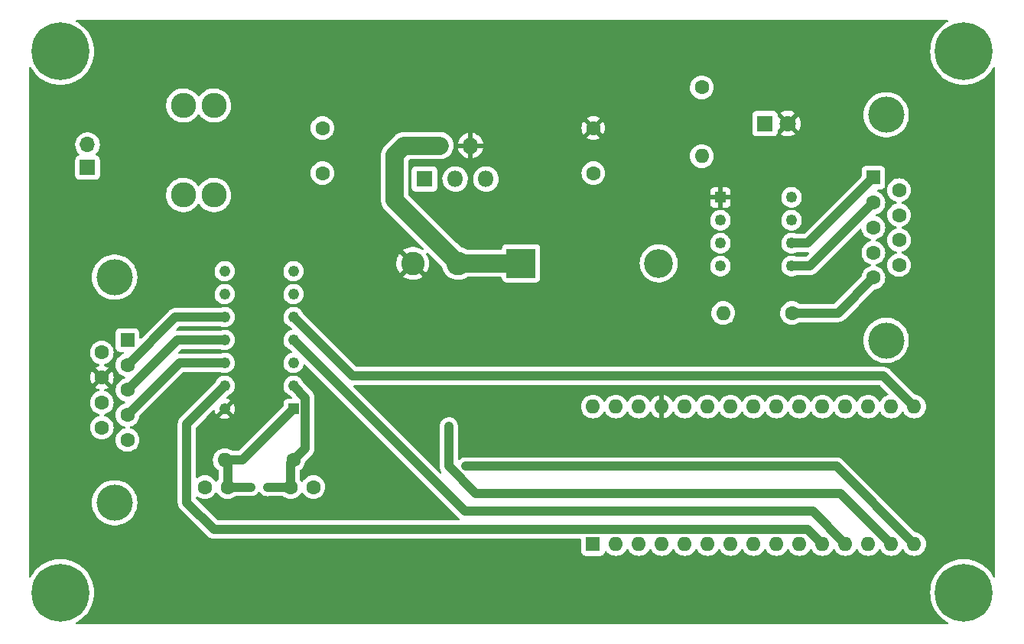
<source format=gbr>
%TF.GenerationSoftware,KiCad,Pcbnew,(6.0.5)*%
%TF.CreationDate,2022-06-18T16:03:33-04:00*%
%TF.ProjectId,TLM-18-Wrap-Up-Supervisor,544c4d2d-3138-42d5-9772-61702d55702d,A*%
%TF.SameCoordinates,Original*%
%TF.FileFunction,Copper,L1,Top*%
%TF.FilePolarity,Positive*%
%FSLAX46Y46*%
G04 Gerber Fmt 4.6, Leading zero omitted, Abs format (unit mm)*
G04 Created by KiCad (PCBNEW (6.0.5)) date 2022-06-18 16:03:33*
%MOMM*%
%LPD*%
G01*
G04 APERTURE LIST*
%TA.AperFunction,ComponentPad*%
%ADD10C,1.600000*%
%TD*%
%TA.AperFunction,ComponentPad*%
%ADD11R,1.220000X1.220000*%
%TD*%
%TA.AperFunction,ComponentPad*%
%ADD12C,1.220000*%
%TD*%
%TA.AperFunction,ComponentPad*%
%ADD13R,1.800000X1.800000*%
%TD*%
%TA.AperFunction,ComponentPad*%
%ADD14O,1.800000X1.800000*%
%TD*%
%TA.AperFunction,ComponentPad*%
%ADD15C,1.000000*%
%TD*%
%TA.AperFunction,ComponentPad*%
%ADD16R,3.200000X3.200000*%
%TD*%
%TA.AperFunction,ComponentPad*%
%ADD17O,3.200000X3.200000*%
%TD*%
%TA.AperFunction,ComponentPad*%
%ADD18O,1.600000X1.600000*%
%TD*%
%TA.AperFunction,ComponentPad*%
%ADD19R,1.600000X1.600000*%
%TD*%
%TA.AperFunction,ComponentPad*%
%ADD20C,4.000000*%
%TD*%
%TA.AperFunction,ComponentPad*%
%ADD21C,2.780000*%
%TD*%
%TA.AperFunction,ComponentPad*%
%ADD22R,1.250000X1.250000*%
%TD*%
%TA.AperFunction,ComponentPad*%
%ADD23C,1.250000*%
%TD*%
%TA.AperFunction,ComponentPad*%
%ADD24C,6.400000*%
%TD*%
%TA.AperFunction,ComponentPad*%
%ADD25C,2.600000*%
%TD*%
%TA.AperFunction,ComponentPad*%
%ADD26R,1.700000X1.700000*%
%TD*%
%TA.AperFunction,ComponentPad*%
%ADD27O,1.700000X1.700000*%
%TD*%
%TA.AperFunction,ComponentPad*%
%ADD28C,1.800000*%
%TD*%
%TA.AperFunction,ViaPad*%
%ADD29C,0.800000*%
%TD*%
%TA.AperFunction,Conductor*%
%ADD30C,1.000000*%
%TD*%
%TA.AperFunction,Conductor*%
%ADD31C,2.000000*%
%TD*%
G04 APERTURE END LIST*
D10*
%TO.P,C3,1*%
%TO.N,GND*%
X99000000Y-123300000D03*
%TO.P,C3,2*%
%TO.N,Net-(C3-Pad2)*%
X101500000Y-123300000D03*
%TD*%
D11*
%TO.P,U2,1,FCKO*%
%TO.N,Net-(C3-Pad2)*%
X108810000Y-114620000D03*
D12*
%TO.P,U2,2,FCKI*%
%TO.N,Net-(C2-Pad2)*%
X108810000Y-112080000D03*
%TO.P,U2,3,VSS*%
%TO.N,GND*%
X108810000Y-109540000D03*
%TO.P,U2,4,SS/*%
%TO.N,SS*%
X108810000Y-107000000D03*
%TO.P,U2,5,SCK*%
%TO.N,SCK*%
X108810000Y-104460000D03*
%TO.P,U2,6,MISO*%
%TO.N,MISO*%
X108810000Y-101920000D03*
%TO.P,U2,7,MOSI*%
%TO.N,MOSI*%
X108810000Y-99380000D03*
%TO.P,U2,8,LFLAG/*%
%TO.N,/LFLAG*%
X101190000Y-99380000D03*
%TO.P,U2,9,DFLAG/*%
%TO.N,unconnected-(U2-Pad9)*%
X101190000Y-101920000D03*
%TO.P,U2,10,INDEX/*%
%TO.N,/ENC_Z*%
X101190000Y-104460000D03*
%TO.P,U2,11,B*%
%TO.N,/ENC_B*%
X101190000Y-107000000D03*
%TO.P,U2,12,A*%
%TO.N,/ENC_A*%
X101190000Y-109540000D03*
%TO.P,U2,13,CNT_EN*%
%TO.N,/CNT_EN*%
X101190000Y-112080000D03*
%TO.P,U2,14,VDD*%
%TO.N,+5V*%
X101190000Y-114620000D03*
%TD*%
D10*
%TO.P,C4,1*%
%TO.N,+5V*%
X142000000Y-83500000D03*
%TO.P,C4,2*%
%TO.N,GND*%
X142000000Y-88500000D03*
%TD*%
D13*
%TO.P,U1,1,VIN*%
%TO.N,+VDC*%
X123300000Y-89150000D03*
D14*
%TO.P,U1,2,OUT*%
%TO.N,Net-(D1-Pad1)*%
X125000000Y-85450000D03*
%TO.P,U1,3,GND*%
%TO.N,GND*%
X126700000Y-89150000D03*
%TO.P,U1,4,FB*%
%TO.N,+5V*%
X128400000Y-85450000D03*
%TO.P,U1,5,~{ON}/OFF*%
%TO.N,GND*%
X130100000Y-89150000D03*
%TD*%
D15*
%TO.P,Y1,1,1*%
%TO.N,Net-(C3-Pad2)*%
X104050000Y-123300000D03*
%TO.P,Y1,2,2*%
%TO.N,Net-(C2-Pad2)*%
X105950000Y-123300000D03*
%TD*%
D10*
%TO.P,C2,1*%
%TO.N,GND*%
X111000000Y-123300000D03*
%TO.P,C2,2*%
%TO.N,Net-(C2-Pad2)*%
X108500000Y-123300000D03*
%TD*%
D16*
%TO.P,D1,1,K*%
%TO.N,Net-(D1-Pad1)*%
X134000000Y-98500000D03*
D17*
%TO.P,D1,2,A*%
%TO.N,GND*%
X149240000Y-98500000D03*
%TD*%
D10*
%TO.P,R2,1*%
%TO.N,Net-(R2-Pad1)*%
X164000000Y-104000000D03*
D18*
%TO.P,R2,2*%
%TO.N,GND*%
X156380000Y-104000000D03*
%TD*%
D10*
%TO.P,R3,1*%
%TO.N,Net-(D2-Pad1)*%
X154000000Y-79000000D03*
D18*
%TO.P,R3,2*%
%TO.N,GND*%
X154000000Y-86620000D03*
%TD*%
D19*
%TO.P,A1,1,D1/TX*%
%TO.N,/TX*%
X141950000Y-129610000D03*
D18*
%TO.P,A1,2,D0/RX*%
%TO.N,/RX*%
X144490000Y-129610000D03*
%TO.P,A1,3,~{RESET}*%
%TO.N,unconnected-(A1-Pad3)*%
X147030000Y-129610000D03*
%TO.P,A1,4,GND*%
%TO.N,GND*%
X149570000Y-129610000D03*
%TO.P,A1,5,D2*%
%TO.N,/LFLAG*%
X152110000Y-129610000D03*
%TO.P,A1,6,D3*%
%TO.N,unconnected-(A1-Pad6)*%
X154650000Y-129610000D03*
%TO.P,A1,7,D4*%
%TO.N,unconnected-(A1-Pad7)*%
X157190000Y-129610000D03*
%TO.P,A1,8,D5*%
%TO.N,unconnected-(A1-Pad8)*%
X159730000Y-129610000D03*
%TO.P,A1,9,D6*%
%TO.N,unconnected-(A1-Pad9)*%
X162270000Y-129610000D03*
%TO.P,A1,10,D7*%
%TO.N,unconnected-(A1-Pad10)*%
X164810000Y-129610000D03*
%TO.P,A1,11,D8*%
%TO.N,/CNT_EN*%
X167350000Y-129610000D03*
%TO.P,A1,12,D9*%
%TO.N,SS*%
X169890000Y-129610000D03*
%TO.P,A1,13,D10*%
%TO.N,unconnected-(A1-Pad13)*%
X172430000Y-129610000D03*
%TO.P,A1,14,D11*%
%TO.N,MOSI*%
X174970000Y-129610000D03*
%TO.P,A1,15,D12*%
%TO.N,MISO*%
X177510000Y-129610000D03*
%TO.P,A1,16,D13*%
%TO.N,SCK*%
X177510000Y-114370000D03*
%TO.P,A1,17,3V3*%
%TO.N,unconnected-(A1-Pad17)*%
X174970000Y-114370000D03*
%TO.P,A1,18,AREF*%
%TO.N,unconnected-(A1-Pad18)*%
X172430000Y-114370000D03*
%TO.P,A1,19,A0*%
%TO.N,unconnected-(A1-Pad19)*%
X169890000Y-114370000D03*
%TO.P,A1,20,A1*%
%TO.N,unconnected-(A1-Pad20)*%
X167350000Y-114370000D03*
%TO.P,A1,21,A2*%
%TO.N,unconnected-(A1-Pad21)*%
X164810000Y-114370000D03*
%TO.P,A1,22,A3*%
%TO.N,unconnected-(A1-Pad22)*%
X162270000Y-114370000D03*
%TO.P,A1,23,A4*%
%TO.N,unconnected-(A1-Pad23)*%
X159730000Y-114370000D03*
%TO.P,A1,24,A5*%
%TO.N,unconnected-(A1-Pad24)*%
X157190000Y-114370000D03*
%TO.P,A1,25,A6*%
%TO.N,unconnected-(A1-Pad25)*%
X154650000Y-114370000D03*
%TO.P,A1,26,A7*%
%TO.N,unconnected-(A1-Pad26)*%
X152110000Y-114370000D03*
%TO.P,A1,27,+5V*%
%TO.N,+5V*%
X149570000Y-114370000D03*
%TO.P,A1,28,~{RESET}*%
%TO.N,unconnected-(A1-Pad28)*%
X147030000Y-114370000D03*
%TO.P,A1,29,GND*%
%TO.N,GND*%
X144490000Y-114370000D03*
%TO.P,A1,30,VIN*%
%TO.N,unconnected-(A1-Pad30)*%
X141950000Y-114370000D03*
%TD*%
D20*
%TO.P,J2,0*%
%TO.N,N/C*%
X89000000Y-125040000D03*
X89000000Y-100040000D03*
D19*
%TO.P,J2,1,1*%
%TO.N,GND*%
X90420000Y-107000000D03*
D10*
%TO.P,J2,2,2*%
%TO.N,/ENC_Z*%
X90420000Y-109770000D03*
%TO.P,J2,3,3*%
%TO.N,/ENC_B*%
X90420000Y-112540000D03*
%TO.P,J2,4,4*%
%TO.N,/ENC_A*%
X90420000Y-115310000D03*
%TO.P,J2,5,5*%
%TO.N,unconnected-(J2-Pad5)*%
X90420000Y-118080000D03*
%TO.P,J2,6,6*%
%TO.N,unconnected-(J2-Pad6)*%
X87580000Y-108385000D03*
%TO.P,J2,7,7*%
%TO.N,+5V*%
X87580000Y-111155000D03*
%TO.P,J2,8,8*%
%TO.N,GND*%
X87580000Y-113925000D03*
%TO.P,J2,9,9*%
%TO.N,unconnected-(J2-Pad9)*%
X87580000Y-116695000D03*
%TD*%
D21*
%TO.P,F1,1*%
%TO.N,+VDC*%
X100000000Y-81000000D03*
X96600000Y-81000000D03*
%TO.P,F1,2*%
%TO.N,Net-(J1-Pad1)*%
X100000000Y-90920000D03*
X96600000Y-90920000D03*
%TD*%
D10*
%TO.P,C1,1*%
%TO.N,+VDC*%
X112000000Y-88500000D03*
%TO.P,C1,2*%
%TO.N,GND*%
X112000000Y-83500000D03*
%TD*%
D22*
%TO.P,U3,1,VCC*%
%TO.N,+5V*%
X156065000Y-91190000D03*
D23*
%TO.P,U3,2,RO*%
%TO.N,/RX*%
X156065000Y-93730000D03*
%TO.P,U3,3,DI*%
%TO.N,/TX*%
X156065000Y-96270000D03*
%TO.P,U3,4,GND*%
%TO.N,GND*%
X156065000Y-98810000D03*
%TO.P,U3,5,Y*%
%TO.N,/Y*%
X163935000Y-98810000D03*
%TO.P,U3,6,Z*%
%TO.N,/Z*%
X163935000Y-96270000D03*
%TO.P,U3,7,B*%
%TO.N,/B*%
X163935000Y-93730000D03*
%TO.P,U3,8,A*%
%TO.N,/A*%
X163935000Y-91190000D03*
%TD*%
D10*
%TO.P,R1,1*%
%TO.N,Net-(C2-Pad2)*%
X108810000Y-120300000D03*
D18*
%TO.P,R1,2*%
%TO.N,Net-(C3-Pad2)*%
X101190000Y-120300000D03*
%TD*%
D24*
%TO.P,,1*%
%TO.N,N/C*%
X183000000Y-135000000D03*
%TD*%
%TO.P,,1*%
%TO.N,N/C*%
X83000000Y-75000000D03*
%TD*%
D25*
%TO.P,L1,1,1*%
%TO.N,Net-(D1-Pad1)*%
X127000000Y-98500000D03*
%TO.P,L1,2,2*%
%TO.N,+5V*%
X122000000Y-98500000D03*
%TD*%
D20*
%TO.P,J3,0*%
%TO.N,N/C*%
X174420000Y-82040000D03*
X174420000Y-107040000D03*
D19*
%TO.P,J3,1,1*%
%TO.N,/Z*%
X173000000Y-89000000D03*
D10*
%TO.P,J3,2,2*%
%TO.N,/Y*%
X173000000Y-91770000D03*
%TO.P,J3,3,3*%
%TO.N,unconnected-(J3-Pad3)*%
X173000000Y-94540000D03*
%TO.P,J3,4,4*%
%TO.N,unconnected-(J3-Pad4)*%
X173000000Y-97310000D03*
%TO.P,J3,5,5*%
%TO.N,Net-(R2-Pad1)*%
X173000000Y-100080000D03*
%TO.P,J3,6,6*%
%TO.N,/B*%
X175840000Y-90385000D03*
%TO.P,J3,7,7*%
%TO.N,/A*%
X175840000Y-93155000D03*
%TO.P,J3,8,8*%
%TO.N,unconnected-(J3-Pad8)*%
X175840000Y-95925000D03*
%TO.P,J3,9,9*%
%TO.N,unconnected-(J3-Pad9)*%
X175840000Y-98695000D03*
%TD*%
D26*
%TO.P,J1,1,Pin_1*%
%TO.N,Net-(J1-Pad1)*%
X86000000Y-87880000D03*
D27*
%TO.P,J1,2,Pin_2*%
%TO.N,GND*%
X86000000Y-85340000D03*
%TD*%
D13*
%TO.P,D2,1,K*%
%TO.N,Net-(D2-Pad1)*%
X161000000Y-83000000D03*
D28*
%TO.P,D2,2,A*%
%TO.N,+5V*%
X163540000Y-83000000D03*
%TD*%
D24*
%TO.P,,1*%
%TO.N,N/C*%
X183000000Y-75000000D03*
%TD*%
%TO.P,REF\u002A\u002A,1*%
%TO.N,N/C*%
X83000000Y-135000000D03*
%TD*%
D29*
%TO.N,MOSI*%
X126000000Y-116570000D03*
%TO.N,MISO*%
X127890000Y-121000000D03*
%TD*%
D30*
%TO.N,/CNT_EN*%
X101190000Y-112080000D02*
X97000000Y-116270000D01*
X165740000Y-128000000D02*
X167350000Y-129610000D01*
X97000000Y-125000000D02*
X100000000Y-128000000D01*
X100000000Y-128000000D02*
X165740000Y-128000000D01*
X97000000Y-116270000D02*
X97000000Y-125000000D01*
%TO.N,SS*%
X108810000Y-107000000D02*
X127810000Y-126000000D01*
X127810000Y-126000000D02*
X166280000Y-126000000D01*
X166280000Y-126000000D02*
X169890000Y-129610000D01*
%TO.N,MOSI*%
X169360000Y-124000000D02*
X174970000Y-129610000D01*
X126000000Y-116570000D02*
X126000000Y-121000000D01*
X129000000Y-124000000D02*
X169360000Y-124000000D01*
X126000000Y-121000000D02*
X129000000Y-124000000D01*
%TO.N,MISO*%
X127890000Y-121000000D02*
X168900000Y-121000000D01*
X168900000Y-121000000D02*
X177510000Y-129610000D01*
%TO.N,SCK*%
X115350000Y-111000000D02*
X174140000Y-111000000D01*
X174140000Y-111000000D02*
X177510000Y-114370000D01*
X108810000Y-104460000D02*
X115350000Y-111000000D01*
%TO.N,Net-(C2-Pad2)*%
X108500000Y-123300000D02*
X108500000Y-120610000D01*
X108810000Y-120300000D02*
X110119511Y-118990489D01*
X110119511Y-118990489D02*
X110119511Y-113389511D01*
X108500000Y-120610000D02*
X108810000Y-120300000D01*
X110119511Y-113389511D02*
X108810000Y-112080000D01*
X105950000Y-123300000D02*
X108500000Y-123300000D01*
%TO.N,Net-(C3-Pad2)*%
X101500000Y-123300000D02*
X101500000Y-120610000D01*
X103130000Y-120300000D02*
X108810000Y-114620000D01*
X104050000Y-123300000D02*
X101500000Y-123300000D01*
X101190000Y-120300000D02*
X103130000Y-120300000D01*
X101500000Y-120610000D02*
X101190000Y-120300000D01*
D31*
%TO.N,Net-(D1-Pad1)*%
X120000000Y-86500000D02*
X121050000Y-85450000D01*
X134000000Y-98500000D02*
X127000000Y-98500000D01*
X127000000Y-98500000D02*
X120000000Y-91500000D01*
X120000000Y-91500000D02*
X120000000Y-86500000D01*
X121050000Y-85450000D02*
X125000000Y-85450000D01*
D30*
%TO.N,/ENC_Z*%
X95730000Y-104460000D02*
X90420000Y-109770000D01*
X101190000Y-104460000D02*
X95730000Y-104460000D01*
%TO.N,/ENC_A*%
X96190000Y-109540000D02*
X90420000Y-115310000D01*
X101190000Y-109540000D02*
X96190000Y-109540000D01*
%TO.N,/ENC_B*%
X95960000Y-107000000D02*
X90420000Y-112540000D01*
X101190000Y-107000000D02*
X95960000Y-107000000D01*
%TO.N,/Z*%
X165730000Y-96270000D02*
X173000000Y-89000000D01*
X163935000Y-96270000D02*
X165730000Y-96270000D01*
%TO.N,/Y*%
X163935000Y-98810000D02*
X165960000Y-98810000D01*
X165960000Y-98810000D02*
X173000000Y-91770000D01*
%TO.N,Net-(R2-Pad1)*%
X164000000Y-104000000D02*
X169080000Y-104000000D01*
X169080000Y-104000000D02*
X173000000Y-100080000D01*
%TD*%
%TA.AperFunction,Conductor*%
%TO.N,+5V*%
G36*
X181227076Y-71528502D02*
G01*
X181273569Y-71582158D01*
X181283673Y-71652432D01*
X181254179Y-71717012D01*
X181216158Y-71746767D01*
X181146147Y-71782439D01*
X181146140Y-71782443D01*
X181143206Y-71783938D01*
X180817207Y-71995643D01*
X180515124Y-72240266D01*
X180240266Y-72515124D01*
X179995643Y-72817207D01*
X179783938Y-73143206D01*
X179782443Y-73146140D01*
X179782439Y-73146147D01*
X179712366Y-73283673D01*
X179607468Y-73489547D01*
X179468167Y-73852438D01*
X179367562Y-74227901D01*
X179306754Y-74611824D01*
X179286411Y-75000000D01*
X179306754Y-75388176D01*
X179367562Y-75772099D01*
X179468167Y-76147562D01*
X179607468Y-76510453D01*
X179608966Y-76513393D01*
X179720468Y-76732227D01*
X179783938Y-76856794D01*
X179995643Y-77182793D01*
X180240266Y-77484876D01*
X180515124Y-77759734D01*
X180517682Y-77761806D01*
X180517686Y-77761809D01*
X180645899Y-77865634D01*
X180817207Y-78004357D01*
X180819970Y-78006152D01*
X180819971Y-78006152D01*
X181044255Y-78151803D01*
X181143205Y-78216062D01*
X181146139Y-78217557D01*
X181146146Y-78217561D01*
X181402615Y-78348238D01*
X181489547Y-78392532D01*
X181852438Y-78531833D01*
X182227901Y-78632438D01*
X182431793Y-78664732D01*
X182608576Y-78692732D01*
X182608584Y-78692733D01*
X182611824Y-78693246D01*
X183000000Y-78713589D01*
X183388176Y-78693246D01*
X183391416Y-78692733D01*
X183391424Y-78692732D01*
X183568207Y-78664732D01*
X183772099Y-78632438D01*
X184147562Y-78531833D01*
X184510453Y-78392532D01*
X184597385Y-78348238D01*
X184853854Y-78217561D01*
X184853861Y-78217557D01*
X184856795Y-78216062D01*
X184955746Y-78151803D01*
X185180029Y-78006152D01*
X185180030Y-78006152D01*
X185182793Y-78004357D01*
X185354101Y-77865634D01*
X185482314Y-77761809D01*
X185482318Y-77761806D01*
X185484876Y-77759734D01*
X185759734Y-77484876D01*
X186004357Y-77182793D01*
X186216062Y-76856794D01*
X186253233Y-76783842D01*
X186301981Y-76732227D01*
X186370896Y-76715161D01*
X186438098Y-76738062D01*
X186482250Y-76793659D01*
X186491500Y-76841045D01*
X186491500Y-133158955D01*
X186471498Y-133227076D01*
X186417842Y-133273569D01*
X186347568Y-133283673D01*
X186282988Y-133254179D01*
X186253233Y-133216158D01*
X186217561Y-133146147D01*
X186217557Y-133146140D01*
X186216062Y-133143206D01*
X186004357Y-132817207D01*
X185759734Y-132515124D01*
X185484876Y-132240266D01*
X185182793Y-131995643D01*
X184856795Y-131783938D01*
X184853861Y-131782443D01*
X184853854Y-131782439D01*
X184513393Y-131608966D01*
X184510453Y-131607468D01*
X184147562Y-131468167D01*
X183772099Y-131367562D01*
X183568207Y-131335268D01*
X183391424Y-131307268D01*
X183391416Y-131307267D01*
X183388176Y-131306754D01*
X183000000Y-131286411D01*
X182611824Y-131306754D01*
X182608584Y-131307267D01*
X182608576Y-131307268D01*
X182431793Y-131335268D01*
X182227901Y-131367562D01*
X181852438Y-131468167D01*
X181489547Y-131607468D01*
X181486607Y-131608966D01*
X181146147Y-131782439D01*
X181146140Y-131782443D01*
X181143206Y-131783938D01*
X180817207Y-131995643D01*
X180515124Y-132240266D01*
X180240266Y-132515124D01*
X179995643Y-132817207D01*
X179783938Y-133143206D01*
X179782443Y-133146140D01*
X179782439Y-133146147D01*
X179712366Y-133283673D01*
X179607468Y-133489547D01*
X179468167Y-133852438D01*
X179367562Y-134227901D01*
X179306754Y-134611824D01*
X179286411Y-135000000D01*
X179306754Y-135388176D01*
X179367562Y-135772099D01*
X179468167Y-136147562D01*
X179607468Y-136510453D01*
X179608966Y-136513393D01*
X179720468Y-136732227D01*
X179783938Y-136856794D01*
X179995643Y-137182793D01*
X180240266Y-137484876D01*
X180515124Y-137759734D01*
X180817207Y-138004357D01*
X181143205Y-138216062D01*
X181146139Y-138217557D01*
X181146146Y-138217561D01*
X181216157Y-138253233D01*
X181267772Y-138301981D01*
X181284838Y-138370896D01*
X181261937Y-138438098D01*
X181206340Y-138482250D01*
X181158954Y-138491500D01*
X84841046Y-138491500D01*
X84772925Y-138471498D01*
X84726432Y-138417842D01*
X84716328Y-138347568D01*
X84745822Y-138282988D01*
X84783843Y-138253233D01*
X84853854Y-138217561D01*
X84853861Y-138217557D01*
X84856795Y-138216062D01*
X85182793Y-138004357D01*
X85484876Y-137759734D01*
X85759734Y-137484876D01*
X86004357Y-137182793D01*
X86216062Y-136856794D01*
X86279533Y-136732227D01*
X86391034Y-136513393D01*
X86392532Y-136510453D01*
X86531833Y-136147562D01*
X86632438Y-135772099D01*
X86693246Y-135388176D01*
X86713589Y-135000000D01*
X86693246Y-134611824D01*
X86632438Y-134227901D01*
X86531833Y-133852438D01*
X86392532Y-133489547D01*
X86287634Y-133283673D01*
X86217561Y-133146147D01*
X86217557Y-133146140D01*
X86216062Y-133143206D01*
X86004357Y-132817207D01*
X85759734Y-132515124D01*
X85484876Y-132240266D01*
X85182793Y-131995643D01*
X84856795Y-131783938D01*
X84853861Y-131782443D01*
X84853854Y-131782439D01*
X84513393Y-131608966D01*
X84510453Y-131607468D01*
X84147562Y-131468167D01*
X83772099Y-131367562D01*
X83568207Y-131335268D01*
X83391424Y-131307268D01*
X83391416Y-131307267D01*
X83388176Y-131306754D01*
X83000000Y-131286411D01*
X82611824Y-131306754D01*
X82608584Y-131307267D01*
X82608576Y-131307268D01*
X82431793Y-131335268D01*
X82227901Y-131367562D01*
X81852438Y-131468167D01*
X81489547Y-131607468D01*
X81486607Y-131608966D01*
X81146147Y-131782439D01*
X81146140Y-131782443D01*
X81143206Y-131783938D01*
X80817207Y-131995643D01*
X80515124Y-132240266D01*
X80240266Y-132515124D01*
X79995643Y-132817207D01*
X79783938Y-133143206D01*
X79782443Y-133146140D01*
X79782439Y-133146147D01*
X79746767Y-133216158D01*
X79698019Y-133267773D01*
X79629104Y-133284839D01*
X79561902Y-133261938D01*
X79517750Y-133206341D01*
X79508500Y-133158955D01*
X79508500Y-125040000D01*
X86486540Y-125040000D01*
X86506359Y-125355020D01*
X86565505Y-125665072D01*
X86663044Y-125965266D01*
X86664731Y-125968852D01*
X86664733Y-125968856D01*
X86795750Y-126247283D01*
X86795754Y-126247290D01*
X86797438Y-126250869D01*
X86966568Y-126517375D01*
X86969093Y-126520427D01*
X87154440Y-126744472D01*
X87167767Y-126760582D01*
X87397860Y-126976654D01*
X87653221Y-127162184D01*
X87929821Y-127314247D01*
X87933490Y-127315700D01*
X87933495Y-127315702D01*
X88219628Y-127428990D01*
X88223298Y-127430443D01*
X88529025Y-127508940D01*
X88842179Y-127548500D01*
X89157821Y-127548500D01*
X89470975Y-127508940D01*
X89776702Y-127430443D01*
X89780372Y-127428990D01*
X90066505Y-127315702D01*
X90066510Y-127315700D01*
X90070179Y-127314247D01*
X90346779Y-127162184D01*
X90602140Y-126976654D01*
X90832233Y-126760582D01*
X90845561Y-126744472D01*
X91030907Y-126520427D01*
X91033432Y-126517375D01*
X91202562Y-126250869D01*
X91204246Y-126247290D01*
X91204250Y-126247283D01*
X91335267Y-125968856D01*
X91335269Y-125968852D01*
X91336956Y-125965266D01*
X91434495Y-125665072D01*
X91493641Y-125355020D01*
X91513460Y-125040000D01*
X91493641Y-124724980D01*
X91434495Y-124414928D01*
X91336956Y-124114734D01*
X91335267Y-124111144D01*
X91204250Y-123832717D01*
X91204246Y-123832710D01*
X91202562Y-123829131D01*
X91033432Y-123562625D01*
X90832233Y-123319418D01*
X90602140Y-123103346D01*
X90346779Y-122917816D01*
X90339531Y-122913831D01*
X90073648Y-122767660D01*
X90073647Y-122767659D01*
X90070179Y-122765753D01*
X90066510Y-122764300D01*
X90066505Y-122764298D01*
X89780372Y-122651010D01*
X89780371Y-122651010D01*
X89776702Y-122649557D01*
X89470975Y-122571060D01*
X89157821Y-122531500D01*
X88842179Y-122531500D01*
X88529025Y-122571060D01*
X88223298Y-122649557D01*
X88219629Y-122651010D01*
X88219628Y-122651010D01*
X87933495Y-122764298D01*
X87933490Y-122764300D01*
X87929821Y-122765753D01*
X87926353Y-122767659D01*
X87926352Y-122767660D01*
X87660470Y-122913831D01*
X87653221Y-122917816D01*
X87397860Y-123103346D01*
X87167767Y-123319418D01*
X86966568Y-123562625D01*
X86797438Y-123829131D01*
X86795754Y-123832710D01*
X86795750Y-123832717D01*
X86664733Y-124111144D01*
X86663044Y-124114734D01*
X86565505Y-124414928D01*
X86506359Y-124724980D01*
X86486540Y-125040000D01*
X79508500Y-125040000D01*
X79508500Y-118080000D01*
X89106502Y-118080000D01*
X89126457Y-118308087D01*
X89185716Y-118529243D01*
X89188039Y-118534224D01*
X89188039Y-118534225D01*
X89280151Y-118731762D01*
X89280154Y-118731767D01*
X89282477Y-118736749D01*
X89413802Y-118924300D01*
X89575700Y-119086198D01*
X89580208Y-119089355D01*
X89580211Y-119089357D01*
X89592049Y-119097646D01*
X89763251Y-119217523D01*
X89768233Y-119219846D01*
X89768238Y-119219849D01*
X89935190Y-119297699D01*
X89970757Y-119314284D01*
X89976065Y-119315706D01*
X89976067Y-119315707D01*
X90186598Y-119372119D01*
X90186600Y-119372119D01*
X90191913Y-119373543D01*
X90420000Y-119393498D01*
X90648087Y-119373543D01*
X90653400Y-119372119D01*
X90653402Y-119372119D01*
X90863933Y-119315707D01*
X90863935Y-119315706D01*
X90869243Y-119314284D01*
X90904810Y-119297699D01*
X91071762Y-119219849D01*
X91071767Y-119219846D01*
X91076749Y-119217523D01*
X91247951Y-119097646D01*
X91259789Y-119089357D01*
X91259792Y-119089355D01*
X91264300Y-119086198D01*
X91426198Y-118924300D01*
X91557523Y-118736749D01*
X91559846Y-118731767D01*
X91559849Y-118731762D01*
X91651961Y-118534225D01*
X91651961Y-118534224D01*
X91654284Y-118529243D01*
X91713543Y-118308087D01*
X91733498Y-118080000D01*
X91713543Y-117851913D01*
X91708971Y-117834849D01*
X91655707Y-117636067D01*
X91655706Y-117636065D01*
X91654284Y-117630757D01*
X91651961Y-117625775D01*
X91559849Y-117428238D01*
X91559846Y-117428233D01*
X91557523Y-117423251D01*
X91426198Y-117235700D01*
X91264300Y-117073802D01*
X91259792Y-117070645D01*
X91259789Y-117070643D01*
X91181611Y-117015902D01*
X91076749Y-116942477D01*
X91071767Y-116940154D01*
X91071762Y-116940151D01*
X90874225Y-116848039D01*
X90874224Y-116848039D01*
X90869243Y-116845716D01*
X90863935Y-116844294D01*
X90863933Y-116844293D01*
X90760981Y-116816707D01*
X90700358Y-116779755D01*
X90669337Y-116715894D01*
X90677765Y-116645400D01*
X90722968Y-116590653D01*
X90760981Y-116573293D01*
X90863933Y-116545707D01*
X90863935Y-116545706D01*
X90869243Y-116544284D01*
X90914216Y-116523313D01*
X91071762Y-116449849D01*
X91071767Y-116449846D01*
X91076749Y-116447523D01*
X91253205Y-116323967D01*
X91259789Y-116319357D01*
X91259792Y-116319355D01*
X91264300Y-116316198D01*
X91314036Y-116266462D01*
X95986626Y-116266462D01*
X95987206Y-116272593D01*
X95990941Y-116312109D01*
X95991500Y-116323967D01*
X95991500Y-124938157D01*
X95990763Y-124951764D01*
X95986676Y-124989388D01*
X95987213Y-124995523D01*
X95991050Y-125039388D01*
X95991379Y-125044214D01*
X95991500Y-125046686D01*
X95991500Y-125049769D01*
X95991801Y-125052837D01*
X95995690Y-125092506D01*
X95995812Y-125093819D01*
X96003913Y-125186413D01*
X96005400Y-125191532D01*
X96005920Y-125196833D01*
X96032791Y-125285834D01*
X96033126Y-125286967D01*
X96051747Y-125351057D01*
X96059091Y-125376336D01*
X96061544Y-125381068D01*
X96063084Y-125386169D01*
X96065978Y-125391612D01*
X96106731Y-125468260D01*
X96107343Y-125469426D01*
X96150108Y-125551926D01*
X96153431Y-125556089D01*
X96155934Y-125560796D01*
X96214755Y-125632918D01*
X96215446Y-125633774D01*
X96246738Y-125672973D01*
X96249242Y-125675477D01*
X96249884Y-125676195D01*
X96253585Y-125680528D01*
X96280935Y-125714062D01*
X96285682Y-125717989D01*
X96285684Y-125717991D01*
X96316262Y-125743287D01*
X96325042Y-125751277D01*
X99243145Y-128669379D01*
X99252247Y-128679522D01*
X99275968Y-128709025D01*
X99280696Y-128712992D01*
X99314421Y-128741291D01*
X99318069Y-128744472D01*
X99319881Y-128746115D01*
X99322075Y-128748309D01*
X99355349Y-128775642D01*
X99356147Y-128776304D01*
X99427474Y-128836154D01*
X99432144Y-128838722D01*
X99436261Y-128842103D01*
X99518120Y-128885995D01*
X99519280Y-128886624D01*
X99595389Y-128928466D01*
X99595394Y-128928468D01*
X99600787Y-128931433D01*
X99605865Y-128933044D01*
X99610563Y-128935563D01*
X99699498Y-128962753D01*
X99700702Y-128963128D01*
X99789306Y-128991235D01*
X99794597Y-128991828D01*
X99799698Y-128993388D01*
X99892311Y-129002795D01*
X99893431Y-129002915D01*
X99943227Y-129008500D01*
X99946756Y-129008500D01*
X99947739Y-129008555D01*
X99953426Y-129009003D01*
X99973683Y-129011060D01*
X99990336Y-129012752D01*
X99990339Y-129012752D01*
X99996463Y-129013374D01*
X100042112Y-129009059D01*
X100053969Y-129008500D01*
X140515500Y-129008500D01*
X140583621Y-129028502D01*
X140630114Y-129082158D01*
X140641500Y-129134500D01*
X140641500Y-130458134D01*
X140648255Y-130520316D01*
X140699385Y-130656705D01*
X140786739Y-130773261D01*
X140903295Y-130860615D01*
X141039684Y-130911745D01*
X141101866Y-130918500D01*
X142798134Y-130918500D01*
X142860316Y-130911745D01*
X142996705Y-130860615D01*
X143113261Y-130773261D01*
X143200615Y-130656705D01*
X143251745Y-130520316D01*
X143252917Y-130509526D01*
X143253803Y-130507394D01*
X143254425Y-130504778D01*
X143254848Y-130504879D01*
X143280155Y-130443965D01*
X143338517Y-130403537D01*
X143409471Y-130401078D01*
X143470490Y-130437371D01*
X143477489Y-130446031D01*
X143480643Y-130449789D01*
X143483802Y-130454300D01*
X143645700Y-130616198D01*
X143650208Y-130619355D01*
X143650211Y-130619357D01*
X143691542Y-130648297D01*
X143833251Y-130747523D01*
X143838233Y-130749846D01*
X143838238Y-130749849D01*
X144035775Y-130841961D01*
X144040757Y-130844284D01*
X144046065Y-130845706D01*
X144046067Y-130845707D01*
X144256598Y-130902119D01*
X144256600Y-130902119D01*
X144261913Y-130903543D01*
X144490000Y-130923498D01*
X144718087Y-130903543D01*
X144723400Y-130902119D01*
X144723402Y-130902119D01*
X144933933Y-130845707D01*
X144933935Y-130845706D01*
X144939243Y-130844284D01*
X144944225Y-130841961D01*
X145141762Y-130749849D01*
X145141767Y-130749846D01*
X145146749Y-130747523D01*
X145288458Y-130648297D01*
X145329789Y-130619357D01*
X145329792Y-130619355D01*
X145334300Y-130616198D01*
X145496198Y-130454300D01*
X145627523Y-130266749D01*
X145629846Y-130261767D01*
X145629849Y-130261762D01*
X145645805Y-130227543D01*
X145692722Y-130174258D01*
X145760999Y-130154797D01*
X145828959Y-130175339D01*
X145874195Y-130227543D01*
X145890151Y-130261762D01*
X145890154Y-130261767D01*
X145892477Y-130266749D01*
X146023802Y-130454300D01*
X146185700Y-130616198D01*
X146190208Y-130619355D01*
X146190211Y-130619357D01*
X146231542Y-130648297D01*
X146373251Y-130747523D01*
X146378233Y-130749846D01*
X146378238Y-130749849D01*
X146575775Y-130841961D01*
X146580757Y-130844284D01*
X146586065Y-130845706D01*
X146586067Y-130845707D01*
X146796598Y-130902119D01*
X146796600Y-130902119D01*
X146801913Y-130903543D01*
X147030000Y-130923498D01*
X147258087Y-130903543D01*
X147263400Y-130902119D01*
X147263402Y-130902119D01*
X147473933Y-130845707D01*
X147473935Y-130845706D01*
X147479243Y-130844284D01*
X147484225Y-130841961D01*
X147681762Y-130749849D01*
X147681767Y-130749846D01*
X147686749Y-130747523D01*
X147828458Y-130648297D01*
X147869789Y-130619357D01*
X147869792Y-130619355D01*
X147874300Y-130616198D01*
X148036198Y-130454300D01*
X148167523Y-130266749D01*
X148169846Y-130261767D01*
X148169849Y-130261762D01*
X148185805Y-130227543D01*
X148232722Y-130174258D01*
X148300999Y-130154797D01*
X148368959Y-130175339D01*
X148414195Y-130227543D01*
X148430151Y-130261762D01*
X148430154Y-130261767D01*
X148432477Y-130266749D01*
X148563802Y-130454300D01*
X148725700Y-130616198D01*
X148730208Y-130619355D01*
X148730211Y-130619357D01*
X148771542Y-130648297D01*
X148913251Y-130747523D01*
X148918233Y-130749846D01*
X148918238Y-130749849D01*
X149115775Y-130841961D01*
X149120757Y-130844284D01*
X149126065Y-130845706D01*
X149126067Y-130845707D01*
X149336598Y-130902119D01*
X149336600Y-130902119D01*
X149341913Y-130903543D01*
X149570000Y-130923498D01*
X149798087Y-130903543D01*
X149803400Y-130902119D01*
X149803402Y-130902119D01*
X150013933Y-130845707D01*
X150013935Y-130845706D01*
X150019243Y-130844284D01*
X150024225Y-130841961D01*
X150221762Y-130749849D01*
X150221767Y-130749846D01*
X150226749Y-130747523D01*
X150368458Y-130648297D01*
X150409789Y-130619357D01*
X150409792Y-130619355D01*
X150414300Y-130616198D01*
X150576198Y-130454300D01*
X150707523Y-130266749D01*
X150709846Y-130261767D01*
X150709849Y-130261762D01*
X150725805Y-130227543D01*
X150772722Y-130174258D01*
X150840999Y-130154797D01*
X150908959Y-130175339D01*
X150954195Y-130227543D01*
X150970151Y-130261762D01*
X150970154Y-130261767D01*
X150972477Y-130266749D01*
X151103802Y-130454300D01*
X151265700Y-130616198D01*
X151270208Y-130619355D01*
X151270211Y-130619357D01*
X151311542Y-130648297D01*
X151453251Y-130747523D01*
X151458233Y-130749846D01*
X151458238Y-130749849D01*
X151655775Y-130841961D01*
X151660757Y-130844284D01*
X151666065Y-130845706D01*
X151666067Y-130845707D01*
X151876598Y-130902119D01*
X151876600Y-130902119D01*
X151881913Y-130903543D01*
X152110000Y-130923498D01*
X152338087Y-130903543D01*
X152343400Y-130902119D01*
X152343402Y-130902119D01*
X152553933Y-130845707D01*
X152553935Y-130845706D01*
X152559243Y-130844284D01*
X152564225Y-130841961D01*
X152761762Y-130749849D01*
X152761767Y-130749846D01*
X152766749Y-130747523D01*
X152908458Y-130648297D01*
X152949789Y-130619357D01*
X152949792Y-130619355D01*
X152954300Y-130616198D01*
X153116198Y-130454300D01*
X153247523Y-130266749D01*
X153249846Y-130261767D01*
X153249849Y-130261762D01*
X153265805Y-130227543D01*
X153312722Y-130174258D01*
X153380999Y-130154797D01*
X153448959Y-130175339D01*
X153494195Y-130227543D01*
X153510151Y-130261762D01*
X153510154Y-130261767D01*
X153512477Y-130266749D01*
X153643802Y-130454300D01*
X153805700Y-130616198D01*
X153810208Y-130619355D01*
X153810211Y-130619357D01*
X153851542Y-130648297D01*
X153993251Y-130747523D01*
X153998233Y-130749846D01*
X153998238Y-130749849D01*
X154195775Y-130841961D01*
X154200757Y-130844284D01*
X154206065Y-130845706D01*
X154206067Y-130845707D01*
X154416598Y-130902119D01*
X154416600Y-130902119D01*
X154421913Y-130903543D01*
X154650000Y-130923498D01*
X154878087Y-130903543D01*
X154883400Y-130902119D01*
X154883402Y-130902119D01*
X155093933Y-130845707D01*
X155093935Y-130845706D01*
X155099243Y-130844284D01*
X155104225Y-130841961D01*
X155301762Y-130749849D01*
X155301767Y-130749846D01*
X155306749Y-130747523D01*
X155448458Y-130648297D01*
X155489789Y-130619357D01*
X155489792Y-130619355D01*
X155494300Y-130616198D01*
X155656198Y-130454300D01*
X155787523Y-130266749D01*
X155789846Y-130261767D01*
X155789849Y-130261762D01*
X155805805Y-130227543D01*
X155852722Y-130174258D01*
X155920999Y-130154797D01*
X155988959Y-130175339D01*
X156034195Y-130227543D01*
X156050151Y-130261762D01*
X156050154Y-130261767D01*
X156052477Y-130266749D01*
X156183802Y-130454300D01*
X156345700Y-130616198D01*
X156350208Y-130619355D01*
X156350211Y-130619357D01*
X156391542Y-130648297D01*
X156533251Y-130747523D01*
X156538233Y-130749846D01*
X156538238Y-130749849D01*
X156735775Y-130841961D01*
X156740757Y-130844284D01*
X156746065Y-130845706D01*
X156746067Y-130845707D01*
X156956598Y-130902119D01*
X156956600Y-130902119D01*
X156961913Y-130903543D01*
X157190000Y-130923498D01*
X157418087Y-130903543D01*
X157423400Y-130902119D01*
X157423402Y-130902119D01*
X157633933Y-130845707D01*
X157633935Y-130845706D01*
X157639243Y-130844284D01*
X157644225Y-130841961D01*
X157841762Y-130749849D01*
X157841767Y-130749846D01*
X157846749Y-130747523D01*
X157988458Y-130648297D01*
X158029789Y-130619357D01*
X158029792Y-130619355D01*
X158034300Y-130616198D01*
X158196198Y-130454300D01*
X158327523Y-130266749D01*
X158329846Y-130261767D01*
X158329849Y-130261762D01*
X158345805Y-130227543D01*
X158392722Y-130174258D01*
X158460999Y-130154797D01*
X158528959Y-130175339D01*
X158574195Y-130227543D01*
X158590151Y-130261762D01*
X158590154Y-130261767D01*
X158592477Y-130266749D01*
X158723802Y-130454300D01*
X158885700Y-130616198D01*
X158890208Y-130619355D01*
X158890211Y-130619357D01*
X158931542Y-130648297D01*
X159073251Y-130747523D01*
X159078233Y-130749846D01*
X159078238Y-130749849D01*
X159275775Y-130841961D01*
X159280757Y-130844284D01*
X159286065Y-130845706D01*
X159286067Y-130845707D01*
X159496598Y-130902119D01*
X159496600Y-130902119D01*
X159501913Y-130903543D01*
X159730000Y-130923498D01*
X159958087Y-130903543D01*
X159963400Y-130902119D01*
X159963402Y-130902119D01*
X160173933Y-130845707D01*
X160173935Y-130845706D01*
X160179243Y-130844284D01*
X160184225Y-130841961D01*
X160381762Y-130749849D01*
X160381767Y-130749846D01*
X160386749Y-130747523D01*
X160528458Y-130648297D01*
X160569789Y-130619357D01*
X160569792Y-130619355D01*
X160574300Y-130616198D01*
X160736198Y-130454300D01*
X160867523Y-130266749D01*
X160869846Y-130261767D01*
X160869849Y-130261762D01*
X160885805Y-130227543D01*
X160932722Y-130174258D01*
X161000999Y-130154797D01*
X161068959Y-130175339D01*
X161114195Y-130227543D01*
X161130151Y-130261762D01*
X161130154Y-130261767D01*
X161132477Y-130266749D01*
X161263802Y-130454300D01*
X161425700Y-130616198D01*
X161430208Y-130619355D01*
X161430211Y-130619357D01*
X161471542Y-130648297D01*
X161613251Y-130747523D01*
X161618233Y-130749846D01*
X161618238Y-130749849D01*
X161815775Y-130841961D01*
X161820757Y-130844284D01*
X161826065Y-130845706D01*
X161826067Y-130845707D01*
X162036598Y-130902119D01*
X162036600Y-130902119D01*
X162041913Y-130903543D01*
X162270000Y-130923498D01*
X162498087Y-130903543D01*
X162503400Y-130902119D01*
X162503402Y-130902119D01*
X162713933Y-130845707D01*
X162713935Y-130845706D01*
X162719243Y-130844284D01*
X162724225Y-130841961D01*
X162921762Y-130749849D01*
X162921767Y-130749846D01*
X162926749Y-130747523D01*
X163068458Y-130648297D01*
X163109789Y-130619357D01*
X163109792Y-130619355D01*
X163114300Y-130616198D01*
X163276198Y-130454300D01*
X163407523Y-130266749D01*
X163409846Y-130261767D01*
X163409849Y-130261762D01*
X163425805Y-130227543D01*
X163472722Y-130174258D01*
X163540999Y-130154797D01*
X163608959Y-130175339D01*
X163654195Y-130227543D01*
X163670151Y-130261762D01*
X163670154Y-130261767D01*
X163672477Y-130266749D01*
X163803802Y-130454300D01*
X163965700Y-130616198D01*
X163970208Y-130619355D01*
X163970211Y-130619357D01*
X164011542Y-130648297D01*
X164153251Y-130747523D01*
X164158233Y-130749846D01*
X164158238Y-130749849D01*
X164355775Y-130841961D01*
X164360757Y-130844284D01*
X164366065Y-130845706D01*
X164366067Y-130845707D01*
X164576598Y-130902119D01*
X164576600Y-130902119D01*
X164581913Y-130903543D01*
X164810000Y-130923498D01*
X165038087Y-130903543D01*
X165043400Y-130902119D01*
X165043402Y-130902119D01*
X165253933Y-130845707D01*
X165253935Y-130845706D01*
X165259243Y-130844284D01*
X165264225Y-130841961D01*
X165461762Y-130749849D01*
X165461767Y-130749846D01*
X165466749Y-130747523D01*
X165608458Y-130648297D01*
X165649789Y-130619357D01*
X165649792Y-130619355D01*
X165654300Y-130616198D01*
X165816198Y-130454300D01*
X165947523Y-130266749D01*
X165949846Y-130261767D01*
X165949849Y-130261762D01*
X165965805Y-130227543D01*
X166012722Y-130174258D01*
X166080999Y-130154797D01*
X166148959Y-130175339D01*
X166194195Y-130227543D01*
X166210151Y-130261762D01*
X166210154Y-130261767D01*
X166212477Y-130266749D01*
X166343802Y-130454300D01*
X166505700Y-130616198D01*
X166510208Y-130619355D01*
X166510211Y-130619357D01*
X166551542Y-130648297D01*
X166693251Y-130747523D01*
X166698233Y-130749846D01*
X166698238Y-130749849D01*
X166895775Y-130841961D01*
X166900757Y-130844284D01*
X166906065Y-130845706D01*
X166906067Y-130845707D01*
X167116598Y-130902119D01*
X167116600Y-130902119D01*
X167121913Y-130903543D01*
X167350000Y-130923498D01*
X167578087Y-130903543D01*
X167583400Y-130902119D01*
X167583402Y-130902119D01*
X167793933Y-130845707D01*
X167793935Y-130845706D01*
X167799243Y-130844284D01*
X167804225Y-130841961D01*
X168001762Y-130749849D01*
X168001767Y-130749846D01*
X168006749Y-130747523D01*
X168148458Y-130648297D01*
X168189789Y-130619357D01*
X168189792Y-130619355D01*
X168194300Y-130616198D01*
X168356198Y-130454300D01*
X168487523Y-130266749D01*
X168489846Y-130261767D01*
X168489849Y-130261762D01*
X168505805Y-130227543D01*
X168552722Y-130174258D01*
X168620999Y-130154797D01*
X168688959Y-130175339D01*
X168734195Y-130227543D01*
X168750151Y-130261762D01*
X168750154Y-130261767D01*
X168752477Y-130266749D01*
X168883802Y-130454300D01*
X169045700Y-130616198D01*
X169050208Y-130619355D01*
X169050211Y-130619357D01*
X169091542Y-130648297D01*
X169233251Y-130747523D01*
X169238233Y-130749846D01*
X169238238Y-130749849D01*
X169435775Y-130841961D01*
X169440757Y-130844284D01*
X169446065Y-130845706D01*
X169446067Y-130845707D01*
X169656598Y-130902119D01*
X169656600Y-130902119D01*
X169661913Y-130903543D01*
X169890000Y-130923498D01*
X170118087Y-130903543D01*
X170123400Y-130902119D01*
X170123402Y-130902119D01*
X170333933Y-130845707D01*
X170333935Y-130845706D01*
X170339243Y-130844284D01*
X170344225Y-130841961D01*
X170541762Y-130749849D01*
X170541767Y-130749846D01*
X170546749Y-130747523D01*
X170688458Y-130648297D01*
X170729789Y-130619357D01*
X170729792Y-130619355D01*
X170734300Y-130616198D01*
X170896198Y-130454300D01*
X171027523Y-130266749D01*
X171029846Y-130261767D01*
X171029849Y-130261762D01*
X171045805Y-130227543D01*
X171092722Y-130174258D01*
X171160999Y-130154797D01*
X171228959Y-130175339D01*
X171274195Y-130227543D01*
X171290151Y-130261762D01*
X171290154Y-130261767D01*
X171292477Y-130266749D01*
X171423802Y-130454300D01*
X171585700Y-130616198D01*
X171590208Y-130619355D01*
X171590211Y-130619357D01*
X171631542Y-130648297D01*
X171773251Y-130747523D01*
X171778233Y-130749846D01*
X171778238Y-130749849D01*
X171975775Y-130841961D01*
X171980757Y-130844284D01*
X171986065Y-130845706D01*
X171986067Y-130845707D01*
X172196598Y-130902119D01*
X172196600Y-130902119D01*
X172201913Y-130903543D01*
X172430000Y-130923498D01*
X172658087Y-130903543D01*
X172663400Y-130902119D01*
X172663402Y-130902119D01*
X172873933Y-130845707D01*
X172873935Y-130845706D01*
X172879243Y-130844284D01*
X172884225Y-130841961D01*
X173081762Y-130749849D01*
X173081767Y-130749846D01*
X173086749Y-130747523D01*
X173228458Y-130648297D01*
X173269789Y-130619357D01*
X173269792Y-130619355D01*
X173274300Y-130616198D01*
X173436198Y-130454300D01*
X173567523Y-130266749D01*
X173569846Y-130261767D01*
X173569849Y-130261762D01*
X173585805Y-130227543D01*
X173632722Y-130174258D01*
X173700999Y-130154797D01*
X173768959Y-130175339D01*
X173814195Y-130227543D01*
X173830151Y-130261762D01*
X173830154Y-130261767D01*
X173832477Y-130266749D01*
X173963802Y-130454300D01*
X174125700Y-130616198D01*
X174130208Y-130619355D01*
X174130211Y-130619357D01*
X174171542Y-130648297D01*
X174313251Y-130747523D01*
X174318233Y-130749846D01*
X174318238Y-130749849D01*
X174515775Y-130841961D01*
X174520757Y-130844284D01*
X174526065Y-130845706D01*
X174526067Y-130845707D01*
X174736598Y-130902119D01*
X174736600Y-130902119D01*
X174741913Y-130903543D01*
X174970000Y-130923498D01*
X175198087Y-130903543D01*
X175203400Y-130902119D01*
X175203402Y-130902119D01*
X175413933Y-130845707D01*
X175413935Y-130845706D01*
X175419243Y-130844284D01*
X175424225Y-130841961D01*
X175621762Y-130749849D01*
X175621767Y-130749846D01*
X175626749Y-130747523D01*
X175768458Y-130648297D01*
X175809789Y-130619357D01*
X175809792Y-130619355D01*
X175814300Y-130616198D01*
X175976198Y-130454300D01*
X176107523Y-130266749D01*
X176109846Y-130261767D01*
X176109849Y-130261762D01*
X176125805Y-130227543D01*
X176172722Y-130174258D01*
X176240999Y-130154797D01*
X176308959Y-130175339D01*
X176354195Y-130227543D01*
X176370151Y-130261762D01*
X176370154Y-130261767D01*
X176372477Y-130266749D01*
X176503802Y-130454300D01*
X176665700Y-130616198D01*
X176670208Y-130619355D01*
X176670211Y-130619357D01*
X176711542Y-130648297D01*
X176853251Y-130747523D01*
X176858233Y-130749846D01*
X176858238Y-130749849D01*
X177055775Y-130841961D01*
X177060757Y-130844284D01*
X177066065Y-130845706D01*
X177066067Y-130845707D01*
X177276598Y-130902119D01*
X177276600Y-130902119D01*
X177281913Y-130903543D01*
X177510000Y-130923498D01*
X177738087Y-130903543D01*
X177743400Y-130902119D01*
X177743402Y-130902119D01*
X177953933Y-130845707D01*
X177953935Y-130845706D01*
X177959243Y-130844284D01*
X177964225Y-130841961D01*
X178161762Y-130749849D01*
X178161767Y-130749846D01*
X178166749Y-130747523D01*
X178308458Y-130648297D01*
X178349789Y-130619357D01*
X178349792Y-130619355D01*
X178354300Y-130616198D01*
X178516198Y-130454300D01*
X178647523Y-130266749D01*
X178649846Y-130261767D01*
X178649849Y-130261762D01*
X178741961Y-130064225D01*
X178741961Y-130064224D01*
X178744284Y-130059243D01*
X178803543Y-129838087D01*
X178823498Y-129610000D01*
X178803543Y-129381913D01*
X178744284Y-129160757D01*
X178675559Y-129013374D01*
X178649849Y-128958238D01*
X178649846Y-128958233D01*
X178647523Y-128953251D01*
X178564742Y-128835028D01*
X178519357Y-128770211D01*
X178519355Y-128770208D01*
X178516198Y-128765700D01*
X178354300Y-128603802D01*
X178349792Y-128600645D01*
X178349789Y-128600643D01*
X178271611Y-128545902D01*
X178166749Y-128472477D01*
X178161767Y-128470154D01*
X178161762Y-128470151D01*
X177964225Y-128378039D01*
X177964224Y-128378039D01*
X177959243Y-128375716D01*
X177953935Y-128374294D01*
X177953933Y-128374293D01*
X177885859Y-128356053D01*
X177738087Y-128316457D01*
X177679229Y-128311308D01*
X177613112Y-128285445D01*
X177601116Y-128274882D01*
X169656855Y-120330621D01*
X169647753Y-120320478D01*
X169627897Y-120295782D01*
X169624032Y-120290975D01*
X169585578Y-120258708D01*
X169581931Y-120255528D01*
X169580119Y-120253885D01*
X169577925Y-120251691D01*
X169544651Y-120224358D01*
X169543853Y-120223696D01*
X169472526Y-120163846D01*
X169467856Y-120161278D01*
X169463739Y-120157897D01*
X169381914Y-120114023D01*
X169380755Y-120113394D01*
X169304619Y-120071538D01*
X169304611Y-120071535D01*
X169299213Y-120068567D01*
X169294131Y-120066955D01*
X169289437Y-120064438D01*
X169200469Y-120037238D01*
X169199441Y-120036918D01*
X169110694Y-120008765D01*
X169105398Y-120008171D01*
X169100302Y-120006613D01*
X169007743Y-119997210D01*
X169006607Y-119997089D01*
X168972992Y-119993319D01*
X168960270Y-119991892D01*
X168960266Y-119991892D01*
X168956773Y-119991500D01*
X168953246Y-119991500D01*
X168952261Y-119991445D01*
X168946581Y-119990998D01*
X168917175Y-119988011D01*
X168909663Y-119987248D01*
X168909661Y-119987248D01*
X168903538Y-119986626D01*
X168861259Y-119990623D01*
X168857891Y-119990941D01*
X168846033Y-119991500D01*
X127840231Y-119991500D01*
X127837175Y-119991800D01*
X127837168Y-119991800D01*
X127781915Y-119997218D01*
X127693167Y-120005920D01*
X127687266Y-120007702D01*
X127687264Y-120007702D01*
X127613947Y-120029838D01*
X127503831Y-120063084D01*
X127329204Y-120155934D01*
X127254248Y-120217067D01*
X127214136Y-120249781D01*
X127148704Y-120277335D01*
X127078763Y-120265139D01*
X127026517Y-120217067D01*
X127008500Y-120152138D01*
X127008500Y-116520231D01*
X127007814Y-116513227D01*
X126994681Y-116379301D01*
X126994080Y-116373167D01*
X126975646Y-116312109D01*
X126961864Y-116266462D01*
X126936916Y-116183831D01*
X126844066Y-116009204D01*
X126740195Y-115881846D01*
X126722960Y-115860713D01*
X126722957Y-115860710D01*
X126719065Y-115855938D01*
X126714316Y-115852009D01*
X126571425Y-115733799D01*
X126571421Y-115733797D01*
X126566675Y-115729870D01*
X126392701Y-115635802D01*
X126203768Y-115577318D01*
X126197643Y-115576674D01*
X126197642Y-115576674D01*
X126013204Y-115557289D01*
X126013202Y-115557289D01*
X126007075Y-115556645D01*
X125924576Y-115564153D01*
X125816251Y-115574011D01*
X125816248Y-115574012D01*
X125810112Y-115574570D01*
X125804206Y-115576308D01*
X125804202Y-115576309D01*
X125763209Y-115588374D01*
X125620381Y-115630410D01*
X125614923Y-115633263D01*
X125614919Y-115633265D01*
X125524147Y-115680720D01*
X125445110Y-115722040D01*
X125290975Y-115845968D01*
X125287011Y-115850692D01*
X125271929Y-115868666D01*
X125163846Y-115997474D01*
X125160879Y-116002872D01*
X125160875Y-116002877D01*
X125082095Y-116146180D01*
X125068567Y-116170787D01*
X125066706Y-116176654D01*
X125066705Y-116176656D01*
X125040160Y-116260337D01*
X125008765Y-116359306D01*
X124991500Y-116513227D01*
X124991500Y-120938157D01*
X124990763Y-120951764D01*
X124987787Y-120979164D01*
X124986676Y-120989388D01*
X124987213Y-120995523D01*
X124991050Y-121039388D01*
X124991379Y-121044214D01*
X124991500Y-121046686D01*
X124991500Y-121049769D01*
X124991801Y-121052837D01*
X124995690Y-121092506D01*
X124995812Y-121093819D01*
X125003913Y-121186413D01*
X125005400Y-121191532D01*
X125005920Y-121196833D01*
X125032791Y-121285834D01*
X125033126Y-121286967D01*
X125040591Y-121312659D01*
X125059091Y-121376336D01*
X125061544Y-121381068D01*
X125063084Y-121386169D01*
X125065978Y-121391612D01*
X125106731Y-121468260D01*
X125107343Y-121469426D01*
X125150108Y-121551926D01*
X125153431Y-121556089D01*
X125155934Y-121560796D01*
X125159828Y-121565570D01*
X125159829Y-121565572D01*
X125171125Y-121579422D01*
X125198679Y-121644854D01*
X125186484Y-121714795D01*
X125138411Y-121767040D01*
X125069724Y-121785002D01*
X125002230Y-121762977D01*
X124984387Y-121748153D01*
X117606234Y-114370000D01*
X140636502Y-114370000D01*
X140656457Y-114598087D01*
X140657881Y-114603400D01*
X140657881Y-114603402D01*
X140705057Y-114779462D01*
X140715716Y-114819243D01*
X140718039Y-114824224D01*
X140718039Y-114824225D01*
X140810151Y-115021762D01*
X140810154Y-115021767D01*
X140812477Y-115026749D01*
X140854941Y-115087393D01*
X140925592Y-115188293D01*
X140943802Y-115214300D01*
X141105700Y-115376198D01*
X141110208Y-115379355D01*
X141110211Y-115379357D01*
X141132202Y-115394755D01*
X141293251Y-115507523D01*
X141298233Y-115509846D01*
X141298238Y-115509849D01*
X141479685Y-115594458D01*
X141500757Y-115604284D01*
X141506065Y-115605706D01*
X141506067Y-115605707D01*
X141716598Y-115662119D01*
X141716600Y-115662119D01*
X141721913Y-115663543D01*
X141950000Y-115683498D01*
X142178087Y-115663543D01*
X142183400Y-115662119D01*
X142183402Y-115662119D01*
X142393933Y-115605707D01*
X142393935Y-115605706D01*
X142399243Y-115604284D01*
X142420315Y-115594458D01*
X142601762Y-115509849D01*
X142601767Y-115509846D01*
X142606749Y-115507523D01*
X142767798Y-115394755D01*
X142789789Y-115379357D01*
X142789792Y-115379355D01*
X142794300Y-115376198D01*
X142956198Y-115214300D01*
X142974409Y-115188293D01*
X143045059Y-115087393D01*
X143087523Y-115026749D01*
X143089846Y-115021767D01*
X143089849Y-115021762D01*
X143105805Y-114987543D01*
X143152722Y-114934258D01*
X143220999Y-114914797D01*
X143288959Y-114935339D01*
X143334195Y-114987543D01*
X143350151Y-115021762D01*
X143350154Y-115021767D01*
X143352477Y-115026749D01*
X143394941Y-115087393D01*
X143465592Y-115188293D01*
X143483802Y-115214300D01*
X143645700Y-115376198D01*
X143650208Y-115379355D01*
X143650211Y-115379357D01*
X143672202Y-115394755D01*
X143833251Y-115507523D01*
X143838233Y-115509846D01*
X143838238Y-115509849D01*
X144019685Y-115594458D01*
X144040757Y-115604284D01*
X144046065Y-115605706D01*
X144046067Y-115605707D01*
X144256598Y-115662119D01*
X144256600Y-115662119D01*
X144261913Y-115663543D01*
X144490000Y-115683498D01*
X144718087Y-115663543D01*
X144723400Y-115662119D01*
X144723402Y-115662119D01*
X144933933Y-115605707D01*
X144933935Y-115605706D01*
X144939243Y-115604284D01*
X144960315Y-115594458D01*
X145141762Y-115509849D01*
X145141767Y-115509846D01*
X145146749Y-115507523D01*
X145307798Y-115394755D01*
X145329789Y-115379357D01*
X145329792Y-115379355D01*
X145334300Y-115376198D01*
X145496198Y-115214300D01*
X145514409Y-115188293D01*
X145585059Y-115087393D01*
X145627523Y-115026749D01*
X145629846Y-115021767D01*
X145629849Y-115021762D01*
X145645805Y-114987543D01*
X145692722Y-114934258D01*
X145760999Y-114914797D01*
X145828959Y-114935339D01*
X145874195Y-114987543D01*
X145890151Y-115021762D01*
X145890154Y-115021767D01*
X145892477Y-115026749D01*
X145934941Y-115087393D01*
X146005592Y-115188293D01*
X146023802Y-115214300D01*
X146185700Y-115376198D01*
X146190208Y-115379355D01*
X146190211Y-115379357D01*
X146212202Y-115394755D01*
X146373251Y-115507523D01*
X146378233Y-115509846D01*
X146378238Y-115509849D01*
X146559685Y-115594458D01*
X146580757Y-115604284D01*
X146586065Y-115605706D01*
X146586067Y-115605707D01*
X146796598Y-115662119D01*
X146796600Y-115662119D01*
X146801913Y-115663543D01*
X147030000Y-115683498D01*
X147258087Y-115663543D01*
X147263400Y-115662119D01*
X147263402Y-115662119D01*
X147473933Y-115605707D01*
X147473935Y-115605706D01*
X147479243Y-115604284D01*
X147500315Y-115594458D01*
X147681762Y-115509849D01*
X147681767Y-115509846D01*
X147686749Y-115507523D01*
X147847798Y-115394755D01*
X147869789Y-115379357D01*
X147869792Y-115379355D01*
X147874300Y-115376198D01*
X148036198Y-115214300D01*
X148054409Y-115188293D01*
X148125059Y-115087393D01*
X148167523Y-115026749D01*
X148169846Y-115021767D01*
X148169849Y-115021762D01*
X148186081Y-114986951D01*
X148232998Y-114933666D01*
X148301275Y-114914205D01*
X148369235Y-114934747D01*
X148414471Y-114986951D01*
X148430586Y-115021511D01*
X148436069Y-115031007D01*
X148561028Y-115209467D01*
X148568084Y-115217875D01*
X148722125Y-115371916D01*
X148730533Y-115378972D01*
X148908993Y-115503931D01*
X148918489Y-115509414D01*
X149115947Y-115601490D01*
X149126239Y-115605236D01*
X149298503Y-115651394D01*
X149312599Y-115651058D01*
X149316000Y-115643116D01*
X149316000Y-113102033D01*
X149312027Y-113088502D01*
X149303478Y-113087273D01*
X149126239Y-113134764D01*
X149115947Y-113138510D01*
X148918489Y-113230586D01*
X148908993Y-113236069D01*
X148730533Y-113361028D01*
X148722125Y-113368084D01*
X148568084Y-113522125D01*
X148561028Y-113530533D01*
X148436069Y-113708993D01*
X148430586Y-113718489D01*
X148414471Y-113753049D01*
X148367554Y-113806334D01*
X148299277Y-113825795D01*
X148231317Y-113805253D01*
X148186081Y-113753049D01*
X148169849Y-113718238D01*
X148169846Y-113718233D01*
X148167523Y-113713251D01*
X148059785Y-113559385D01*
X148039357Y-113530211D01*
X148039355Y-113530208D01*
X148036198Y-113525700D01*
X147874300Y-113363802D01*
X147869792Y-113360645D01*
X147869789Y-113360643D01*
X147763766Y-113286405D01*
X147686749Y-113232477D01*
X147681767Y-113230154D01*
X147681762Y-113230151D01*
X147484225Y-113138039D01*
X147484224Y-113138039D01*
X147479243Y-113135716D01*
X147473935Y-113134294D01*
X147473933Y-113134293D01*
X147263402Y-113077881D01*
X147263400Y-113077881D01*
X147258087Y-113076457D01*
X147030000Y-113056502D01*
X146801913Y-113076457D01*
X146796600Y-113077881D01*
X146796598Y-113077881D01*
X146586067Y-113134293D01*
X146586065Y-113134294D01*
X146580757Y-113135716D01*
X146575776Y-113138039D01*
X146575775Y-113138039D01*
X146378238Y-113230151D01*
X146378233Y-113230154D01*
X146373251Y-113232477D01*
X146296234Y-113286405D01*
X146190211Y-113360643D01*
X146190208Y-113360645D01*
X146185700Y-113363802D01*
X146023802Y-113525700D01*
X146020645Y-113530208D01*
X146020643Y-113530211D01*
X146000215Y-113559385D01*
X145892477Y-113713251D01*
X145890154Y-113718233D01*
X145890151Y-113718238D01*
X145874195Y-113752457D01*
X145827278Y-113805742D01*
X145759001Y-113825203D01*
X145691041Y-113804661D01*
X145645805Y-113752457D01*
X145629849Y-113718238D01*
X145629846Y-113718233D01*
X145627523Y-113713251D01*
X145519785Y-113559385D01*
X145499357Y-113530211D01*
X145499355Y-113530208D01*
X145496198Y-113525700D01*
X145334300Y-113363802D01*
X145329792Y-113360645D01*
X145329789Y-113360643D01*
X145223766Y-113286405D01*
X145146749Y-113232477D01*
X145141767Y-113230154D01*
X145141762Y-113230151D01*
X144944225Y-113138039D01*
X144944224Y-113138039D01*
X144939243Y-113135716D01*
X144933935Y-113134294D01*
X144933933Y-113134293D01*
X144723402Y-113077881D01*
X144723400Y-113077881D01*
X144718087Y-113076457D01*
X144490000Y-113056502D01*
X144261913Y-113076457D01*
X144256600Y-113077881D01*
X144256598Y-113077881D01*
X144046067Y-113134293D01*
X144046065Y-113134294D01*
X144040757Y-113135716D01*
X144035776Y-113138039D01*
X144035775Y-113138039D01*
X143838238Y-113230151D01*
X143838233Y-113230154D01*
X143833251Y-113232477D01*
X143756234Y-113286405D01*
X143650211Y-113360643D01*
X143650208Y-113360645D01*
X143645700Y-113363802D01*
X143483802Y-113525700D01*
X143480645Y-113530208D01*
X143480643Y-113530211D01*
X143460215Y-113559385D01*
X143352477Y-113713251D01*
X143350154Y-113718233D01*
X143350151Y-113718238D01*
X143334195Y-113752457D01*
X143287278Y-113805742D01*
X143219001Y-113825203D01*
X143151041Y-113804661D01*
X143105805Y-113752457D01*
X143089849Y-113718238D01*
X143089846Y-113718233D01*
X143087523Y-113713251D01*
X142979785Y-113559385D01*
X142959357Y-113530211D01*
X142959355Y-113530208D01*
X142956198Y-113525700D01*
X142794300Y-113363802D01*
X142789792Y-113360645D01*
X142789789Y-113360643D01*
X142683766Y-113286405D01*
X142606749Y-113232477D01*
X142601767Y-113230154D01*
X142601762Y-113230151D01*
X142404225Y-113138039D01*
X142404224Y-113138039D01*
X142399243Y-113135716D01*
X142393935Y-113134294D01*
X142393933Y-113134293D01*
X142183402Y-113077881D01*
X142183400Y-113077881D01*
X142178087Y-113076457D01*
X141950000Y-113056502D01*
X141721913Y-113076457D01*
X141716600Y-113077881D01*
X141716598Y-113077881D01*
X141506067Y-113134293D01*
X141506065Y-113134294D01*
X141500757Y-113135716D01*
X141495776Y-113138039D01*
X141495775Y-113138039D01*
X141298238Y-113230151D01*
X141298233Y-113230154D01*
X141293251Y-113232477D01*
X141216234Y-113286405D01*
X141110211Y-113360643D01*
X141110208Y-113360645D01*
X141105700Y-113363802D01*
X140943802Y-113525700D01*
X140940645Y-113530208D01*
X140940643Y-113530211D01*
X140920215Y-113559385D01*
X140812477Y-113713251D01*
X140810154Y-113718233D01*
X140810151Y-113718238D01*
X140725542Y-113899684D01*
X140715716Y-113920757D01*
X140714294Y-113926065D01*
X140714293Y-113926067D01*
X140673572Y-114078039D01*
X140656457Y-114141913D01*
X140636502Y-114370000D01*
X117606234Y-114370000D01*
X115459829Y-112223595D01*
X115425803Y-112161283D01*
X115430868Y-112090468D01*
X115473415Y-112033632D01*
X115539935Y-112008821D01*
X115548924Y-112008500D01*
X173670075Y-112008500D01*
X173738196Y-112028502D01*
X173759170Y-112045405D01*
X174625696Y-112911931D01*
X174659722Y-112974243D01*
X174654657Y-113045058D01*
X174612110Y-113101894D01*
X174569212Y-113122732D01*
X174557245Y-113125939D01*
X174526069Y-113134292D01*
X174526062Y-113134294D01*
X174520757Y-113135716D01*
X174515776Y-113138039D01*
X174515775Y-113138039D01*
X174318238Y-113230151D01*
X174318233Y-113230154D01*
X174313251Y-113232477D01*
X174236234Y-113286405D01*
X174130211Y-113360643D01*
X174130208Y-113360645D01*
X174125700Y-113363802D01*
X173963802Y-113525700D01*
X173960645Y-113530208D01*
X173960643Y-113530211D01*
X173940215Y-113559385D01*
X173832477Y-113713251D01*
X173830154Y-113718233D01*
X173830151Y-113718238D01*
X173814195Y-113752457D01*
X173767278Y-113805742D01*
X173699001Y-113825203D01*
X173631041Y-113804661D01*
X173585805Y-113752457D01*
X173569849Y-113718238D01*
X173569846Y-113718233D01*
X173567523Y-113713251D01*
X173459785Y-113559385D01*
X173439357Y-113530211D01*
X173439355Y-113530208D01*
X173436198Y-113525700D01*
X173274300Y-113363802D01*
X173269792Y-113360645D01*
X173269789Y-113360643D01*
X173163766Y-113286405D01*
X173086749Y-113232477D01*
X173081767Y-113230154D01*
X173081762Y-113230151D01*
X172884225Y-113138039D01*
X172884224Y-113138039D01*
X172879243Y-113135716D01*
X172873935Y-113134294D01*
X172873933Y-113134293D01*
X172663402Y-113077881D01*
X172663400Y-113077881D01*
X172658087Y-113076457D01*
X172430000Y-113056502D01*
X172201913Y-113076457D01*
X172196600Y-113077881D01*
X172196598Y-113077881D01*
X171986067Y-113134293D01*
X171986065Y-113134294D01*
X171980757Y-113135716D01*
X171975776Y-113138039D01*
X171975775Y-113138039D01*
X171778238Y-113230151D01*
X171778233Y-113230154D01*
X171773251Y-113232477D01*
X171696234Y-113286405D01*
X171590211Y-113360643D01*
X171590208Y-113360645D01*
X171585700Y-113363802D01*
X171423802Y-113525700D01*
X171420645Y-113530208D01*
X171420643Y-113530211D01*
X171400215Y-113559385D01*
X171292477Y-113713251D01*
X171290154Y-113718233D01*
X171290151Y-113718238D01*
X171274195Y-113752457D01*
X171227278Y-113805742D01*
X171159001Y-113825203D01*
X171091041Y-113804661D01*
X171045805Y-113752457D01*
X171029849Y-113718238D01*
X171029846Y-113718233D01*
X171027523Y-113713251D01*
X170919785Y-113559385D01*
X170899357Y-113530211D01*
X170899355Y-113530208D01*
X170896198Y-113525700D01*
X170734300Y-113363802D01*
X170729792Y-113360645D01*
X170729789Y-113360643D01*
X170623766Y-113286405D01*
X170546749Y-113232477D01*
X170541767Y-113230154D01*
X170541762Y-113230151D01*
X170344225Y-113138039D01*
X170344224Y-113138039D01*
X170339243Y-113135716D01*
X170333935Y-113134294D01*
X170333933Y-113134293D01*
X170123402Y-113077881D01*
X170123400Y-113077881D01*
X170118087Y-113076457D01*
X169890000Y-113056502D01*
X169661913Y-113076457D01*
X169656600Y-113077881D01*
X169656598Y-113077881D01*
X169446067Y-113134293D01*
X169446065Y-113134294D01*
X169440757Y-113135716D01*
X169435776Y-113138039D01*
X169435775Y-113138039D01*
X169238238Y-113230151D01*
X169238233Y-113230154D01*
X169233251Y-113232477D01*
X169156234Y-113286405D01*
X169050211Y-113360643D01*
X169050208Y-113360645D01*
X169045700Y-113363802D01*
X168883802Y-113525700D01*
X168880645Y-113530208D01*
X168880643Y-113530211D01*
X168860215Y-113559385D01*
X168752477Y-113713251D01*
X168750154Y-113718233D01*
X168750151Y-113718238D01*
X168734195Y-113752457D01*
X168687278Y-113805742D01*
X168619001Y-113825203D01*
X168551041Y-113804661D01*
X168505805Y-113752457D01*
X168489849Y-113718238D01*
X168489846Y-113718233D01*
X168487523Y-113713251D01*
X168379785Y-113559385D01*
X168359357Y-113530211D01*
X168359355Y-113530208D01*
X168356198Y-113525700D01*
X168194300Y-113363802D01*
X168189792Y-113360645D01*
X168189789Y-113360643D01*
X168083766Y-113286405D01*
X168006749Y-113232477D01*
X168001767Y-113230154D01*
X168001762Y-113230151D01*
X167804225Y-113138039D01*
X167804224Y-113138039D01*
X167799243Y-113135716D01*
X167793935Y-113134294D01*
X167793933Y-113134293D01*
X167583402Y-113077881D01*
X167583400Y-113077881D01*
X167578087Y-113076457D01*
X167350000Y-113056502D01*
X167121913Y-113076457D01*
X167116600Y-113077881D01*
X167116598Y-113077881D01*
X166906067Y-113134293D01*
X166906065Y-113134294D01*
X166900757Y-113135716D01*
X166895776Y-113138039D01*
X166895775Y-113138039D01*
X166698238Y-113230151D01*
X166698233Y-113230154D01*
X166693251Y-113232477D01*
X166616234Y-113286405D01*
X166510211Y-113360643D01*
X166510208Y-113360645D01*
X166505700Y-113363802D01*
X166343802Y-113525700D01*
X166340645Y-113530208D01*
X166340643Y-113530211D01*
X166320215Y-113559385D01*
X166212477Y-113713251D01*
X166210154Y-113718233D01*
X166210151Y-113718238D01*
X166194195Y-113752457D01*
X166147278Y-113805742D01*
X166079001Y-113825203D01*
X166011041Y-113804661D01*
X165965805Y-113752457D01*
X165949849Y-113718238D01*
X165949846Y-113718233D01*
X165947523Y-113713251D01*
X165839785Y-113559385D01*
X165819357Y-113530211D01*
X165819355Y-113530208D01*
X165816198Y-113525700D01*
X165654300Y-113363802D01*
X165649792Y-113360645D01*
X165649789Y-113360643D01*
X165543766Y-113286405D01*
X165466749Y-113232477D01*
X165461767Y-113230154D01*
X165461762Y-113230151D01*
X165264225Y-113138039D01*
X165264224Y-113138039D01*
X165259243Y-113135716D01*
X165253935Y-113134294D01*
X165253933Y-113134293D01*
X165043402Y-113077881D01*
X165043400Y-113077881D01*
X165038087Y-113076457D01*
X164810000Y-113056502D01*
X164581913Y-113076457D01*
X164576600Y-113077881D01*
X164576598Y-113077881D01*
X164366067Y-113134293D01*
X164366065Y-113134294D01*
X164360757Y-113135716D01*
X164355776Y-113138039D01*
X164355775Y-113138039D01*
X164158238Y-113230151D01*
X164158233Y-113230154D01*
X164153251Y-113232477D01*
X164076234Y-113286405D01*
X163970211Y-113360643D01*
X163970208Y-113360645D01*
X163965700Y-113363802D01*
X163803802Y-113525700D01*
X163800645Y-113530208D01*
X163800643Y-113530211D01*
X163780215Y-113559385D01*
X163672477Y-113713251D01*
X163670154Y-113718233D01*
X163670151Y-113718238D01*
X163654195Y-113752457D01*
X163607278Y-113805742D01*
X163539001Y-113825203D01*
X163471041Y-113804661D01*
X163425805Y-113752457D01*
X163409849Y-113718238D01*
X163409846Y-113718233D01*
X163407523Y-113713251D01*
X163299785Y-113559385D01*
X163279357Y-113530211D01*
X163279355Y-113530208D01*
X163276198Y-113525700D01*
X163114300Y-113363802D01*
X163109792Y-113360645D01*
X163109789Y-113360643D01*
X163003766Y-113286405D01*
X162926749Y-113232477D01*
X162921767Y-113230154D01*
X162921762Y-113230151D01*
X162724225Y-113138039D01*
X162724224Y-113138039D01*
X162719243Y-113135716D01*
X162713935Y-113134294D01*
X162713933Y-113134293D01*
X162503402Y-113077881D01*
X162503400Y-113077881D01*
X162498087Y-113076457D01*
X162270000Y-113056502D01*
X162041913Y-113076457D01*
X162036600Y-113077881D01*
X162036598Y-113077881D01*
X161826067Y-113134293D01*
X161826065Y-113134294D01*
X161820757Y-113135716D01*
X161815776Y-113138039D01*
X161815775Y-113138039D01*
X161618238Y-113230151D01*
X161618233Y-113230154D01*
X161613251Y-113232477D01*
X161536234Y-113286405D01*
X161430211Y-113360643D01*
X161430208Y-113360645D01*
X161425700Y-113363802D01*
X161263802Y-113525700D01*
X161260645Y-113530208D01*
X161260643Y-113530211D01*
X161240215Y-113559385D01*
X161132477Y-113713251D01*
X161130154Y-113718233D01*
X161130151Y-113718238D01*
X161114195Y-113752457D01*
X161067278Y-113805742D01*
X160999001Y-113825203D01*
X160931041Y-113804661D01*
X160885805Y-113752457D01*
X160869849Y-113718238D01*
X160869846Y-113718233D01*
X160867523Y-113713251D01*
X160759785Y-113559385D01*
X160739357Y-113530211D01*
X160739355Y-113530208D01*
X160736198Y-113525700D01*
X160574300Y-113363802D01*
X160569792Y-113360645D01*
X160569789Y-113360643D01*
X160463766Y-113286405D01*
X160386749Y-113232477D01*
X160381767Y-113230154D01*
X160381762Y-113230151D01*
X160184225Y-113138039D01*
X160184224Y-113138039D01*
X160179243Y-113135716D01*
X160173935Y-113134294D01*
X160173933Y-113134293D01*
X159963402Y-113077881D01*
X159963400Y-113077881D01*
X159958087Y-113076457D01*
X159730000Y-113056502D01*
X159501913Y-113076457D01*
X159496600Y-113077881D01*
X159496598Y-113077881D01*
X159286067Y-113134293D01*
X159286065Y-113134294D01*
X159280757Y-113135716D01*
X159275776Y-113138039D01*
X159275775Y-113138039D01*
X159078238Y-113230151D01*
X159078233Y-113230154D01*
X159073251Y-113232477D01*
X158996234Y-113286405D01*
X158890211Y-113360643D01*
X158890208Y-113360645D01*
X158885700Y-113363802D01*
X158723802Y-113525700D01*
X158720645Y-113530208D01*
X158720643Y-113530211D01*
X158700215Y-113559385D01*
X158592477Y-113713251D01*
X158590154Y-113718233D01*
X158590151Y-113718238D01*
X158574195Y-113752457D01*
X158527278Y-113805742D01*
X158459001Y-113825203D01*
X158391041Y-113804661D01*
X158345805Y-113752457D01*
X158329849Y-113718238D01*
X158329846Y-113718233D01*
X158327523Y-113713251D01*
X158219785Y-113559385D01*
X158199357Y-113530211D01*
X158199355Y-113530208D01*
X158196198Y-113525700D01*
X158034300Y-113363802D01*
X158029792Y-113360645D01*
X158029789Y-113360643D01*
X157923766Y-113286405D01*
X157846749Y-113232477D01*
X157841767Y-113230154D01*
X157841762Y-113230151D01*
X157644225Y-113138039D01*
X157644224Y-113138039D01*
X157639243Y-113135716D01*
X157633935Y-113134294D01*
X157633933Y-113134293D01*
X157423402Y-113077881D01*
X157423400Y-113077881D01*
X157418087Y-113076457D01*
X157190000Y-113056502D01*
X156961913Y-113076457D01*
X156956600Y-113077881D01*
X156956598Y-113077881D01*
X156746067Y-113134293D01*
X156746065Y-113134294D01*
X156740757Y-113135716D01*
X156735776Y-113138039D01*
X156735775Y-113138039D01*
X156538238Y-113230151D01*
X156538233Y-113230154D01*
X156533251Y-113232477D01*
X156456234Y-113286405D01*
X156350211Y-113360643D01*
X156350208Y-113360645D01*
X156345700Y-113363802D01*
X156183802Y-113525700D01*
X156180645Y-113530208D01*
X156180643Y-113530211D01*
X156160215Y-113559385D01*
X156052477Y-113713251D01*
X156050154Y-113718233D01*
X156050151Y-113718238D01*
X156034195Y-113752457D01*
X155987278Y-113805742D01*
X155919001Y-113825203D01*
X155851041Y-113804661D01*
X155805805Y-113752457D01*
X155789849Y-113718238D01*
X155789846Y-113718233D01*
X155787523Y-113713251D01*
X155679785Y-113559385D01*
X155659357Y-113530211D01*
X155659355Y-113530208D01*
X155656198Y-113525700D01*
X155494300Y-113363802D01*
X155489792Y-113360645D01*
X155489789Y-113360643D01*
X155383766Y-113286405D01*
X155306749Y-113232477D01*
X155301767Y-113230154D01*
X155301762Y-113230151D01*
X155104225Y-113138039D01*
X155104224Y-113138039D01*
X155099243Y-113135716D01*
X155093935Y-113134294D01*
X155093933Y-113134293D01*
X154883402Y-113077881D01*
X154883400Y-113077881D01*
X154878087Y-113076457D01*
X154650000Y-113056502D01*
X154421913Y-113076457D01*
X154416600Y-113077881D01*
X154416598Y-113077881D01*
X154206067Y-113134293D01*
X154206065Y-113134294D01*
X154200757Y-113135716D01*
X154195776Y-113138039D01*
X154195775Y-113138039D01*
X153998238Y-113230151D01*
X153998233Y-113230154D01*
X153993251Y-113232477D01*
X153916234Y-113286405D01*
X153810211Y-113360643D01*
X153810208Y-113360645D01*
X153805700Y-113363802D01*
X153643802Y-113525700D01*
X153640645Y-113530208D01*
X153640643Y-113530211D01*
X153620215Y-113559385D01*
X153512477Y-113713251D01*
X153510154Y-113718233D01*
X153510151Y-113718238D01*
X153494195Y-113752457D01*
X153447278Y-113805742D01*
X153379001Y-113825203D01*
X153311041Y-113804661D01*
X153265805Y-113752457D01*
X153249849Y-113718238D01*
X153249846Y-113718233D01*
X153247523Y-113713251D01*
X153139785Y-113559385D01*
X153119357Y-113530211D01*
X153119355Y-113530208D01*
X153116198Y-113525700D01*
X152954300Y-113363802D01*
X152949792Y-113360645D01*
X152949789Y-113360643D01*
X152843766Y-113286405D01*
X152766749Y-113232477D01*
X152761767Y-113230154D01*
X152761762Y-113230151D01*
X152564225Y-113138039D01*
X152564224Y-113138039D01*
X152559243Y-113135716D01*
X152553935Y-113134294D01*
X152553933Y-113134293D01*
X152343402Y-113077881D01*
X152343400Y-113077881D01*
X152338087Y-113076457D01*
X152110000Y-113056502D01*
X151881913Y-113076457D01*
X151876600Y-113077881D01*
X151876598Y-113077881D01*
X151666067Y-113134293D01*
X151666065Y-113134294D01*
X151660757Y-113135716D01*
X151655776Y-113138039D01*
X151655775Y-113138039D01*
X151458238Y-113230151D01*
X151458233Y-113230154D01*
X151453251Y-113232477D01*
X151376234Y-113286405D01*
X151270211Y-113360643D01*
X151270208Y-113360645D01*
X151265700Y-113363802D01*
X151103802Y-113525700D01*
X151100645Y-113530208D01*
X151100643Y-113530211D01*
X151080215Y-113559385D01*
X150972477Y-113713251D01*
X150970154Y-113718233D01*
X150970151Y-113718238D01*
X150953919Y-113753049D01*
X150907002Y-113806334D01*
X150838725Y-113825795D01*
X150770765Y-113805253D01*
X150725529Y-113753049D01*
X150709414Y-113718489D01*
X150703931Y-113708993D01*
X150578972Y-113530533D01*
X150571916Y-113522125D01*
X150417875Y-113368084D01*
X150409467Y-113361028D01*
X150231007Y-113236069D01*
X150221511Y-113230586D01*
X150024053Y-113138510D01*
X150013761Y-113134764D01*
X149841497Y-113088606D01*
X149827401Y-113088942D01*
X149824000Y-113096884D01*
X149824000Y-115637967D01*
X149827973Y-115651498D01*
X149836522Y-115652727D01*
X150013761Y-115605236D01*
X150024053Y-115601490D01*
X150221511Y-115509414D01*
X150231007Y-115503931D01*
X150409467Y-115378972D01*
X150417875Y-115371916D01*
X150571916Y-115217875D01*
X150578972Y-115209467D01*
X150703931Y-115031007D01*
X150709414Y-115021511D01*
X150725529Y-114986951D01*
X150772446Y-114933666D01*
X150840723Y-114914205D01*
X150908683Y-114934747D01*
X150953919Y-114986951D01*
X150970151Y-115021762D01*
X150970154Y-115021767D01*
X150972477Y-115026749D01*
X151014941Y-115087393D01*
X151085592Y-115188293D01*
X151103802Y-115214300D01*
X151265700Y-115376198D01*
X151270208Y-115379355D01*
X151270211Y-115379357D01*
X151292202Y-115394755D01*
X151453251Y-115507523D01*
X151458233Y-115509846D01*
X151458238Y-115509849D01*
X151639685Y-115594458D01*
X151660757Y-115604284D01*
X151666065Y-115605706D01*
X151666067Y-115605707D01*
X151876598Y-115662119D01*
X151876600Y-115662119D01*
X151881913Y-115663543D01*
X152110000Y-115683498D01*
X152338087Y-115663543D01*
X152343400Y-115662119D01*
X152343402Y-115662119D01*
X152553933Y-115605707D01*
X152553935Y-115605706D01*
X152559243Y-115604284D01*
X152580315Y-115594458D01*
X152761762Y-115509849D01*
X152761767Y-115509846D01*
X152766749Y-115507523D01*
X152927798Y-115394755D01*
X152949789Y-115379357D01*
X152949792Y-115379355D01*
X152954300Y-115376198D01*
X153116198Y-115214300D01*
X153134409Y-115188293D01*
X153205059Y-115087393D01*
X153247523Y-115026749D01*
X153249846Y-115021767D01*
X153249849Y-115021762D01*
X153265805Y-114987543D01*
X153312722Y-114934258D01*
X153380999Y-114914797D01*
X153448959Y-114935339D01*
X153494195Y-114987543D01*
X153510151Y-115021762D01*
X153510154Y-115021767D01*
X153512477Y-115026749D01*
X153554941Y-115087393D01*
X153625592Y-115188293D01*
X153643802Y-115214300D01*
X153805700Y-115376198D01*
X153810208Y-115379355D01*
X153810211Y-115379357D01*
X153832202Y-115394755D01*
X153993251Y-115507523D01*
X153998233Y-115509846D01*
X153998238Y-115509849D01*
X154179685Y-115594458D01*
X154200757Y-115604284D01*
X154206065Y-115605706D01*
X154206067Y-115605707D01*
X154416598Y-115662119D01*
X154416600Y-115662119D01*
X154421913Y-115663543D01*
X154650000Y-115683498D01*
X154878087Y-115663543D01*
X154883400Y-115662119D01*
X154883402Y-115662119D01*
X155093933Y-115605707D01*
X155093935Y-115605706D01*
X155099243Y-115604284D01*
X155120315Y-115594458D01*
X155301762Y-115509849D01*
X155301767Y-115509846D01*
X155306749Y-115507523D01*
X155467798Y-115394755D01*
X155489789Y-115379357D01*
X155489792Y-115379355D01*
X155494300Y-115376198D01*
X155656198Y-115214300D01*
X155674409Y-115188293D01*
X155745059Y-115087393D01*
X155787523Y-115026749D01*
X155789846Y-115021767D01*
X155789849Y-115021762D01*
X155805805Y-114987543D01*
X155852722Y-114934258D01*
X155920999Y-114914797D01*
X155988959Y-114935339D01*
X156034195Y-114987543D01*
X156050151Y-115021762D01*
X156050154Y-115021767D01*
X156052477Y-115026749D01*
X156094941Y-115087393D01*
X156165592Y-115188293D01*
X156183802Y-115214300D01*
X156345700Y-115376198D01*
X156350208Y-115379355D01*
X156350211Y-115379357D01*
X156372202Y-115394755D01*
X156533251Y-115507523D01*
X156538233Y-115509846D01*
X156538238Y-115509849D01*
X156719685Y-115594458D01*
X156740757Y-115604284D01*
X156746065Y-115605706D01*
X156746067Y-115605707D01*
X156956598Y-115662119D01*
X156956600Y-115662119D01*
X156961913Y-115663543D01*
X157190000Y-115683498D01*
X157418087Y-115663543D01*
X157423400Y-115662119D01*
X157423402Y-115662119D01*
X157633933Y-115605707D01*
X157633935Y-115605706D01*
X157639243Y-115604284D01*
X157660315Y-115594458D01*
X157841762Y-115509849D01*
X157841767Y-115509846D01*
X157846749Y-115507523D01*
X158007798Y-115394755D01*
X158029789Y-115379357D01*
X158029792Y-115379355D01*
X158034300Y-115376198D01*
X158196198Y-115214300D01*
X158214409Y-115188293D01*
X158285059Y-115087393D01*
X158327523Y-115026749D01*
X158329846Y-115021767D01*
X158329849Y-115021762D01*
X158345805Y-114987543D01*
X158392722Y-114934258D01*
X158460999Y-114914797D01*
X158528959Y-114935339D01*
X158574195Y-114987543D01*
X158590151Y-115021762D01*
X158590154Y-115021767D01*
X158592477Y-115026749D01*
X158634941Y-115087393D01*
X158705592Y-115188293D01*
X158723802Y-115214300D01*
X158885700Y-115376198D01*
X158890208Y-115379355D01*
X158890211Y-115379357D01*
X158912202Y-115394755D01*
X159073251Y-115507523D01*
X159078233Y-115509846D01*
X159078238Y-115509849D01*
X159259685Y-115594458D01*
X159280757Y-115604284D01*
X159286065Y-115605706D01*
X159286067Y-115605707D01*
X159496598Y-115662119D01*
X159496600Y-115662119D01*
X159501913Y-115663543D01*
X159730000Y-115683498D01*
X159958087Y-115663543D01*
X159963400Y-115662119D01*
X159963402Y-115662119D01*
X160173933Y-115605707D01*
X160173935Y-115605706D01*
X160179243Y-115604284D01*
X160200315Y-115594458D01*
X160381762Y-115509849D01*
X160381767Y-115509846D01*
X160386749Y-115507523D01*
X160547798Y-115394755D01*
X160569789Y-115379357D01*
X160569792Y-115379355D01*
X160574300Y-115376198D01*
X160736198Y-115214300D01*
X160754409Y-115188293D01*
X160825059Y-115087393D01*
X160867523Y-115026749D01*
X160869846Y-115021767D01*
X160869849Y-115021762D01*
X160885805Y-114987543D01*
X160932722Y-114934258D01*
X161000999Y-114914797D01*
X161068959Y-114935339D01*
X161114195Y-114987543D01*
X161130151Y-115021762D01*
X161130154Y-115021767D01*
X161132477Y-115026749D01*
X161174941Y-115087393D01*
X161245592Y-115188293D01*
X161263802Y-115214300D01*
X161425700Y-115376198D01*
X161430208Y-115379355D01*
X161430211Y-115379357D01*
X161452202Y-115394755D01*
X161613251Y-115507523D01*
X161618233Y-115509846D01*
X161618238Y-115509849D01*
X161799685Y-115594458D01*
X161820757Y-115604284D01*
X161826065Y-115605706D01*
X161826067Y-115605707D01*
X162036598Y-115662119D01*
X162036600Y-115662119D01*
X162041913Y-115663543D01*
X162270000Y-115683498D01*
X162498087Y-115663543D01*
X162503400Y-115662119D01*
X162503402Y-115662119D01*
X162713933Y-115605707D01*
X162713935Y-115605706D01*
X162719243Y-115604284D01*
X162740315Y-115594458D01*
X162921762Y-115509849D01*
X162921767Y-115509846D01*
X162926749Y-115507523D01*
X163087798Y-115394755D01*
X163109789Y-115379357D01*
X163109792Y-115379355D01*
X163114300Y-115376198D01*
X163276198Y-115214300D01*
X163294409Y-115188293D01*
X163365059Y-115087393D01*
X163407523Y-115026749D01*
X163409846Y-115021767D01*
X163409849Y-115021762D01*
X163425805Y-114987543D01*
X163472722Y-114934258D01*
X163540999Y-114914797D01*
X163608959Y-114935339D01*
X163654195Y-114987543D01*
X163670151Y-115021762D01*
X163670154Y-115021767D01*
X163672477Y-115026749D01*
X163714941Y-115087393D01*
X163785592Y-115188293D01*
X163803802Y-115214300D01*
X163965700Y-115376198D01*
X163970208Y-115379355D01*
X163970211Y-115379357D01*
X163992202Y-115394755D01*
X164153251Y-115507523D01*
X164158233Y-115509846D01*
X164158238Y-115509849D01*
X164339685Y-115594458D01*
X164360757Y-115604284D01*
X164366065Y-115605706D01*
X164366067Y-115605707D01*
X164576598Y-115662119D01*
X164576600Y-115662119D01*
X164581913Y-115663543D01*
X164810000Y-115683498D01*
X165038087Y-115663543D01*
X165043400Y-115662119D01*
X165043402Y-115662119D01*
X165253933Y-115605707D01*
X165253935Y-115605706D01*
X165259243Y-115604284D01*
X165280315Y-115594458D01*
X165461762Y-115509849D01*
X165461767Y-115509846D01*
X165466749Y-115507523D01*
X165627798Y-115394755D01*
X165649789Y-115379357D01*
X165649792Y-115379355D01*
X165654300Y-115376198D01*
X165816198Y-115214300D01*
X165834409Y-115188293D01*
X165905059Y-115087393D01*
X165947523Y-115026749D01*
X165949846Y-115021767D01*
X165949849Y-115021762D01*
X165965805Y-114987543D01*
X166012722Y-114934258D01*
X166080999Y-114914797D01*
X166148959Y-114935339D01*
X166194195Y-114987543D01*
X166210151Y-115021762D01*
X166210154Y-115021767D01*
X166212477Y-115026749D01*
X166254941Y-115087393D01*
X166325592Y-115188293D01*
X166343802Y-115214300D01*
X166505700Y-115376198D01*
X166510208Y-115379355D01*
X166510211Y-115379357D01*
X166532202Y-115394755D01*
X166693251Y-115507523D01*
X166698233Y-115509846D01*
X166698238Y-115509849D01*
X166879685Y-115594458D01*
X166900757Y-115604284D01*
X166906065Y-115605706D01*
X166906067Y-115605707D01*
X167116598Y-115662119D01*
X167116600Y-115662119D01*
X167121913Y-115663543D01*
X167350000Y-115683498D01*
X167578087Y-115663543D01*
X167583400Y-115662119D01*
X167583402Y-115662119D01*
X167793933Y-115605707D01*
X167793935Y-115605706D01*
X167799243Y-115604284D01*
X167820315Y-115594458D01*
X168001762Y-115509849D01*
X168001767Y-115509846D01*
X168006749Y-115507523D01*
X168167798Y-115394755D01*
X168189789Y-115379357D01*
X168189792Y-115379355D01*
X168194300Y-115376198D01*
X168356198Y-115214300D01*
X168374409Y-115188293D01*
X168445059Y-115087393D01*
X168487523Y-115026749D01*
X168489846Y-115021767D01*
X168489849Y-115021762D01*
X168505805Y-114987543D01*
X168552722Y-114934258D01*
X168620999Y-114914797D01*
X168688959Y-114935339D01*
X168734195Y-114987543D01*
X168750151Y-115021762D01*
X168750154Y-115021767D01*
X168752477Y-115026749D01*
X168794941Y-115087393D01*
X168865592Y-115188293D01*
X168883802Y-115214300D01*
X169045700Y-115376198D01*
X169050208Y-115379355D01*
X169050211Y-115379357D01*
X169072202Y-115394755D01*
X169233251Y-115507523D01*
X169238233Y-115509846D01*
X169238238Y-115509849D01*
X169419685Y-115594458D01*
X169440757Y-115604284D01*
X169446065Y-115605706D01*
X169446067Y-115605707D01*
X169656598Y-115662119D01*
X169656600Y-115662119D01*
X169661913Y-115663543D01*
X169890000Y-115683498D01*
X170118087Y-115663543D01*
X170123400Y-115662119D01*
X170123402Y-115662119D01*
X170333933Y-115605707D01*
X170333935Y-115605706D01*
X170339243Y-115604284D01*
X170360315Y-115594458D01*
X170541762Y-115509849D01*
X170541767Y-115509846D01*
X170546749Y-115507523D01*
X170707798Y-115394755D01*
X170729789Y-115379357D01*
X170729792Y-115379355D01*
X170734300Y-115376198D01*
X170896198Y-115214300D01*
X170914409Y-115188293D01*
X170985059Y-115087393D01*
X171027523Y-115026749D01*
X171029846Y-115021767D01*
X171029849Y-115021762D01*
X171045805Y-114987543D01*
X171092722Y-114934258D01*
X171160999Y-114914797D01*
X171228959Y-114935339D01*
X171274195Y-114987543D01*
X171290151Y-115021762D01*
X171290154Y-115021767D01*
X171292477Y-115026749D01*
X171334941Y-115087393D01*
X171405592Y-115188293D01*
X171423802Y-115214300D01*
X171585700Y-115376198D01*
X171590208Y-115379355D01*
X171590211Y-115379357D01*
X171612202Y-115394755D01*
X171773251Y-115507523D01*
X171778233Y-115509846D01*
X171778238Y-115509849D01*
X171959685Y-115594458D01*
X171980757Y-115604284D01*
X171986065Y-115605706D01*
X171986067Y-115605707D01*
X172196598Y-115662119D01*
X172196600Y-115662119D01*
X172201913Y-115663543D01*
X172430000Y-115683498D01*
X172658087Y-115663543D01*
X172663400Y-115662119D01*
X172663402Y-115662119D01*
X172873933Y-115605707D01*
X172873935Y-115605706D01*
X172879243Y-115604284D01*
X172900315Y-115594458D01*
X173081762Y-115509849D01*
X173081767Y-115509846D01*
X173086749Y-115507523D01*
X173247798Y-115394755D01*
X173269789Y-115379357D01*
X173269792Y-115379355D01*
X173274300Y-115376198D01*
X173436198Y-115214300D01*
X173454409Y-115188293D01*
X173525059Y-115087393D01*
X173567523Y-115026749D01*
X173569846Y-115021767D01*
X173569849Y-115021762D01*
X173585805Y-114987543D01*
X173632722Y-114934258D01*
X173700999Y-114914797D01*
X173768959Y-114935339D01*
X173814195Y-114987543D01*
X173830151Y-115021762D01*
X173830154Y-115021767D01*
X173832477Y-115026749D01*
X173874941Y-115087393D01*
X173945592Y-115188293D01*
X173963802Y-115214300D01*
X174125700Y-115376198D01*
X174130208Y-115379355D01*
X174130211Y-115379357D01*
X174152202Y-115394755D01*
X174313251Y-115507523D01*
X174318233Y-115509846D01*
X174318238Y-115509849D01*
X174499685Y-115594458D01*
X174520757Y-115604284D01*
X174526065Y-115605706D01*
X174526067Y-115605707D01*
X174736598Y-115662119D01*
X174736600Y-115662119D01*
X174741913Y-115663543D01*
X174970000Y-115683498D01*
X175198087Y-115663543D01*
X175203400Y-115662119D01*
X175203402Y-115662119D01*
X175413933Y-115605707D01*
X175413935Y-115605706D01*
X175419243Y-115604284D01*
X175440315Y-115594458D01*
X175621762Y-115509849D01*
X175621767Y-115509846D01*
X175626749Y-115507523D01*
X175787798Y-115394755D01*
X175809789Y-115379357D01*
X175809792Y-115379355D01*
X175814300Y-115376198D01*
X175976198Y-115214300D01*
X175994409Y-115188293D01*
X176065059Y-115087393D01*
X176107523Y-115026749D01*
X176109846Y-115021767D01*
X176109849Y-115021762D01*
X176125805Y-114987543D01*
X176172722Y-114934258D01*
X176240999Y-114914797D01*
X176308959Y-114935339D01*
X176354195Y-114987543D01*
X176370151Y-115021762D01*
X176370154Y-115021767D01*
X176372477Y-115026749D01*
X176414941Y-115087393D01*
X176485592Y-115188293D01*
X176503802Y-115214300D01*
X176665700Y-115376198D01*
X176670208Y-115379355D01*
X176670211Y-115379357D01*
X176692202Y-115394755D01*
X176853251Y-115507523D01*
X176858233Y-115509846D01*
X176858238Y-115509849D01*
X177039685Y-115594458D01*
X177060757Y-115604284D01*
X177066065Y-115605706D01*
X177066067Y-115605707D01*
X177276598Y-115662119D01*
X177276600Y-115662119D01*
X177281913Y-115663543D01*
X177510000Y-115683498D01*
X177738087Y-115663543D01*
X177743400Y-115662119D01*
X177743402Y-115662119D01*
X177953933Y-115605707D01*
X177953935Y-115605706D01*
X177959243Y-115604284D01*
X177980315Y-115594458D01*
X178161762Y-115509849D01*
X178161767Y-115509846D01*
X178166749Y-115507523D01*
X178327798Y-115394755D01*
X178349789Y-115379357D01*
X178349792Y-115379355D01*
X178354300Y-115376198D01*
X178516198Y-115214300D01*
X178534409Y-115188293D01*
X178605059Y-115087393D01*
X178647523Y-115026749D01*
X178649846Y-115021767D01*
X178649849Y-115021762D01*
X178741961Y-114824225D01*
X178741961Y-114824224D01*
X178744284Y-114819243D01*
X178754944Y-114779462D01*
X178802119Y-114603402D01*
X178802119Y-114603400D01*
X178803543Y-114598087D01*
X178823498Y-114370000D01*
X178803543Y-114141913D01*
X178786428Y-114078039D01*
X178745707Y-113926067D01*
X178745706Y-113926065D01*
X178744284Y-113920757D01*
X178734458Y-113899684D01*
X178649849Y-113718238D01*
X178649846Y-113718233D01*
X178647523Y-113713251D01*
X178539785Y-113559385D01*
X178519357Y-113530211D01*
X178519355Y-113530208D01*
X178516198Y-113525700D01*
X178354300Y-113363802D01*
X178349792Y-113360645D01*
X178349789Y-113360643D01*
X178243766Y-113286405D01*
X178166749Y-113232477D01*
X178161767Y-113230154D01*
X178161762Y-113230151D01*
X177964225Y-113138039D01*
X177964224Y-113138039D01*
X177959243Y-113135716D01*
X177953935Y-113134294D01*
X177953933Y-113134293D01*
X177849006Y-113106178D01*
X177738087Y-113076457D01*
X177679229Y-113071308D01*
X177613112Y-113045445D01*
X177601116Y-113034882D01*
X174896855Y-110330621D01*
X174887753Y-110320478D01*
X174867897Y-110295782D01*
X174864032Y-110290975D01*
X174825578Y-110258708D01*
X174821931Y-110255528D01*
X174820119Y-110253885D01*
X174817925Y-110251691D01*
X174784651Y-110224358D01*
X174783853Y-110223696D01*
X174712526Y-110163846D01*
X174707856Y-110161278D01*
X174703739Y-110157897D01*
X174621914Y-110114023D01*
X174620755Y-110113394D01*
X174544619Y-110071538D01*
X174544611Y-110071535D01*
X174539213Y-110068567D01*
X174534131Y-110066955D01*
X174529437Y-110064438D01*
X174440469Y-110037238D01*
X174439441Y-110036918D01*
X174350694Y-110008765D01*
X174345398Y-110008171D01*
X174340302Y-110006613D01*
X174247743Y-109997210D01*
X174246607Y-109997089D01*
X174212992Y-109993319D01*
X174200270Y-109991892D01*
X174200266Y-109991892D01*
X174196773Y-109991500D01*
X174193246Y-109991500D01*
X174192261Y-109991445D01*
X174186581Y-109990998D01*
X174157175Y-109988011D01*
X174149663Y-109987248D01*
X174149661Y-109987248D01*
X174143538Y-109986626D01*
X174101259Y-109990623D01*
X174097891Y-109990941D01*
X174086033Y-109991500D01*
X115819924Y-109991500D01*
X115751803Y-109971498D01*
X115730829Y-109954595D01*
X112816234Y-107040000D01*
X171906540Y-107040000D01*
X171926359Y-107355020D01*
X171985505Y-107665072D01*
X172083044Y-107965266D01*
X172084731Y-107968852D01*
X172084733Y-107968856D01*
X172215750Y-108247283D01*
X172215754Y-108247290D01*
X172217438Y-108250869D01*
X172386568Y-108517375D01*
X172587767Y-108760582D01*
X172817860Y-108976654D01*
X173073221Y-109162184D01*
X173076690Y-109164091D01*
X173076693Y-109164093D01*
X173346352Y-109312340D01*
X173349821Y-109314247D01*
X173353490Y-109315700D01*
X173353495Y-109315702D01*
X173552155Y-109394357D01*
X173643298Y-109430443D01*
X173949025Y-109508940D01*
X174262179Y-109548500D01*
X174577821Y-109548500D01*
X174890975Y-109508940D01*
X175196702Y-109430443D01*
X175287845Y-109394357D01*
X175486505Y-109315702D01*
X175486510Y-109315700D01*
X175490179Y-109314247D01*
X175493648Y-109312340D01*
X175763307Y-109164093D01*
X175763310Y-109164091D01*
X175766779Y-109162184D01*
X176022140Y-108976654D01*
X176252233Y-108760582D01*
X176453432Y-108517375D01*
X176622562Y-108250869D01*
X176624246Y-108247290D01*
X176624250Y-108247283D01*
X176755267Y-107968856D01*
X176755269Y-107968852D01*
X176756956Y-107965266D01*
X176854495Y-107665072D01*
X176913641Y-107355020D01*
X176933460Y-107040000D01*
X176913641Y-106724980D01*
X176854495Y-106414928D01*
X176756956Y-106114734D01*
X176755267Y-106111144D01*
X176624250Y-105832717D01*
X176624246Y-105832710D01*
X176622562Y-105829131D01*
X176453432Y-105562625D01*
X176252233Y-105319418D01*
X176022140Y-105103346D01*
X176012360Y-105096240D01*
X175897496Y-105012787D01*
X175766779Y-104917816D01*
X175722129Y-104893269D01*
X175493648Y-104767660D01*
X175493647Y-104767659D01*
X175490179Y-104765753D01*
X175486510Y-104764300D01*
X175486505Y-104764298D01*
X175200372Y-104651010D01*
X175200371Y-104651010D01*
X175196702Y-104649557D01*
X174890975Y-104571060D01*
X174577821Y-104531500D01*
X174262179Y-104531500D01*
X173949025Y-104571060D01*
X173643298Y-104649557D01*
X173639629Y-104651010D01*
X173639628Y-104651010D01*
X173353495Y-104764298D01*
X173353490Y-104764300D01*
X173349821Y-104765753D01*
X173346353Y-104767659D01*
X173346352Y-104767660D01*
X173117872Y-104893269D01*
X173073221Y-104917816D01*
X172942504Y-105012787D01*
X172827641Y-105096240D01*
X172817860Y-105103346D01*
X172587767Y-105319418D01*
X172386568Y-105562625D01*
X172217438Y-105829131D01*
X172215754Y-105832710D01*
X172215750Y-105832717D01*
X172084733Y-106111144D01*
X172083044Y-106114734D01*
X171985505Y-106414928D01*
X171926359Y-106724980D01*
X171906540Y-107040000D01*
X112816234Y-107040000D01*
X109891753Y-104115519D01*
X109863805Y-104067830D01*
X109862321Y-104068400D01*
X109860250Y-104063005D01*
X109858683Y-104057448D01*
X109847937Y-104035656D01*
X109830353Y-104000000D01*
X155066502Y-104000000D01*
X155086457Y-104228087D01*
X155087881Y-104233400D01*
X155087881Y-104233402D01*
X155142265Y-104436362D01*
X155145716Y-104449243D01*
X155148039Y-104454224D01*
X155148039Y-104454225D01*
X155240151Y-104651762D01*
X155240154Y-104651767D01*
X155242477Y-104656749D01*
X155310056Y-104753262D01*
X155363342Y-104829361D01*
X155373802Y-104844300D01*
X155535700Y-105006198D01*
X155540208Y-105009355D01*
X155540211Y-105009357D01*
X155618389Y-105064098D01*
X155723251Y-105137523D01*
X155728233Y-105139846D01*
X155728238Y-105139849D01*
X155925775Y-105231961D01*
X155930757Y-105234284D01*
X155936065Y-105235706D01*
X155936067Y-105235707D01*
X156146598Y-105292119D01*
X156146600Y-105292119D01*
X156151913Y-105293543D01*
X156380000Y-105313498D01*
X156608087Y-105293543D01*
X156613400Y-105292119D01*
X156613402Y-105292119D01*
X156823933Y-105235707D01*
X156823935Y-105235706D01*
X156829243Y-105234284D01*
X156834225Y-105231961D01*
X157031762Y-105139849D01*
X157031767Y-105139846D01*
X157036749Y-105137523D01*
X157141611Y-105064098D01*
X157219789Y-105009357D01*
X157219792Y-105009355D01*
X157224300Y-105006198D01*
X157386198Y-104844300D01*
X157396659Y-104829361D01*
X157449944Y-104753262D01*
X157517523Y-104656749D01*
X157519846Y-104651767D01*
X157519849Y-104651762D01*
X157611961Y-104454225D01*
X157611961Y-104454224D01*
X157614284Y-104449243D01*
X157617736Y-104436362D01*
X157672119Y-104233402D01*
X157672119Y-104233400D01*
X157673543Y-104228087D01*
X157693498Y-104000000D01*
X162686502Y-104000000D01*
X162706457Y-104228087D01*
X162707881Y-104233400D01*
X162707881Y-104233402D01*
X162762265Y-104436362D01*
X162765716Y-104449243D01*
X162768039Y-104454224D01*
X162768039Y-104454225D01*
X162860151Y-104651762D01*
X162860154Y-104651767D01*
X162862477Y-104656749D01*
X162930056Y-104753262D01*
X162983342Y-104829361D01*
X162993802Y-104844300D01*
X163155700Y-105006198D01*
X163160208Y-105009355D01*
X163160211Y-105009357D01*
X163238389Y-105064098D01*
X163343251Y-105137523D01*
X163348233Y-105139846D01*
X163348238Y-105139849D01*
X163545775Y-105231961D01*
X163550757Y-105234284D01*
X163556065Y-105235706D01*
X163556067Y-105235707D01*
X163766598Y-105292119D01*
X163766600Y-105292119D01*
X163771913Y-105293543D01*
X164000000Y-105313498D01*
X164228087Y-105293543D01*
X164233400Y-105292119D01*
X164233402Y-105292119D01*
X164443933Y-105235707D01*
X164443935Y-105235706D01*
X164449243Y-105234284D01*
X164454225Y-105231961D01*
X164651762Y-105139849D01*
X164651767Y-105139846D01*
X164656749Y-105137523D01*
X164808469Y-105031287D01*
X164880740Y-105008500D01*
X169018157Y-105008500D01*
X169031764Y-105009237D01*
X169063262Y-105012659D01*
X169063267Y-105012659D01*
X169069388Y-105013324D01*
X169095638Y-105011027D01*
X169119388Y-105008950D01*
X169124214Y-105008621D01*
X169126686Y-105008500D01*
X169129769Y-105008500D01*
X169141738Y-105007326D01*
X169172506Y-105004310D01*
X169173819Y-105004188D01*
X169218084Y-105000315D01*
X169266413Y-104996087D01*
X169271532Y-104994600D01*
X169276833Y-104994080D01*
X169365834Y-104967209D01*
X169366967Y-104966874D01*
X169450414Y-104942630D01*
X169450418Y-104942628D01*
X169456336Y-104940909D01*
X169461068Y-104938456D01*
X169466169Y-104936916D01*
X169494375Y-104921919D01*
X169548260Y-104893269D01*
X169549426Y-104892657D01*
X169626453Y-104852729D01*
X169631926Y-104849892D01*
X169636089Y-104846569D01*
X169640796Y-104844066D01*
X169712918Y-104785245D01*
X169713774Y-104784554D01*
X169752973Y-104753262D01*
X169755477Y-104750758D01*
X169756195Y-104750116D01*
X169760528Y-104746415D01*
X169794062Y-104719065D01*
X169823288Y-104683737D01*
X169831277Y-104674958D01*
X171354432Y-103151803D01*
X173091116Y-101415118D01*
X173153428Y-101381092D01*
X173169227Y-101378692D01*
X173228087Y-101373543D01*
X173379088Y-101333082D01*
X173443933Y-101315707D01*
X173443935Y-101315706D01*
X173449243Y-101314284D01*
X173471990Y-101303677D01*
X173651762Y-101219849D01*
X173651767Y-101219846D01*
X173656749Y-101217523D01*
X173763219Y-101142972D01*
X173839789Y-101089357D01*
X173839792Y-101089355D01*
X173844300Y-101086198D01*
X174006198Y-100924300D01*
X174137523Y-100736749D01*
X174139846Y-100731767D01*
X174139849Y-100731762D01*
X174231961Y-100534225D01*
X174231961Y-100534224D01*
X174234284Y-100529243D01*
X174241306Y-100503039D01*
X174292119Y-100313402D01*
X174292119Y-100313400D01*
X174293543Y-100308087D01*
X174313498Y-100080000D01*
X174293543Y-99851913D01*
X174288895Y-99834566D01*
X174235707Y-99636067D01*
X174235706Y-99636065D01*
X174234284Y-99630757D01*
X174224839Y-99610501D01*
X174139849Y-99428238D01*
X174139846Y-99428233D01*
X174137523Y-99423251D01*
X174006198Y-99235700D01*
X173844300Y-99073802D01*
X173839792Y-99070645D01*
X173839789Y-99070643D01*
X173729874Y-98993680D01*
X173656749Y-98942477D01*
X173651767Y-98940154D01*
X173651762Y-98940151D01*
X173454225Y-98848039D01*
X173454224Y-98848039D01*
X173449243Y-98845716D01*
X173443935Y-98844294D01*
X173443933Y-98844293D01*
X173340981Y-98816707D01*
X173280358Y-98779755D01*
X173249337Y-98715894D01*
X173251835Y-98695000D01*
X174526502Y-98695000D01*
X174546457Y-98923087D01*
X174547881Y-98928400D01*
X174547881Y-98928402D01*
X174595646Y-99106660D01*
X174605716Y-99144243D01*
X174608039Y-99149224D01*
X174608039Y-99149225D01*
X174700151Y-99346762D01*
X174700154Y-99346767D01*
X174702477Y-99351749D01*
X174833802Y-99539300D01*
X174995700Y-99701198D01*
X175000208Y-99704355D01*
X175000211Y-99704357D01*
X175062753Y-99748149D01*
X175183251Y-99832523D01*
X175188233Y-99834846D01*
X175188238Y-99834849D01*
X175365983Y-99917732D01*
X175390757Y-99929284D01*
X175396065Y-99930706D01*
X175396067Y-99930707D01*
X175606598Y-99987119D01*
X175606600Y-99987119D01*
X175611913Y-99988543D01*
X175840000Y-100008498D01*
X176068087Y-99988543D01*
X176073400Y-99987119D01*
X176073402Y-99987119D01*
X176283933Y-99930707D01*
X176283935Y-99930706D01*
X176289243Y-99929284D01*
X176314017Y-99917732D01*
X176491762Y-99834849D01*
X176491767Y-99834846D01*
X176496749Y-99832523D01*
X176617247Y-99748149D01*
X176679789Y-99704357D01*
X176679792Y-99704355D01*
X176684300Y-99701198D01*
X176846198Y-99539300D01*
X176977523Y-99351749D01*
X176979846Y-99346767D01*
X176979849Y-99346762D01*
X177071961Y-99149225D01*
X177071961Y-99149224D01*
X177074284Y-99144243D01*
X177084355Y-99106660D01*
X177132119Y-98928402D01*
X177132119Y-98928400D01*
X177133543Y-98923087D01*
X177153498Y-98695000D01*
X177133543Y-98466913D01*
X177128971Y-98449849D01*
X177075707Y-98251067D01*
X177075706Y-98251065D01*
X177074284Y-98245757D01*
X177071961Y-98240775D01*
X176979849Y-98043238D01*
X176979846Y-98043233D01*
X176977523Y-98038251D01*
X176887982Y-97910373D01*
X176849357Y-97855211D01*
X176849355Y-97855208D01*
X176846198Y-97850700D01*
X176684300Y-97688802D01*
X176679792Y-97685645D01*
X176679789Y-97685643D01*
X176516147Y-97571060D01*
X176496749Y-97557477D01*
X176491767Y-97555154D01*
X176491762Y-97555151D01*
X176294225Y-97463039D01*
X176294224Y-97463039D01*
X176289243Y-97460716D01*
X176283935Y-97459294D01*
X176283933Y-97459293D01*
X176180981Y-97431707D01*
X176120358Y-97394755D01*
X176089337Y-97330894D01*
X176097765Y-97260400D01*
X176142968Y-97205653D01*
X176180981Y-97188293D01*
X176283933Y-97160707D01*
X176283935Y-97160706D01*
X176289243Y-97159284D01*
X176309706Y-97149742D01*
X176491762Y-97064849D01*
X176491767Y-97064846D01*
X176496749Y-97062523D01*
X176675480Y-96937374D01*
X176679789Y-96934357D01*
X176679792Y-96934355D01*
X176684300Y-96931198D01*
X176846198Y-96769300D01*
X176849517Y-96764561D01*
X176927426Y-96653295D01*
X176977523Y-96581749D01*
X176979846Y-96576767D01*
X176979849Y-96576762D01*
X177071961Y-96379225D01*
X177071961Y-96379224D01*
X177074284Y-96374243D01*
X177111738Y-96234466D01*
X177132119Y-96158402D01*
X177132119Y-96158400D01*
X177133543Y-96153087D01*
X177153498Y-95925000D01*
X177133543Y-95696913D01*
X177128971Y-95679849D01*
X177075707Y-95481067D01*
X177075706Y-95481065D01*
X177074284Y-95475757D01*
X177071961Y-95470775D01*
X176979849Y-95273238D01*
X176979846Y-95273233D01*
X176977523Y-95268251D01*
X176846198Y-95080700D01*
X176684300Y-94918802D01*
X176679792Y-94915645D01*
X176679789Y-94915643D01*
X176534506Y-94813915D01*
X176496749Y-94787477D01*
X176491767Y-94785154D01*
X176491762Y-94785151D01*
X176294225Y-94693039D01*
X176294224Y-94693039D01*
X176289243Y-94690716D01*
X176283935Y-94689294D01*
X176283933Y-94689293D01*
X176180981Y-94661707D01*
X176120358Y-94624755D01*
X176089337Y-94560894D01*
X176097765Y-94490400D01*
X176142968Y-94435653D01*
X176180981Y-94418293D01*
X176283933Y-94390707D01*
X176283935Y-94390706D01*
X176289243Y-94389284D01*
X176310847Y-94379210D01*
X176491762Y-94294849D01*
X176491767Y-94294846D01*
X176496749Y-94292523D01*
X176631676Y-94198046D01*
X176679789Y-94164357D01*
X176679792Y-94164355D01*
X176684300Y-94161198D01*
X176846198Y-93999300D01*
X176977523Y-93811749D01*
X176979846Y-93806767D01*
X176979849Y-93806762D01*
X177071961Y-93609225D01*
X177071961Y-93609224D01*
X177074284Y-93604243D01*
X177096174Y-93522551D01*
X177132119Y-93388402D01*
X177132119Y-93388400D01*
X177133543Y-93383087D01*
X177153498Y-93155000D01*
X177133543Y-92926913D01*
X177128971Y-92909849D01*
X177075707Y-92711067D01*
X177075706Y-92711065D01*
X177074284Y-92705757D01*
X177042932Y-92638522D01*
X176979849Y-92503238D01*
X176979846Y-92503233D01*
X176977523Y-92498251D01*
X176904098Y-92393389D01*
X176849357Y-92315211D01*
X176849355Y-92315208D01*
X176846198Y-92310700D01*
X176684300Y-92148802D01*
X176679792Y-92145645D01*
X176679789Y-92145643D01*
X176539429Y-92047362D01*
X176496749Y-92017477D01*
X176491767Y-92015154D01*
X176491762Y-92015151D01*
X176294225Y-91923039D01*
X176294224Y-91923039D01*
X176289243Y-91920716D01*
X176283935Y-91919294D01*
X176283933Y-91919293D01*
X176180981Y-91891707D01*
X176120358Y-91854755D01*
X176089337Y-91790894D01*
X176097765Y-91720400D01*
X176142968Y-91665653D01*
X176180981Y-91648293D01*
X176283933Y-91620707D01*
X176283935Y-91620706D01*
X176289243Y-91619284D01*
X176364441Y-91584219D01*
X176491762Y-91524849D01*
X176491767Y-91524846D01*
X176496749Y-91522523D01*
X176608891Y-91444000D01*
X176679789Y-91394357D01*
X176679792Y-91394355D01*
X176684300Y-91391198D01*
X176846198Y-91229300D01*
X176898598Y-91154466D01*
X176923965Y-91118238D01*
X176977523Y-91041749D01*
X176979846Y-91036767D01*
X176979849Y-91036762D01*
X177071961Y-90839225D01*
X177071961Y-90839224D01*
X177074284Y-90834243D01*
X177121974Y-90656265D01*
X177132119Y-90618402D01*
X177132119Y-90618400D01*
X177133543Y-90613087D01*
X177153498Y-90385000D01*
X177133543Y-90156913D01*
X177127089Y-90132826D01*
X177075707Y-89941067D01*
X177075706Y-89941065D01*
X177074284Y-89935757D01*
X177065871Y-89917715D01*
X176979849Y-89733238D01*
X176979846Y-89733233D01*
X176977523Y-89728251D01*
X176904098Y-89623389D01*
X176849357Y-89545211D01*
X176849355Y-89545208D01*
X176846198Y-89540700D01*
X176684300Y-89378802D01*
X176679792Y-89375645D01*
X176679789Y-89375643D01*
X176567656Y-89297127D01*
X176496749Y-89247477D01*
X176491767Y-89245154D01*
X176491762Y-89245151D01*
X176294225Y-89153039D01*
X176294224Y-89153039D01*
X176289243Y-89150716D01*
X176283935Y-89149294D01*
X176283933Y-89149293D01*
X176073402Y-89092881D01*
X176073400Y-89092881D01*
X176068087Y-89091457D01*
X175840000Y-89071502D01*
X175611913Y-89091457D01*
X175606600Y-89092881D01*
X175606598Y-89092881D01*
X175396067Y-89149293D01*
X175396065Y-89149294D01*
X175390757Y-89150716D01*
X175385776Y-89153039D01*
X175385775Y-89153039D01*
X175188238Y-89245151D01*
X175188233Y-89245154D01*
X175183251Y-89247477D01*
X175112344Y-89297127D01*
X175000211Y-89375643D01*
X175000208Y-89375645D01*
X174995700Y-89378802D01*
X174833802Y-89540700D01*
X174830645Y-89545208D01*
X174830643Y-89545211D01*
X174775902Y-89623389D01*
X174702477Y-89728251D01*
X174700154Y-89733233D01*
X174700151Y-89733238D01*
X174614129Y-89917715D01*
X174605716Y-89935757D01*
X174604294Y-89941065D01*
X174604293Y-89941067D01*
X174552911Y-90132826D01*
X174546457Y-90156913D01*
X174526502Y-90385000D01*
X174546457Y-90613087D01*
X174547881Y-90618400D01*
X174547881Y-90618402D01*
X174558027Y-90656265D01*
X174605716Y-90834243D01*
X174608039Y-90839224D01*
X174608039Y-90839225D01*
X174700151Y-91036762D01*
X174700154Y-91036767D01*
X174702477Y-91041749D01*
X174756035Y-91118238D01*
X174781403Y-91154466D01*
X174833802Y-91229300D01*
X174995700Y-91391198D01*
X175000208Y-91394355D01*
X175000211Y-91394357D01*
X175071109Y-91444000D01*
X175183251Y-91522523D01*
X175188233Y-91524846D01*
X175188238Y-91524849D01*
X175315559Y-91584219D01*
X175390757Y-91619284D01*
X175396065Y-91620706D01*
X175396067Y-91620707D01*
X175499019Y-91648293D01*
X175559642Y-91685245D01*
X175590663Y-91749106D01*
X175582235Y-91819600D01*
X175537032Y-91874347D01*
X175499019Y-91891707D01*
X175396067Y-91919293D01*
X175396065Y-91919294D01*
X175390757Y-91920716D01*
X175385776Y-91923039D01*
X175385775Y-91923039D01*
X175188238Y-92015151D01*
X175188233Y-92015154D01*
X175183251Y-92017477D01*
X175140571Y-92047362D01*
X175000211Y-92145643D01*
X175000208Y-92145645D01*
X174995700Y-92148802D01*
X174833802Y-92310700D01*
X174830645Y-92315208D01*
X174830643Y-92315211D01*
X174775902Y-92393389D01*
X174702477Y-92498251D01*
X174700154Y-92503233D01*
X174700151Y-92503238D01*
X174637068Y-92638522D01*
X174605716Y-92705757D01*
X174604294Y-92711065D01*
X174604293Y-92711067D01*
X174551029Y-92909849D01*
X174546457Y-92926913D01*
X174526502Y-93155000D01*
X174546457Y-93383087D01*
X174547881Y-93388400D01*
X174547881Y-93388402D01*
X174583827Y-93522551D01*
X174605716Y-93604243D01*
X174608039Y-93609224D01*
X174608039Y-93609225D01*
X174700151Y-93806762D01*
X174700154Y-93806767D01*
X174702477Y-93811749D01*
X174833802Y-93999300D01*
X174995700Y-94161198D01*
X175000208Y-94164355D01*
X175000211Y-94164357D01*
X175048324Y-94198046D01*
X175183251Y-94292523D01*
X175188233Y-94294846D01*
X175188238Y-94294849D01*
X175369153Y-94379210D01*
X175390757Y-94389284D01*
X175396065Y-94390706D01*
X175396067Y-94390707D01*
X175499019Y-94418293D01*
X175559642Y-94455245D01*
X175590663Y-94519106D01*
X175582235Y-94589600D01*
X175537032Y-94644347D01*
X175499019Y-94661707D01*
X175396067Y-94689293D01*
X175396065Y-94689294D01*
X175390757Y-94690716D01*
X175385776Y-94693039D01*
X175385775Y-94693039D01*
X175188238Y-94785151D01*
X175188233Y-94785154D01*
X175183251Y-94787477D01*
X175145494Y-94813915D01*
X175000211Y-94915643D01*
X175000208Y-94915645D01*
X174995700Y-94918802D01*
X174833802Y-95080700D01*
X174702477Y-95268251D01*
X174700154Y-95273233D01*
X174700151Y-95273238D01*
X174608039Y-95470775D01*
X174605716Y-95475757D01*
X174604294Y-95481065D01*
X174604293Y-95481067D01*
X174551029Y-95679849D01*
X174546457Y-95696913D01*
X174526502Y-95925000D01*
X174546457Y-96153087D01*
X174547881Y-96158400D01*
X174547881Y-96158402D01*
X174568263Y-96234466D01*
X174605716Y-96374243D01*
X174608039Y-96379224D01*
X174608039Y-96379225D01*
X174700151Y-96576762D01*
X174700154Y-96576767D01*
X174702477Y-96581749D01*
X174752574Y-96653295D01*
X174830484Y-96764561D01*
X174833802Y-96769300D01*
X174995700Y-96931198D01*
X175000208Y-96934355D01*
X175000211Y-96934357D01*
X175004520Y-96937374D01*
X175183251Y-97062523D01*
X175188233Y-97064846D01*
X175188238Y-97064849D01*
X175370294Y-97149742D01*
X175390757Y-97159284D01*
X175396065Y-97160706D01*
X175396067Y-97160707D01*
X175499019Y-97188293D01*
X175559642Y-97225245D01*
X175590663Y-97289106D01*
X175582235Y-97359600D01*
X175537032Y-97414347D01*
X175499019Y-97431707D01*
X175396067Y-97459293D01*
X175396065Y-97459294D01*
X175390757Y-97460716D01*
X175385776Y-97463039D01*
X175385775Y-97463039D01*
X175188238Y-97555151D01*
X175188233Y-97555154D01*
X175183251Y-97557477D01*
X175163853Y-97571060D01*
X175000211Y-97685643D01*
X175000208Y-97685645D01*
X174995700Y-97688802D01*
X174833802Y-97850700D01*
X174830645Y-97855208D01*
X174830643Y-97855211D01*
X174792018Y-97910373D01*
X174702477Y-98038251D01*
X174700154Y-98043233D01*
X174700151Y-98043238D01*
X174608039Y-98240775D01*
X174605716Y-98245757D01*
X174604294Y-98251065D01*
X174604293Y-98251067D01*
X174551029Y-98449849D01*
X174546457Y-98466913D01*
X174526502Y-98695000D01*
X173251835Y-98695000D01*
X173257765Y-98645400D01*
X173302968Y-98590653D01*
X173340981Y-98573293D01*
X173443933Y-98545707D01*
X173443935Y-98545706D01*
X173449243Y-98544284D01*
X173454602Y-98541785D01*
X173651762Y-98449849D01*
X173651767Y-98449846D01*
X173656749Y-98447523D01*
X173835343Y-98322470D01*
X173839789Y-98319357D01*
X173839792Y-98319355D01*
X173844300Y-98316198D01*
X174006198Y-98154300D01*
X174041877Y-98103346D01*
X174077189Y-98052915D01*
X174137523Y-97966749D01*
X174139846Y-97961767D01*
X174139849Y-97961762D01*
X174231961Y-97764225D01*
X174231961Y-97764224D01*
X174234284Y-97759243D01*
X174243780Y-97723806D01*
X174292119Y-97543402D01*
X174292119Y-97543400D01*
X174293543Y-97538087D01*
X174313498Y-97310000D01*
X174293543Y-97081913D01*
X174288971Y-97064849D01*
X174235707Y-96866067D01*
X174235706Y-96866065D01*
X174234284Y-96860757D01*
X174231961Y-96855775D01*
X174139849Y-96658238D01*
X174139846Y-96658233D01*
X174137523Y-96653251D01*
X174055940Y-96536739D01*
X174009357Y-96470211D01*
X174009355Y-96470208D01*
X174006198Y-96465700D01*
X173844300Y-96303802D01*
X173839792Y-96300645D01*
X173839789Y-96300643D01*
X173745278Y-96234466D01*
X173656749Y-96172477D01*
X173651767Y-96170154D01*
X173651762Y-96170151D01*
X173454225Y-96078039D01*
X173454224Y-96078039D01*
X173449243Y-96075716D01*
X173443935Y-96074294D01*
X173443933Y-96074293D01*
X173340981Y-96046707D01*
X173280358Y-96009755D01*
X173249337Y-95945894D01*
X173257765Y-95875400D01*
X173302968Y-95820653D01*
X173340981Y-95803293D01*
X173443933Y-95775707D01*
X173443935Y-95775706D01*
X173449243Y-95774284D01*
X173454225Y-95771961D01*
X173651762Y-95679849D01*
X173651767Y-95679846D01*
X173656749Y-95677523D01*
X173761611Y-95604098D01*
X173839789Y-95549357D01*
X173839792Y-95549355D01*
X173844300Y-95546198D01*
X174006198Y-95384300D01*
X174020553Y-95363800D01*
X174083965Y-95273238D01*
X174137523Y-95196749D01*
X174139846Y-95191767D01*
X174139849Y-95191762D01*
X174231961Y-94994225D01*
X174231961Y-94994224D01*
X174234284Y-94989243D01*
X174269286Y-94858617D01*
X174292119Y-94773402D01*
X174292119Y-94773400D01*
X174293543Y-94768087D01*
X174313498Y-94540000D01*
X174293543Y-94311913D01*
X174288725Y-94293933D01*
X174235707Y-94096067D01*
X174235706Y-94096065D01*
X174234284Y-94090757D01*
X174231961Y-94085775D01*
X174139849Y-93888238D01*
X174139846Y-93888233D01*
X174137523Y-93883251D01*
X174006198Y-93695700D01*
X173844300Y-93533802D01*
X173839792Y-93530645D01*
X173839789Y-93530643D01*
X173761611Y-93475902D01*
X173656749Y-93402477D01*
X173651767Y-93400154D01*
X173651762Y-93400151D01*
X173454225Y-93308039D01*
X173454224Y-93308039D01*
X173449243Y-93305716D01*
X173443935Y-93304294D01*
X173443933Y-93304293D01*
X173340981Y-93276707D01*
X173280358Y-93239755D01*
X173249337Y-93175894D01*
X173257765Y-93105400D01*
X173302968Y-93050653D01*
X173340981Y-93033293D01*
X173443933Y-93005707D01*
X173443935Y-93005706D01*
X173449243Y-93004284D01*
X173454225Y-93001961D01*
X173651762Y-92909849D01*
X173651767Y-92909846D01*
X173656749Y-92907523D01*
X173771917Y-92826881D01*
X173839789Y-92779357D01*
X173839792Y-92779355D01*
X173844300Y-92776198D01*
X174006198Y-92614300D01*
X174016907Y-92599007D01*
X174083965Y-92503238D01*
X174137523Y-92426749D01*
X174139846Y-92421767D01*
X174139849Y-92421762D01*
X174231961Y-92224225D01*
X174231961Y-92224224D01*
X174234284Y-92219243D01*
X174239131Y-92201156D01*
X174292119Y-92003402D01*
X174292119Y-92003400D01*
X174293543Y-91998087D01*
X174313498Y-91770000D01*
X174293543Y-91541913D01*
X174288971Y-91524849D01*
X174235707Y-91326067D01*
X174235706Y-91326065D01*
X174234284Y-91320757D01*
X174202806Y-91253251D01*
X174139849Y-91118238D01*
X174139846Y-91118233D01*
X174137523Y-91113251D01*
X174042110Y-90976987D01*
X174009357Y-90930211D01*
X174009355Y-90930208D01*
X174006198Y-90925700D01*
X173844300Y-90763802D01*
X173839792Y-90760645D01*
X173839789Y-90760643D01*
X173761611Y-90705902D01*
X173656749Y-90632477D01*
X173651767Y-90630154D01*
X173651762Y-90630151D01*
X173477077Y-90548695D01*
X173423792Y-90501778D01*
X173404331Y-90433501D01*
X173424873Y-90365541D01*
X173478895Y-90319475D01*
X173530327Y-90308500D01*
X173848134Y-90308500D01*
X173910316Y-90301745D01*
X174046705Y-90250615D01*
X174163261Y-90163261D01*
X174250615Y-90046705D01*
X174301745Y-89910316D01*
X174308500Y-89848134D01*
X174308500Y-88151866D01*
X174301745Y-88089684D01*
X174250615Y-87953295D01*
X174163261Y-87836739D01*
X174046705Y-87749385D01*
X173910316Y-87698255D01*
X173848134Y-87691500D01*
X172151866Y-87691500D01*
X172089684Y-87698255D01*
X171953295Y-87749385D01*
X171836739Y-87836739D01*
X171749385Y-87953295D01*
X171698255Y-88089684D01*
X171691500Y-88151866D01*
X171691500Y-88830076D01*
X171671498Y-88898197D01*
X171654595Y-88919171D01*
X165349171Y-95224595D01*
X165286859Y-95258621D01*
X165260076Y-95261500D01*
X164490505Y-95261500D01*
X164443815Y-95252530D01*
X164263680Y-95180664D01*
X164258311Y-95178522D01*
X164053991Y-95137880D01*
X164048216Y-95137804D01*
X164048212Y-95137804D01*
X163943901Y-95136439D01*
X163845686Y-95135153D01*
X163839989Y-95136132D01*
X163839988Y-95136132D01*
X163823257Y-95139007D01*
X163640372Y-95170433D01*
X163444925Y-95242537D01*
X163439964Y-95245489D01*
X163439963Y-95245489D01*
X163401704Y-95268251D01*
X163265891Y-95349051D01*
X163109266Y-95486407D01*
X163105699Y-95490932D01*
X163105694Y-95490937D01*
X163059640Y-95549357D01*
X162980294Y-95650007D01*
X162977603Y-95655123D01*
X162977601Y-95655125D01*
X162952732Y-95702393D01*
X162883296Y-95834370D01*
X162821520Y-96033322D01*
X162797034Y-96240201D01*
X162810659Y-96448078D01*
X162861938Y-96649991D01*
X162949155Y-96839178D01*
X163069387Y-97009303D01*
X163218609Y-97154669D01*
X163223405Y-97157874D01*
X163223408Y-97157876D01*
X163293123Y-97204458D01*
X163391823Y-97270407D01*
X163397131Y-97272688D01*
X163397132Y-97272688D01*
X163577926Y-97350363D01*
X163577929Y-97350364D01*
X163583229Y-97352641D01*
X163588858Y-97353915D01*
X163588859Y-97353915D01*
X163780778Y-97397342D01*
X163780783Y-97397343D01*
X163786415Y-97398617D01*
X163792186Y-97398844D01*
X163792188Y-97398844D01*
X163854508Y-97401292D01*
X163994577Y-97406796D01*
X164109637Y-97390113D01*
X164195030Y-97377732D01*
X164195035Y-97377731D01*
X164200744Y-97376903D01*
X164206208Y-97375048D01*
X164206213Y-97375047D01*
X164392539Y-97311798D01*
X164392544Y-97311796D01*
X164398011Y-97309940D01*
X164425464Y-97294565D01*
X164487029Y-97278500D01*
X165668157Y-97278500D01*
X165681764Y-97279237D01*
X165713262Y-97282659D01*
X165713267Y-97282659D01*
X165719388Y-97283324D01*
X165729303Y-97282457D01*
X165748278Y-97280797D01*
X165817883Y-97294787D01*
X165868875Y-97344187D01*
X165885064Y-97413314D01*
X165861310Y-97480219D01*
X165848353Y-97495413D01*
X165579171Y-97764595D01*
X165516859Y-97798621D01*
X165490076Y-97801500D01*
X164490505Y-97801500D01*
X164443815Y-97792530D01*
X164263680Y-97720664D01*
X164258311Y-97718522D01*
X164089120Y-97684868D01*
X164059657Y-97679007D01*
X164053991Y-97677880D01*
X164048216Y-97677804D01*
X164048212Y-97677804D01*
X163943901Y-97676439D01*
X163845686Y-97675153D01*
X163839989Y-97676132D01*
X163839988Y-97676132D01*
X163743576Y-97692699D01*
X163640372Y-97710433D01*
X163444925Y-97782537D01*
X163439964Y-97785489D01*
X163439963Y-97785489D01*
X163336904Y-97846803D01*
X163265891Y-97889051D01*
X163109266Y-98026407D01*
X163105699Y-98030932D01*
X163105694Y-98030937D01*
X163011999Y-98149789D01*
X162980294Y-98190007D01*
X162977603Y-98195123D01*
X162977601Y-98195125D01*
X162885988Y-98369253D01*
X162883296Y-98374370D01*
X162881583Y-98379887D01*
X162830537Y-98544284D01*
X162821520Y-98573322D01*
X162797034Y-98780201D01*
X162810659Y-98988078D01*
X162861938Y-99189991D01*
X162949155Y-99379178D01*
X163069387Y-99549303D01*
X163097700Y-99576884D01*
X163182910Y-99659892D01*
X163218609Y-99694669D01*
X163223405Y-99697874D01*
X163223408Y-99697876D01*
X163308845Y-99754963D01*
X163391823Y-99810407D01*
X163397131Y-99812688D01*
X163397132Y-99812688D01*
X163577926Y-99890363D01*
X163577929Y-99890364D01*
X163583229Y-99892641D01*
X163588858Y-99893915D01*
X163588859Y-99893915D01*
X163780778Y-99937342D01*
X163780783Y-99937343D01*
X163786415Y-99938617D01*
X163792186Y-99938844D01*
X163792188Y-99938844D01*
X163854508Y-99941292D01*
X163994577Y-99946796D01*
X164105540Y-99930707D01*
X164195030Y-99917732D01*
X164195035Y-99917731D01*
X164200744Y-99916903D01*
X164206208Y-99915048D01*
X164206213Y-99915047D01*
X164392539Y-99851798D01*
X164392544Y-99851796D01*
X164398011Y-99849940D01*
X164425464Y-99834565D01*
X164487029Y-99818500D01*
X165898157Y-99818500D01*
X165911764Y-99819237D01*
X165943262Y-99822659D01*
X165943267Y-99822659D01*
X165949388Y-99823324D01*
X165975638Y-99821027D01*
X165999388Y-99818950D01*
X166004214Y-99818621D01*
X166006686Y-99818500D01*
X166009769Y-99818500D01*
X166021738Y-99817326D01*
X166052506Y-99814310D01*
X166053819Y-99814188D01*
X166098084Y-99810315D01*
X166146413Y-99806087D01*
X166151532Y-99804600D01*
X166156833Y-99804080D01*
X166245834Y-99777209D01*
X166246967Y-99776874D01*
X166330414Y-99752630D01*
X166330418Y-99752628D01*
X166336336Y-99750909D01*
X166341068Y-99748456D01*
X166346169Y-99746916D01*
X166394757Y-99721082D01*
X166428260Y-99703269D01*
X166429426Y-99702657D01*
X166506453Y-99662729D01*
X166511926Y-99659892D01*
X166516089Y-99656569D01*
X166520796Y-99654066D01*
X166592918Y-99595245D01*
X166593774Y-99594554D01*
X166632973Y-99563262D01*
X166635477Y-99560758D01*
X166636195Y-99560116D01*
X166640528Y-99556415D01*
X166674062Y-99529065D01*
X166703288Y-99493737D01*
X166711277Y-99484958D01*
X171494003Y-94702232D01*
X171556315Y-94668206D01*
X171627130Y-94673271D01*
X171683966Y-94715818D01*
X171706422Y-94767690D01*
X171706457Y-94768087D01*
X171765716Y-94989243D01*
X171768039Y-94994224D01*
X171768039Y-94994225D01*
X171860151Y-95191762D01*
X171860154Y-95191767D01*
X171862477Y-95196749D01*
X171916035Y-95273238D01*
X171979448Y-95363800D01*
X171993802Y-95384300D01*
X172155700Y-95546198D01*
X172160208Y-95549355D01*
X172160211Y-95549357D01*
X172238389Y-95604098D01*
X172343251Y-95677523D01*
X172348233Y-95679846D01*
X172348238Y-95679849D01*
X172545775Y-95771961D01*
X172550757Y-95774284D01*
X172556065Y-95775706D01*
X172556067Y-95775707D01*
X172659019Y-95803293D01*
X172719642Y-95840245D01*
X172750663Y-95904106D01*
X172742235Y-95974600D01*
X172697032Y-96029347D01*
X172659019Y-96046707D01*
X172556067Y-96074293D01*
X172556065Y-96074294D01*
X172550757Y-96075716D01*
X172545776Y-96078039D01*
X172545775Y-96078039D01*
X172348238Y-96170151D01*
X172348233Y-96170154D01*
X172343251Y-96172477D01*
X172254722Y-96234466D01*
X172160211Y-96300643D01*
X172160208Y-96300645D01*
X172155700Y-96303802D01*
X171993802Y-96465700D01*
X171990645Y-96470208D01*
X171990643Y-96470211D01*
X171944060Y-96536739D01*
X171862477Y-96653251D01*
X171860154Y-96658233D01*
X171860151Y-96658238D01*
X171768039Y-96855775D01*
X171765716Y-96860757D01*
X171764294Y-96866065D01*
X171764293Y-96866067D01*
X171711029Y-97064849D01*
X171706457Y-97081913D01*
X171686502Y-97310000D01*
X171706457Y-97538087D01*
X171707881Y-97543400D01*
X171707881Y-97543402D01*
X171756221Y-97723806D01*
X171765716Y-97759243D01*
X171768039Y-97764224D01*
X171768039Y-97764225D01*
X171860151Y-97961762D01*
X171860154Y-97961767D01*
X171862477Y-97966749D01*
X171922811Y-98052915D01*
X171958124Y-98103346D01*
X171993802Y-98154300D01*
X172155700Y-98316198D01*
X172160208Y-98319355D01*
X172160211Y-98319357D01*
X172164657Y-98322470D01*
X172343251Y-98447523D01*
X172348233Y-98449846D01*
X172348238Y-98449849D01*
X172545398Y-98541785D01*
X172550757Y-98544284D01*
X172556065Y-98545706D01*
X172556067Y-98545707D01*
X172659019Y-98573293D01*
X172719642Y-98610245D01*
X172750663Y-98674106D01*
X172742235Y-98744600D01*
X172697032Y-98799347D01*
X172659019Y-98816707D01*
X172556067Y-98844293D01*
X172556065Y-98844294D01*
X172550757Y-98845716D01*
X172545776Y-98848039D01*
X172545775Y-98848039D01*
X172348238Y-98940151D01*
X172348233Y-98940154D01*
X172343251Y-98942477D01*
X172270126Y-98993680D01*
X172160211Y-99070643D01*
X172160208Y-99070645D01*
X172155700Y-99073802D01*
X171993802Y-99235700D01*
X171862477Y-99423251D01*
X171860154Y-99428233D01*
X171860151Y-99428238D01*
X171775161Y-99610501D01*
X171765716Y-99630757D01*
X171764294Y-99636065D01*
X171764293Y-99636067D01*
X171761177Y-99647697D01*
X171706457Y-99851913D01*
X171701308Y-99910769D01*
X171675445Y-99976887D01*
X171664882Y-99988883D01*
X168699171Y-102954595D01*
X168636859Y-102988621D01*
X168610076Y-102991500D01*
X164880740Y-102991500D01*
X164808469Y-102968713D01*
X164720574Y-102907168D01*
X164656749Y-102862477D01*
X164651767Y-102860154D01*
X164651762Y-102860151D01*
X164454225Y-102768039D01*
X164454224Y-102768039D01*
X164449243Y-102765716D01*
X164443935Y-102764294D01*
X164443933Y-102764293D01*
X164233402Y-102707881D01*
X164233400Y-102707881D01*
X164228087Y-102706457D01*
X164000000Y-102686502D01*
X163771913Y-102706457D01*
X163766600Y-102707881D01*
X163766598Y-102707881D01*
X163556067Y-102764293D01*
X163556065Y-102764294D01*
X163550757Y-102765716D01*
X163545776Y-102768039D01*
X163545775Y-102768039D01*
X163348238Y-102860151D01*
X163348233Y-102860154D01*
X163343251Y-102862477D01*
X163284010Y-102903958D01*
X163160211Y-102990643D01*
X163160208Y-102990645D01*
X163155700Y-102993802D01*
X162993802Y-103155700D01*
X162862477Y-103343251D01*
X162860154Y-103348233D01*
X162860151Y-103348238D01*
X162768039Y-103545775D01*
X162765716Y-103550757D01*
X162764294Y-103556065D01*
X162764293Y-103556067D01*
X162713485Y-103745684D01*
X162706457Y-103771913D01*
X162686502Y-104000000D01*
X157693498Y-104000000D01*
X157673543Y-103771913D01*
X157666515Y-103745684D01*
X157615707Y-103556067D01*
X157615706Y-103556065D01*
X157614284Y-103550757D01*
X157611961Y-103545775D01*
X157519849Y-103348238D01*
X157519846Y-103348233D01*
X157517523Y-103343251D01*
X157386198Y-103155700D01*
X157224300Y-102993802D01*
X157219792Y-102990645D01*
X157219789Y-102990643D01*
X157095990Y-102903958D01*
X157036749Y-102862477D01*
X157031767Y-102860154D01*
X157031762Y-102860151D01*
X156834225Y-102768039D01*
X156834224Y-102768039D01*
X156829243Y-102765716D01*
X156823935Y-102764294D01*
X156823933Y-102764293D01*
X156613402Y-102707881D01*
X156613400Y-102707881D01*
X156608087Y-102706457D01*
X156380000Y-102686502D01*
X156151913Y-102706457D01*
X156146600Y-102707881D01*
X156146598Y-102707881D01*
X155936067Y-102764293D01*
X155936065Y-102764294D01*
X155930757Y-102765716D01*
X155925776Y-102768039D01*
X155925775Y-102768039D01*
X155728238Y-102860151D01*
X155728233Y-102860154D01*
X155723251Y-102862477D01*
X155664010Y-102903958D01*
X155540211Y-102990643D01*
X155540208Y-102990645D01*
X155535700Y-102993802D01*
X155373802Y-103155700D01*
X155242477Y-103343251D01*
X155240154Y-103348233D01*
X155240151Y-103348238D01*
X155148039Y-103545775D01*
X155145716Y-103550757D01*
X155144294Y-103556065D01*
X155144293Y-103556067D01*
X155093485Y-103745684D01*
X155086457Y-103771913D01*
X155066502Y-104000000D01*
X109830353Y-104000000D01*
X109770319Y-103878263D01*
X109767764Y-103873082D01*
X109695466Y-103776262D01*
X109648222Y-103712995D01*
X109648221Y-103712994D01*
X109644769Y-103708371D01*
X109626311Y-103691308D01*
X109498052Y-103572748D01*
X109493817Y-103568833D01*
X109473585Y-103556067D01*
X109373830Y-103493126D01*
X109319964Y-103459139D01*
X109314604Y-103457001D01*
X109314599Y-103456998D01*
X109134396Y-103385105D01*
X109129032Y-103382965D01*
X108954444Y-103348238D01*
X108933083Y-103343989D01*
X108933081Y-103343989D01*
X108927416Y-103342862D01*
X108921641Y-103342786D01*
X108921637Y-103342786D01*
X108818740Y-103341439D01*
X108721868Y-103340171D01*
X108716171Y-103341150D01*
X108716170Y-103341150D01*
X108524968Y-103374004D01*
X108524967Y-103374004D01*
X108519271Y-103374983D01*
X108326410Y-103446133D01*
X108321449Y-103449085D01*
X108321448Y-103449085D01*
X108195408Y-103524072D01*
X108149746Y-103551238D01*
X107995193Y-103686777D01*
X107991621Y-103691308D01*
X107917727Y-103785042D01*
X107867928Y-103848211D01*
X107865240Y-103853320D01*
X107774903Y-104025023D01*
X107774901Y-104025028D01*
X107772214Y-104030135D01*
X107711255Y-104226454D01*
X107687093Y-104430596D01*
X107700538Y-104635722D01*
X107751138Y-104834963D01*
X107837201Y-105021646D01*
X107955842Y-105189520D01*
X108103089Y-105332962D01*
X108107885Y-105336167D01*
X108107888Y-105336169D01*
X108176544Y-105382043D01*
X108274011Y-105447168D01*
X108279314Y-105449446D01*
X108279317Y-105449448D01*
X108421702Y-105510621D01*
X108461059Y-105537294D01*
X108619836Y-105696071D01*
X108653862Y-105758383D01*
X108648797Y-105829198D01*
X108606250Y-105886034D01*
X108552077Y-105909346D01*
X108524971Y-105914003D01*
X108524965Y-105914005D01*
X108519271Y-105914983D01*
X108326410Y-105986133D01*
X108321449Y-105989085D01*
X108321448Y-105989085D01*
X108157601Y-106086565D01*
X108149746Y-106091238D01*
X107995193Y-106226777D01*
X107867928Y-106388211D01*
X107865240Y-106393320D01*
X107774903Y-106565023D01*
X107774901Y-106565028D01*
X107772214Y-106570135D01*
X107763733Y-106597448D01*
X107722903Y-106728943D01*
X107711255Y-106766454D01*
X107687093Y-106970596D01*
X107700538Y-107175722D01*
X107751138Y-107374963D01*
X107837201Y-107561646D01*
X107955842Y-107729520D01*
X108022327Y-107794287D01*
X108081090Y-107851531D01*
X108103089Y-107872962D01*
X108107885Y-107876167D01*
X108107888Y-107876169D01*
X108241232Y-107965266D01*
X108274011Y-107987168D01*
X108279314Y-107989446D01*
X108279317Y-107989448D01*
X108421702Y-108050621D01*
X108461059Y-108077294D01*
X108619836Y-108236071D01*
X108653862Y-108298383D01*
X108648797Y-108369198D01*
X108606250Y-108426034D01*
X108552077Y-108449346D01*
X108524971Y-108454003D01*
X108524965Y-108454005D01*
X108519271Y-108454983D01*
X108326410Y-108526133D01*
X108321449Y-108529085D01*
X108321448Y-108529085D01*
X108157601Y-108626565D01*
X108149746Y-108631238D01*
X107995193Y-108766777D01*
X107991621Y-108771308D01*
X107872980Y-108921803D01*
X107867928Y-108928211D01*
X107865240Y-108933320D01*
X107774903Y-109105023D01*
X107774901Y-109105028D01*
X107772214Y-109110135D01*
X107711255Y-109306454D01*
X107687093Y-109510596D01*
X107700538Y-109715722D01*
X107701961Y-109721324D01*
X107745298Y-109891966D01*
X107751138Y-109914963D01*
X107837201Y-110101646D01*
X107955842Y-110269520D01*
X108103089Y-110412962D01*
X108107885Y-110416167D01*
X108107888Y-110416169D01*
X108147728Y-110442789D01*
X108274011Y-110527168D01*
X108279314Y-110529446D01*
X108279317Y-110529448D01*
X108457577Y-110606034D01*
X108462884Y-110608314D01*
X108560481Y-110630398D01*
X108657745Y-110652407D01*
X108657748Y-110652407D01*
X108663381Y-110653682D01*
X108669152Y-110653909D01*
X108669154Y-110653909D01*
X108729807Y-110656292D01*
X108868789Y-110661753D01*
X108874498Y-110660925D01*
X108874502Y-110660925D01*
X109066512Y-110633084D01*
X109066516Y-110633083D01*
X109072227Y-110632255D01*
X109266884Y-110566178D01*
X109446240Y-110465734D01*
X109604287Y-110334287D01*
X109735734Y-110176240D01*
X109742045Y-110164972D01*
X109798346Y-110064438D01*
X109836178Y-109996884D01*
X109896270Y-109819859D01*
X109900399Y-109807696D01*
X109900400Y-109807691D01*
X109902255Y-109802227D01*
X109903084Y-109796512D01*
X109904226Y-109791754D01*
X109939578Y-109730185D01*
X110002605Y-109697503D01*
X110073296Y-109704084D01*
X110115839Y-109732074D01*
X127053145Y-126669379D01*
X127062247Y-126679522D01*
X127085968Y-126709025D01*
X127090696Y-126712992D01*
X127124421Y-126741291D01*
X127128069Y-126744472D01*
X127129881Y-126746115D01*
X127132075Y-126748309D01*
X127156215Y-126768138D01*
X127196156Y-126826833D01*
X127198024Y-126897805D01*
X127161226Y-126958520D01*
X127097443Y-126989702D01*
X127076236Y-126991500D01*
X100469924Y-126991500D01*
X100401803Y-126971498D01*
X100380829Y-126954595D01*
X98045405Y-124619171D01*
X98011379Y-124556859D01*
X98008500Y-124530076D01*
X98008500Y-124445171D01*
X98028502Y-124377050D01*
X98082158Y-124330557D01*
X98152432Y-124320453D01*
X98206770Y-124341957D01*
X98343251Y-124437523D01*
X98348233Y-124439846D01*
X98348238Y-124439849D01*
X98541733Y-124530076D01*
X98550757Y-124534284D01*
X98556065Y-124535706D01*
X98556067Y-124535707D01*
X98766598Y-124592119D01*
X98766600Y-124592119D01*
X98771913Y-124593543D01*
X99000000Y-124613498D01*
X99228087Y-124593543D01*
X99233400Y-124592119D01*
X99233402Y-124592119D01*
X99443933Y-124535707D01*
X99443935Y-124535706D01*
X99449243Y-124534284D01*
X99458267Y-124530076D01*
X99651762Y-124439849D01*
X99651767Y-124439846D01*
X99656749Y-124437523D01*
X99793230Y-124341958D01*
X99839789Y-124309357D01*
X99839792Y-124309355D01*
X99844300Y-124306198D01*
X100006198Y-124144300D01*
X100013831Y-124133400D01*
X100134369Y-123961253D01*
X100137523Y-123956749D01*
X100139846Y-123951767D01*
X100140882Y-123949973D01*
X100192266Y-123900981D01*
X100261979Y-123887546D01*
X100327890Y-123913934D01*
X100359118Y-123949973D01*
X100360154Y-123951767D01*
X100362477Y-123956749D01*
X100365631Y-123961253D01*
X100486170Y-124133400D01*
X100493802Y-124144300D01*
X100655700Y-124306198D01*
X100660208Y-124309355D01*
X100660211Y-124309357D01*
X100706770Y-124341958D01*
X100843251Y-124437523D01*
X100848233Y-124439846D01*
X100848238Y-124439849D01*
X101041733Y-124530076D01*
X101050757Y-124534284D01*
X101056065Y-124535706D01*
X101056067Y-124535707D01*
X101266598Y-124592119D01*
X101266600Y-124592119D01*
X101271913Y-124593543D01*
X101500000Y-124613498D01*
X101728087Y-124593543D01*
X101733400Y-124592119D01*
X101733402Y-124592119D01*
X101943933Y-124535707D01*
X101943935Y-124535706D01*
X101949243Y-124534284D01*
X101958267Y-124530076D01*
X102151762Y-124439849D01*
X102151767Y-124439846D01*
X102156749Y-124437523D01*
X102308469Y-124331287D01*
X102380740Y-124308500D01*
X103982226Y-124308500D01*
X103997145Y-124309386D01*
X104028777Y-124313158D01*
X104034912Y-124312686D01*
X104034914Y-124312686D01*
X104084489Y-124308871D01*
X104094156Y-124308500D01*
X104099769Y-124308500D01*
X104136591Y-124304890D01*
X104139212Y-124304660D01*
X104145818Y-124304152D01*
X104219831Y-124298457D01*
X104219835Y-124298456D01*
X104225972Y-124297984D01*
X104231903Y-124296328D01*
X104236345Y-124295545D01*
X104240708Y-124294681D01*
X104246833Y-124294080D01*
X104330131Y-124268931D01*
X104332665Y-124268195D01*
X104410525Y-124246456D01*
X104410526Y-124246456D01*
X104416463Y-124244798D01*
X104421967Y-124242018D01*
X104426164Y-124240390D01*
X104430273Y-124238696D01*
X104436169Y-124236916D01*
X104512994Y-124196068D01*
X104515336Y-124194854D01*
X104540943Y-124181919D01*
X104592996Y-124155625D01*
X104597849Y-124151833D01*
X104601608Y-124149448D01*
X104605351Y-124146961D01*
X104610796Y-124144066D01*
X104678248Y-124089053D01*
X104680289Y-124087424D01*
X104743987Y-124037659D01*
X104743993Y-124037653D01*
X104748847Y-124033861D01*
X104752873Y-124029197D01*
X104756094Y-124026129D01*
X104759283Y-124022963D01*
X104764062Y-124019065D01*
X104819541Y-123952003D01*
X104821175Y-123950069D01*
X104878078Y-123884145D01*
X104881121Y-123878788D01*
X104883708Y-123875121D01*
X104886204Y-123871421D01*
X104890130Y-123866675D01*
X104893057Y-123861261D01*
X104895566Y-123857542D01*
X104950242Y-123812253D01*
X105020723Y-123803714D01*
X105084632Y-123834635D01*
X105101978Y-123854940D01*
X105102040Y-123854890D01*
X105149513Y-123913934D01*
X105161466Y-123928800D01*
X105162015Y-123929488D01*
X105183622Y-123956749D01*
X105221035Y-124003953D01*
X105223743Y-124006258D01*
X105225968Y-124009025D01*
X105298781Y-124070123D01*
X105299247Y-124070516D01*
X105371650Y-124132136D01*
X105374751Y-124133869D01*
X105377474Y-124136154D01*
X105382869Y-124139120D01*
X105382872Y-124139122D01*
X105460718Y-124181919D01*
X105461485Y-124182344D01*
X105544294Y-124228624D01*
X105547677Y-124229723D01*
X105550787Y-124231433D01*
X105556668Y-124233298D01*
X105556669Y-124233299D01*
X105641233Y-124260124D01*
X105642071Y-124260393D01*
X105726532Y-124287836D01*
X105732392Y-124289740D01*
X105735919Y-124290161D01*
X105739306Y-124291235D01*
X105745427Y-124291922D01*
X105745429Y-124291922D01*
X105833594Y-124301811D01*
X105834468Y-124301912D01*
X105928777Y-124313158D01*
X105934912Y-124312686D01*
X105934914Y-124312686D01*
X105984489Y-124308871D01*
X105994156Y-124308500D01*
X107619260Y-124308500D01*
X107691531Y-124331287D01*
X107843251Y-124437523D01*
X107848233Y-124439846D01*
X107848238Y-124439849D01*
X108041733Y-124530076D01*
X108050757Y-124534284D01*
X108056065Y-124535706D01*
X108056067Y-124535707D01*
X108266598Y-124592119D01*
X108266600Y-124592119D01*
X108271913Y-124593543D01*
X108500000Y-124613498D01*
X108728087Y-124593543D01*
X108733400Y-124592119D01*
X108733402Y-124592119D01*
X108943933Y-124535707D01*
X108943935Y-124535706D01*
X108949243Y-124534284D01*
X108958267Y-124530076D01*
X109151762Y-124439849D01*
X109151767Y-124439846D01*
X109156749Y-124437523D01*
X109293230Y-124341958D01*
X109339789Y-124309357D01*
X109339792Y-124309355D01*
X109344300Y-124306198D01*
X109506198Y-124144300D01*
X109513831Y-124133400D01*
X109634369Y-123961253D01*
X109637523Y-123956749D01*
X109639846Y-123951767D01*
X109640882Y-123949973D01*
X109692266Y-123900981D01*
X109761979Y-123887546D01*
X109827890Y-123913934D01*
X109859118Y-123949973D01*
X109860154Y-123951767D01*
X109862477Y-123956749D01*
X109865631Y-123961253D01*
X109986170Y-124133400D01*
X109993802Y-124144300D01*
X110155700Y-124306198D01*
X110160208Y-124309355D01*
X110160211Y-124309357D01*
X110206770Y-124341958D01*
X110343251Y-124437523D01*
X110348233Y-124439846D01*
X110348238Y-124439849D01*
X110541733Y-124530076D01*
X110550757Y-124534284D01*
X110556065Y-124535706D01*
X110556067Y-124535707D01*
X110766598Y-124592119D01*
X110766600Y-124592119D01*
X110771913Y-124593543D01*
X111000000Y-124613498D01*
X111228087Y-124593543D01*
X111233400Y-124592119D01*
X111233402Y-124592119D01*
X111443933Y-124535707D01*
X111443935Y-124535706D01*
X111449243Y-124534284D01*
X111458267Y-124530076D01*
X111651762Y-124439849D01*
X111651767Y-124439846D01*
X111656749Y-124437523D01*
X111793230Y-124341958D01*
X111839789Y-124309357D01*
X111839792Y-124309355D01*
X111844300Y-124306198D01*
X112006198Y-124144300D01*
X112013831Y-124133400D01*
X112134366Y-123961257D01*
X112137523Y-123956749D01*
X112139846Y-123951767D01*
X112139849Y-123951762D01*
X112231961Y-123754225D01*
X112231961Y-123754224D01*
X112234284Y-123749243D01*
X112244216Y-123712179D01*
X112292119Y-123533402D01*
X112292119Y-123533400D01*
X112293543Y-123528087D01*
X112313498Y-123300000D01*
X112293543Y-123071913D01*
X112273625Y-122997577D01*
X112235707Y-122856067D01*
X112235706Y-122856065D01*
X112234284Y-122850757D01*
X112208882Y-122796281D01*
X112139849Y-122648238D01*
X112139846Y-122648233D01*
X112137523Y-122643251D01*
X112031287Y-122491531D01*
X112009357Y-122460211D01*
X112009355Y-122460208D01*
X112006198Y-122455700D01*
X111844300Y-122293802D01*
X111839792Y-122290645D01*
X111839789Y-122290643D01*
X111727012Y-122211676D01*
X111656749Y-122162477D01*
X111651767Y-122160154D01*
X111651762Y-122160151D01*
X111454225Y-122068039D01*
X111454224Y-122068039D01*
X111449243Y-122065716D01*
X111443935Y-122064294D01*
X111443933Y-122064293D01*
X111233402Y-122007881D01*
X111233400Y-122007881D01*
X111228087Y-122006457D01*
X111000000Y-121986502D01*
X110771913Y-122006457D01*
X110766600Y-122007881D01*
X110766598Y-122007881D01*
X110556067Y-122064293D01*
X110556065Y-122064294D01*
X110550757Y-122065716D01*
X110545776Y-122068039D01*
X110545775Y-122068039D01*
X110348238Y-122160151D01*
X110348233Y-122160154D01*
X110343251Y-122162477D01*
X110272988Y-122211676D01*
X110160211Y-122290643D01*
X110160208Y-122290645D01*
X110155700Y-122293802D01*
X109993802Y-122455700D01*
X109990645Y-122460208D01*
X109990643Y-122460211D01*
X109945168Y-122525156D01*
X109862477Y-122643251D01*
X109860154Y-122648233D01*
X109859118Y-122650027D01*
X109807734Y-122699019D01*
X109738021Y-122712454D01*
X109672110Y-122686066D01*
X109640882Y-122650027D01*
X109639846Y-122648233D01*
X109637523Y-122643251D01*
X109531287Y-122491531D01*
X109508500Y-122419260D01*
X109508500Y-121473880D01*
X109528502Y-121405759D01*
X109562229Y-121370667D01*
X109562591Y-121370414D01*
X109634752Y-121319886D01*
X109649789Y-121309357D01*
X109649791Y-121309355D01*
X109654300Y-121306198D01*
X109816198Y-121144300D01*
X109947523Y-120956749D01*
X109949848Y-120951764D01*
X109949849Y-120951762D01*
X110041961Y-120754225D01*
X110041961Y-120754224D01*
X110044284Y-120749243D01*
X110103543Y-120528087D01*
X110108692Y-120469229D01*
X110134555Y-120403112D01*
X110145118Y-120391116D01*
X110788890Y-119747344D01*
X110799033Y-119738242D01*
X110823729Y-119718386D01*
X110828536Y-119714521D01*
X110860803Y-119676067D01*
X110863983Y-119672420D01*
X110865626Y-119670608D01*
X110867820Y-119668414D01*
X110895153Y-119635140D01*
X110895859Y-119634289D01*
X110951706Y-119567733D01*
X110955665Y-119563015D01*
X110958233Y-119558345D01*
X110961614Y-119554228D01*
X111005488Y-119472403D01*
X111006117Y-119471244D01*
X111047973Y-119395108D01*
X111047976Y-119395100D01*
X111050944Y-119389702D01*
X111052556Y-119384620D01*
X111055073Y-119379926D01*
X111082273Y-119290958D01*
X111082619Y-119289847D01*
X111089324Y-119268713D01*
X111110746Y-119201183D01*
X111111340Y-119195887D01*
X111112898Y-119190791D01*
X111122301Y-119098232D01*
X111122422Y-119097096D01*
X111128011Y-119047262D01*
X111128011Y-119043735D01*
X111128066Y-119042750D01*
X111128513Y-119037070D01*
X111131671Y-119005978D01*
X111132263Y-119000152D01*
X111132263Y-119000150D01*
X111132885Y-118994027D01*
X111128570Y-118948380D01*
X111128011Y-118936522D01*
X111128011Y-113451353D01*
X111128748Y-113437746D01*
X111132170Y-113406248D01*
X111132170Y-113406243D01*
X111132835Y-113400122D01*
X111130032Y-113368084D01*
X111128461Y-113350120D01*
X111128132Y-113345295D01*
X111128011Y-113342824D01*
X111128011Y-113339742D01*
X111123820Y-113297000D01*
X111123698Y-113295685D01*
X111118168Y-113232477D01*
X111115598Y-113203098D01*
X111114111Y-113197979D01*
X111113591Y-113192678D01*
X111096293Y-113135382D01*
X111086736Y-113103729D01*
X111086361Y-113102464D01*
X111086196Y-113101894D01*
X111060420Y-113013174D01*
X111057966Y-113008440D01*
X111056427Y-113003342D01*
X111053532Y-112997897D01*
X111012827Y-112921342D01*
X111012213Y-112920174D01*
X110972237Y-112843052D01*
X110972236Y-112843051D01*
X110969403Y-112837585D01*
X110966080Y-112833422D01*
X110963577Y-112828715D01*
X110904756Y-112756593D01*
X110904065Y-112755737D01*
X110872773Y-112716538D01*
X110870269Y-112714034D01*
X110869627Y-112713316D01*
X110865926Y-112708983D01*
X110838576Y-112675449D01*
X110803248Y-112646223D01*
X110794469Y-112638234D01*
X109891753Y-111735518D01*
X109863806Y-111687831D01*
X109862321Y-111688401D01*
X109860252Y-111683011D01*
X109858683Y-111677448D01*
X109847937Y-111655656D01*
X109770319Y-111498263D01*
X109767764Y-111493082D01*
X109698370Y-111400151D01*
X109648222Y-111332995D01*
X109648221Y-111332994D01*
X109644769Y-111328371D01*
X109626311Y-111311308D01*
X109498052Y-111192748D01*
X109493817Y-111188833D01*
X109471970Y-111175048D01*
X109377353Y-111115349D01*
X109319964Y-111079139D01*
X109314604Y-111077001D01*
X109314599Y-111076998D01*
X109134396Y-111005105D01*
X109129032Y-111002965D01*
X108997148Y-110976732D01*
X108933083Y-110963989D01*
X108933081Y-110963989D01*
X108927416Y-110962862D01*
X108921641Y-110962786D01*
X108921637Y-110962786D01*
X108818740Y-110961439D01*
X108721868Y-110960171D01*
X108716171Y-110961150D01*
X108716170Y-110961150D01*
X108524968Y-110994004D01*
X108524967Y-110994004D01*
X108519271Y-110994983D01*
X108326410Y-111066133D01*
X108321449Y-111069085D01*
X108321448Y-111069085D01*
X108155505Y-111167812D01*
X108149746Y-111171238D01*
X107995193Y-111306777D01*
X107991621Y-111311308D01*
X107930916Y-111388312D01*
X107867928Y-111468211D01*
X107865240Y-111473320D01*
X107774903Y-111645023D01*
X107774901Y-111645028D01*
X107772214Y-111650135D01*
X107763733Y-111677448D01*
X107723658Y-111806511D01*
X107711255Y-111846454D01*
X107687093Y-112050596D01*
X107700538Y-112255722D01*
X107751138Y-112454963D01*
X107837201Y-112641646D01*
X107955842Y-112809520D01*
X108103089Y-112952962D01*
X108107885Y-112956167D01*
X108107888Y-112956169D01*
X108202049Y-113019085D01*
X108274011Y-113067168D01*
X108279319Y-113069449D01*
X108279320Y-113069449D01*
X108354839Y-113101894D01*
X108410806Y-113125939D01*
X108421701Y-113130620D01*
X108461059Y-113157293D01*
X108590171Y-113286405D01*
X108624197Y-113348717D01*
X108619132Y-113419532D01*
X108576585Y-113476368D01*
X108510065Y-113501179D01*
X108501076Y-113501500D01*
X108151866Y-113501500D01*
X108089684Y-113508255D01*
X107953295Y-113559385D01*
X107836739Y-113646739D01*
X107749385Y-113763295D01*
X107698255Y-113899684D01*
X107691500Y-113961866D01*
X107691500Y-114260075D01*
X107671498Y-114328196D01*
X107654595Y-114349170D01*
X102749171Y-119254595D01*
X102686859Y-119288621D01*
X102660076Y-119291500D01*
X102070740Y-119291500D01*
X101998469Y-119268713D01*
X101925362Y-119217523D01*
X101846749Y-119162477D01*
X101841767Y-119160154D01*
X101841762Y-119160151D01*
X101644225Y-119068039D01*
X101644224Y-119068039D01*
X101639243Y-119065716D01*
X101633935Y-119064294D01*
X101633933Y-119064293D01*
X101423402Y-119007881D01*
X101423400Y-119007881D01*
X101418087Y-119006457D01*
X101190000Y-118986502D01*
X100961913Y-119006457D01*
X100956600Y-119007881D01*
X100956598Y-119007881D01*
X100746067Y-119064293D01*
X100746065Y-119064294D01*
X100740757Y-119065716D01*
X100735776Y-119068039D01*
X100735775Y-119068039D01*
X100538238Y-119160151D01*
X100538233Y-119160154D01*
X100533251Y-119162477D01*
X100451316Y-119219849D01*
X100350211Y-119290643D01*
X100350208Y-119290645D01*
X100345700Y-119293802D01*
X100183802Y-119455700D01*
X100052477Y-119643251D01*
X100050154Y-119648233D01*
X100050151Y-119648238D01*
X100003938Y-119747344D01*
X99955716Y-119850757D01*
X99954294Y-119856065D01*
X99954293Y-119856067D01*
X99898823Y-120063084D01*
X99896457Y-120071913D01*
X99876502Y-120300000D01*
X99896457Y-120528087D01*
X99897881Y-120533400D01*
X99897881Y-120533402D01*
X99904601Y-120558479D01*
X99955716Y-120749243D01*
X99958039Y-120754224D01*
X99958039Y-120754225D01*
X100050151Y-120951762D01*
X100050152Y-120951764D01*
X100052477Y-120956749D01*
X100183802Y-121144300D01*
X100345700Y-121306198D01*
X100350209Y-121309355D01*
X100350211Y-121309357D01*
X100365248Y-121319886D01*
X100437410Y-121370414D01*
X100437771Y-121370667D01*
X100482099Y-121426124D01*
X100491500Y-121473880D01*
X100491500Y-122419260D01*
X100468713Y-122491531D01*
X100362477Y-122643251D01*
X100360154Y-122648233D01*
X100359118Y-122650027D01*
X100307734Y-122699019D01*
X100238021Y-122712454D01*
X100172110Y-122686066D01*
X100140882Y-122650027D01*
X100139846Y-122648233D01*
X100137523Y-122643251D01*
X100054832Y-122525156D01*
X100009357Y-122460211D01*
X100009355Y-122460208D01*
X100006198Y-122455700D01*
X99844300Y-122293802D01*
X99839792Y-122290645D01*
X99839789Y-122290643D01*
X99727012Y-122211676D01*
X99656749Y-122162477D01*
X99651767Y-122160154D01*
X99651762Y-122160151D01*
X99454225Y-122068039D01*
X99454224Y-122068039D01*
X99449243Y-122065716D01*
X99443935Y-122064294D01*
X99443933Y-122064293D01*
X99233402Y-122007881D01*
X99233400Y-122007881D01*
X99228087Y-122006457D01*
X99000000Y-121986502D01*
X98771913Y-122006457D01*
X98766600Y-122007881D01*
X98766598Y-122007881D01*
X98556067Y-122064293D01*
X98556065Y-122064294D01*
X98550757Y-122065716D01*
X98545776Y-122068039D01*
X98545775Y-122068039D01*
X98348238Y-122160151D01*
X98348233Y-122160154D01*
X98343251Y-122162477D01*
X98206770Y-122258042D01*
X98139497Y-122280730D01*
X98070637Y-122263445D01*
X98022052Y-122211676D01*
X98008500Y-122154829D01*
X98008500Y-116739925D01*
X98028502Y-116671804D01*
X98045405Y-116650830D01*
X98966365Y-115729870D01*
X99127731Y-115568504D01*
X100605856Y-115568504D01*
X100615738Y-115580993D01*
X100649447Y-115603517D01*
X100659557Y-115609007D01*
X100837732Y-115685557D01*
X100848675Y-115689112D01*
X101037809Y-115731909D01*
X101049219Y-115733411D01*
X101242994Y-115741024D01*
X101254476Y-115740422D01*
X101446396Y-115712596D01*
X101457579Y-115709911D01*
X101641208Y-115647578D01*
X101651723Y-115642896D01*
X101765378Y-115579246D01*
X101775242Y-115569168D01*
X101772287Y-115561497D01*
X101202812Y-114992022D01*
X101188868Y-114984408D01*
X101187035Y-114984539D01*
X101180420Y-114988790D01*
X100612052Y-115557158D01*
X100605856Y-115568504D01*
X99127731Y-115568504D01*
X99887812Y-114808422D01*
X99950123Y-114774398D01*
X100020938Y-114779462D01*
X100077774Y-114822009D01*
X100099029Y-114866502D01*
X100130191Y-114989200D01*
X100134029Y-115000038D01*
X100215217Y-115176150D01*
X100220968Y-115186111D01*
X100228612Y-115196927D01*
X100239202Y-115205316D01*
X100252502Y-115198288D01*
X100829658Y-114621132D01*
X101554408Y-114621132D01*
X101554539Y-114622965D01*
X101558790Y-114629580D01*
X102127582Y-115198372D01*
X102139962Y-115205132D01*
X102146542Y-115200206D01*
X102212896Y-115081723D01*
X102217578Y-115071208D01*
X102279911Y-114887579D01*
X102282596Y-114876396D01*
X102310718Y-114682436D01*
X102311348Y-114675054D01*
X102312693Y-114623704D01*
X102312450Y-114616305D01*
X102294518Y-114421145D01*
X102292420Y-114409824D01*
X102239784Y-114223192D01*
X102235659Y-114212445D01*
X102150072Y-114038892D01*
X102142015Y-114032845D01*
X102129591Y-114039619D01*
X101562022Y-114607188D01*
X101554408Y-114621132D01*
X100829658Y-114621132D01*
X101767531Y-113683259D01*
X101774291Y-113670879D01*
X101768261Y-113662823D01*
X101704622Y-113622670D01*
X101694371Y-113617446D01*
X101514254Y-113545587D01*
X101503228Y-113542321D01*
X101443067Y-113530354D01*
X101380158Y-113497446D01*
X101345026Y-113435751D01*
X101348826Y-113364856D01*
X101378554Y-113317680D01*
X101540077Y-113156157D01*
X101588670Y-113125939D01*
X101641419Y-113108033D01*
X101646884Y-113106178D01*
X101802400Y-113019085D01*
X101821203Y-113008555D01*
X101821204Y-113008554D01*
X101826240Y-113005734D01*
X101984287Y-112874287D01*
X102054353Y-112790042D01*
X102112043Y-112720678D01*
X102115734Y-112716240D01*
X102119811Y-112708961D01*
X102213358Y-112541919D01*
X102216178Y-112536884D01*
X102282255Y-112342227D01*
X102286651Y-112311913D01*
X102311221Y-112142459D01*
X102311221Y-112142457D01*
X102311753Y-112138789D01*
X102313292Y-112080000D01*
X102294482Y-111875296D01*
X102287964Y-111852183D01*
X102240251Y-111683007D01*
X102240250Y-111683005D01*
X102238683Y-111677448D01*
X102227937Y-111655656D01*
X102150319Y-111498263D01*
X102147764Y-111493082D01*
X102078370Y-111400151D01*
X102028222Y-111332995D01*
X102028221Y-111332994D01*
X102024769Y-111328371D01*
X102006311Y-111311308D01*
X101878052Y-111192748D01*
X101873817Y-111188833D01*
X101851970Y-111175048D01*
X101757353Y-111115349D01*
X101699964Y-111079139D01*
X101694604Y-111077001D01*
X101694599Y-111076998D01*
X101514396Y-111005105D01*
X101509032Y-111002965D01*
X101377148Y-110976732D01*
X101313083Y-110963989D01*
X101313081Y-110963989D01*
X101307416Y-110962862D01*
X101301641Y-110962786D01*
X101301637Y-110962786D01*
X101198740Y-110961439D01*
X101101868Y-110960171D01*
X101096171Y-110961150D01*
X101096170Y-110961150D01*
X100904968Y-110994004D01*
X100904967Y-110994004D01*
X100899271Y-110994983D01*
X100706410Y-111066133D01*
X100701449Y-111069085D01*
X100701448Y-111069085D01*
X100535505Y-111167812D01*
X100529746Y-111171238D01*
X100375193Y-111306777D01*
X100371621Y-111311308D01*
X100310916Y-111388312D01*
X100247928Y-111468211D01*
X100245240Y-111473320D01*
X100154903Y-111645023D01*
X100154901Y-111645028D01*
X100152214Y-111650135D01*
X100143733Y-111677448D01*
X100142791Y-111680482D01*
X100111554Y-111732212D01*
X96330621Y-115513145D01*
X96320478Y-115522247D01*
X96290975Y-115545968D01*
X96281547Y-115557204D01*
X96258709Y-115584421D01*
X96255528Y-115588069D01*
X96253885Y-115589881D01*
X96251691Y-115592075D01*
X96224358Y-115625349D01*
X96223696Y-115626147D01*
X96163846Y-115697474D01*
X96161278Y-115702144D01*
X96157897Y-115706261D01*
X96137006Y-115745223D01*
X96114023Y-115788086D01*
X96113394Y-115789245D01*
X96071538Y-115865381D01*
X96071535Y-115865389D01*
X96068567Y-115870787D01*
X96066955Y-115875869D01*
X96064438Y-115880563D01*
X96037238Y-115969531D01*
X96036918Y-115970559D01*
X96008765Y-116059306D01*
X96008171Y-116064602D01*
X96006613Y-116069698D01*
X96005990Y-116075834D01*
X95997218Y-116162187D01*
X95997089Y-116163393D01*
X95991500Y-116213227D01*
X95991500Y-116216754D01*
X95991445Y-116217739D01*
X95990998Y-116223419D01*
X95986626Y-116266462D01*
X91314036Y-116266462D01*
X91426198Y-116154300D01*
X91557523Y-115966749D01*
X91559846Y-115961767D01*
X91559849Y-115961762D01*
X91651961Y-115764225D01*
X91651961Y-115764224D01*
X91654284Y-115759243D01*
X91663218Y-115725903D01*
X91699077Y-115592075D01*
X91713543Y-115538087D01*
X91718692Y-115479231D01*
X91744555Y-115413113D01*
X91755118Y-115401117D01*
X96570829Y-110585405D01*
X96633141Y-110551379D01*
X96659924Y-110548500D01*
X100677741Y-110548500D01*
X100727478Y-110558732D01*
X100842884Y-110608314D01*
X100940481Y-110630398D01*
X101037745Y-110652407D01*
X101037748Y-110652407D01*
X101043381Y-110653682D01*
X101049152Y-110653909D01*
X101049154Y-110653909D01*
X101109807Y-110656292D01*
X101248789Y-110661753D01*
X101254498Y-110660925D01*
X101254502Y-110660925D01*
X101446512Y-110633084D01*
X101446516Y-110633083D01*
X101452227Y-110632255D01*
X101646884Y-110566178D01*
X101826240Y-110465734D01*
X101984287Y-110334287D01*
X102115734Y-110176240D01*
X102122045Y-110164972D01*
X102178346Y-110064438D01*
X102216178Y-109996884D01*
X102282255Y-109802227D01*
X102295635Y-109709954D01*
X102311221Y-109602459D01*
X102311221Y-109602457D01*
X102311753Y-109598789D01*
X102313292Y-109540000D01*
X102294482Y-109335296D01*
X102291880Y-109326067D01*
X102240251Y-109143007D01*
X102240250Y-109143005D01*
X102238683Y-109137448D01*
X102227937Y-109115656D01*
X102150319Y-108958263D01*
X102147764Y-108953082D01*
X102130686Y-108930211D01*
X102028222Y-108792995D01*
X102028221Y-108792994D01*
X102024769Y-108788371D01*
X102006311Y-108771308D01*
X101878052Y-108652748D01*
X101873817Y-108648833D01*
X101851970Y-108635048D01*
X101704850Y-108542222D01*
X101699964Y-108539139D01*
X101694604Y-108537001D01*
X101694599Y-108536998D01*
X101514396Y-108465105D01*
X101509032Y-108462965D01*
X101377148Y-108436732D01*
X101313083Y-108423989D01*
X101313081Y-108423989D01*
X101307416Y-108422862D01*
X101301641Y-108422786D01*
X101301637Y-108422786D01*
X101198740Y-108421439D01*
X101101868Y-108420171D01*
X101096171Y-108421150D01*
X101096170Y-108421150D01*
X100904968Y-108454004D01*
X100904967Y-108454004D01*
X100899271Y-108454983D01*
X100768342Y-108503285D01*
X100712972Y-108523712D01*
X100669361Y-108531500D01*
X96251842Y-108531500D01*
X96238235Y-108530763D01*
X96206737Y-108527341D01*
X96206732Y-108527341D01*
X96200611Y-108526676D01*
X96187253Y-108527845D01*
X96171722Y-108529203D01*
X96102117Y-108515213D01*
X96051126Y-108465813D01*
X96034936Y-108396687D01*
X96058689Y-108329782D01*
X96071647Y-108314587D01*
X96340829Y-108045405D01*
X96403141Y-108011379D01*
X96429924Y-108008500D01*
X100677741Y-108008500D01*
X100727478Y-108018732D01*
X100842884Y-108068314D01*
X100940481Y-108090398D01*
X101037745Y-108112407D01*
X101037748Y-108112407D01*
X101043381Y-108113682D01*
X101049152Y-108113909D01*
X101049154Y-108113909D01*
X101109807Y-108116292D01*
X101248789Y-108121753D01*
X101254498Y-108120925D01*
X101254502Y-108120925D01*
X101446512Y-108093084D01*
X101446516Y-108093083D01*
X101452227Y-108092255D01*
X101646884Y-108026178D01*
X101826240Y-107925734D01*
X101984287Y-107794287D01*
X102115734Y-107636240D01*
X102216178Y-107456884D01*
X102282255Y-107262227D01*
X102295635Y-107169954D01*
X102311221Y-107062459D01*
X102311221Y-107062457D01*
X102311753Y-107058789D01*
X102313292Y-107000000D01*
X102296768Y-106820171D01*
X102295011Y-106801050D01*
X102295010Y-106801047D01*
X102294482Y-106795296D01*
X102287964Y-106772183D01*
X102240251Y-106603007D01*
X102240250Y-106603005D01*
X102238683Y-106597448D01*
X102227937Y-106575656D01*
X102150319Y-106418263D01*
X102147764Y-106413082D01*
X102024769Y-106248371D01*
X102006311Y-106231308D01*
X101938962Y-106169052D01*
X101873817Y-106108833D01*
X101851970Y-106095048D01*
X101757353Y-106035349D01*
X101699964Y-105999139D01*
X101694604Y-105997001D01*
X101694599Y-105996998D01*
X101514396Y-105925105D01*
X101509032Y-105922965D01*
X101377148Y-105896732D01*
X101313083Y-105883989D01*
X101313081Y-105883989D01*
X101307416Y-105882862D01*
X101301641Y-105882786D01*
X101301637Y-105882786D01*
X101198740Y-105881439D01*
X101101868Y-105880171D01*
X101096171Y-105881150D01*
X101096170Y-105881150D01*
X100904968Y-105914004D01*
X100904967Y-105914004D01*
X100899271Y-105914983D01*
X100814900Y-105946109D01*
X100712972Y-105983712D01*
X100669361Y-105991500D01*
X96021842Y-105991500D01*
X96008235Y-105990763D01*
X95976737Y-105987341D01*
X95976732Y-105987341D01*
X95970611Y-105986676D01*
X95957253Y-105987845D01*
X95941722Y-105989203D01*
X95872117Y-105975213D01*
X95821126Y-105925813D01*
X95804936Y-105856687D01*
X95828689Y-105789782D01*
X95841647Y-105774587D01*
X96110829Y-105505405D01*
X96173141Y-105471379D01*
X96199924Y-105468500D01*
X100677741Y-105468500D01*
X100727478Y-105478732D01*
X100842884Y-105528314D01*
X100940481Y-105550398D01*
X101037745Y-105572407D01*
X101037748Y-105572407D01*
X101043381Y-105573682D01*
X101049152Y-105573909D01*
X101049154Y-105573909D01*
X101109807Y-105576292D01*
X101248789Y-105581753D01*
X101254498Y-105580925D01*
X101254502Y-105580925D01*
X101446512Y-105553084D01*
X101446516Y-105553083D01*
X101452227Y-105552255D01*
X101646884Y-105486178D01*
X101826240Y-105385734D01*
X101984287Y-105254287D01*
X102115734Y-105096240D01*
X102216178Y-104916884D01*
X102282255Y-104722227D01*
X102291096Y-104661257D01*
X102311221Y-104522459D01*
X102311221Y-104522457D01*
X102311753Y-104518789D01*
X102313292Y-104460000D01*
X102294482Y-104255296D01*
X102288308Y-104233402D01*
X102240251Y-104063007D01*
X102240250Y-104063005D01*
X102238683Y-104057448D01*
X102227937Y-104035656D01*
X102150319Y-103878263D01*
X102147764Y-103873082D01*
X102075466Y-103776262D01*
X102028222Y-103712995D01*
X102028221Y-103712994D01*
X102024769Y-103708371D01*
X102006311Y-103691308D01*
X101878052Y-103572748D01*
X101873817Y-103568833D01*
X101853585Y-103556067D01*
X101753830Y-103493126D01*
X101699964Y-103459139D01*
X101694604Y-103457001D01*
X101694599Y-103456998D01*
X101514396Y-103385105D01*
X101509032Y-103382965D01*
X101334444Y-103348238D01*
X101313083Y-103343989D01*
X101313081Y-103343989D01*
X101307416Y-103342862D01*
X101301641Y-103342786D01*
X101301637Y-103342786D01*
X101198740Y-103341439D01*
X101101868Y-103340171D01*
X101096171Y-103341150D01*
X101096170Y-103341150D01*
X100904968Y-103374004D01*
X100904967Y-103374004D01*
X100899271Y-103374983D01*
X100768342Y-103423285D01*
X100712972Y-103443712D01*
X100669361Y-103451500D01*
X95791843Y-103451500D01*
X95778236Y-103450763D01*
X95746738Y-103447341D01*
X95746733Y-103447341D01*
X95740612Y-103446676D01*
X95714362Y-103448973D01*
X95690612Y-103451050D01*
X95685786Y-103451379D01*
X95683314Y-103451500D01*
X95680231Y-103451500D01*
X95668262Y-103452674D01*
X95637494Y-103455690D01*
X95636181Y-103455812D01*
X95598156Y-103459139D01*
X95543587Y-103463913D01*
X95538468Y-103465400D01*
X95533167Y-103465920D01*
X95444166Y-103492791D01*
X95443033Y-103493126D01*
X95359586Y-103517370D01*
X95359582Y-103517372D01*
X95353664Y-103519091D01*
X95348932Y-103521544D01*
X95343831Y-103523084D01*
X95338388Y-103525978D01*
X95261740Y-103566731D01*
X95260574Y-103567343D01*
X95183547Y-103607271D01*
X95178074Y-103610108D01*
X95173911Y-103613431D01*
X95169204Y-103615934D01*
X95097082Y-103674755D01*
X95096226Y-103675446D01*
X95057027Y-103706738D01*
X95054523Y-103709242D01*
X95053805Y-103709884D01*
X95049472Y-103713585D01*
X95015938Y-103740935D01*
X95012011Y-103745682D01*
X95012009Y-103745684D01*
X94986713Y-103776262D01*
X94978723Y-103785042D01*
X93375211Y-105388555D01*
X91943595Y-106820171D01*
X91881283Y-106854197D01*
X91810468Y-106849132D01*
X91753632Y-106806585D01*
X91728821Y-106740065D01*
X91728500Y-106731076D01*
X91728500Y-106151866D01*
X91721745Y-106089684D01*
X91670615Y-105953295D01*
X91583261Y-105836739D01*
X91466705Y-105749385D01*
X91330316Y-105698255D01*
X91268134Y-105691500D01*
X89571866Y-105691500D01*
X89509684Y-105698255D01*
X89373295Y-105749385D01*
X89256739Y-105836739D01*
X89169385Y-105953295D01*
X89118255Y-106089684D01*
X89111500Y-106151866D01*
X89111500Y-107848134D01*
X89118255Y-107910316D01*
X89169385Y-108046705D01*
X89256739Y-108163261D01*
X89373295Y-108250615D01*
X89509684Y-108301745D01*
X89571866Y-108308500D01*
X89889673Y-108308500D01*
X89957794Y-108328502D01*
X90004287Y-108382158D01*
X90014391Y-108452432D01*
X89984897Y-108517012D01*
X89942923Y-108548695D01*
X89768238Y-108630151D01*
X89768233Y-108630154D01*
X89763251Y-108632477D01*
X89658389Y-108705902D01*
X89580211Y-108760643D01*
X89580208Y-108760645D01*
X89575700Y-108763802D01*
X89413802Y-108925700D01*
X89410645Y-108930208D01*
X89410643Y-108930211D01*
X89376493Y-108978982D01*
X89282477Y-109113251D01*
X89280154Y-109118233D01*
X89280151Y-109118238D01*
X89189714Y-109312183D01*
X89185716Y-109320757D01*
X89184294Y-109326065D01*
X89184293Y-109326067D01*
X89131029Y-109524849D01*
X89126457Y-109541913D01*
X89106502Y-109770000D01*
X89126457Y-109998087D01*
X89127881Y-110003400D01*
X89127881Y-110003402D01*
X89172844Y-110171203D01*
X89185716Y-110219243D01*
X89188039Y-110224224D01*
X89188039Y-110224225D01*
X89280151Y-110421762D01*
X89280154Y-110421767D01*
X89282477Y-110426749D01*
X89309775Y-110465734D01*
X89409611Y-110608314D01*
X89413802Y-110614300D01*
X89575700Y-110776198D01*
X89580208Y-110779355D01*
X89580211Y-110779357D01*
X89658389Y-110834098D01*
X89763251Y-110907523D01*
X89768233Y-110909846D01*
X89768238Y-110909849D01*
X89965775Y-111001961D01*
X89970757Y-111004284D01*
X89976065Y-111005706D01*
X89976067Y-111005707D01*
X90079019Y-111033293D01*
X90139642Y-111070245D01*
X90170663Y-111134106D01*
X90162235Y-111204600D01*
X90117032Y-111259347D01*
X90079019Y-111276707D01*
X89976067Y-111304293D01*
X89976065Y-111304294D01*
X89970757Y-111305716D01*
X89965776Y-111308039D01*
X89965775Y-111308039D01*
X89768238Y-111400151D01*
X89768233Y-111400154D01*
X89763251Y-111402477D01*
X89675849Y-111463677D01*
X89580211Y-111530643D01*
X89580208Y-111530645D01*
X89575700Y-111533802D01*
X89413802Y-111695700D01*
X89282477Y-111883251D01*
X89280154Y-111888233D01*
X89280151Y-111888238D01*
X89192455Y-112076305D01*
X89185716Y-112090757D01*
X89184294Y-112096065D01*
X89184293Y-112096067D01*
X89145187Y-112242012D01*
X89126457Y-112311913D01*
X89106502Y-112540000D01*
X89126457Y-112768087D01*
X89127881Y-112773400D01*
X89127881Y-112773402D01*
X89145420Y-112838856D01*
X89185716Y-112989243D01*
X89188039Y-112994224D01*
X89188039Y-112994225D01*
X89280151Y-113191762D01*
X89280154Y-113191767D01*
X89282477Y-113196749D01*
X89336035Y-113273238D01*
X89397507Y-113361028D01*
X89413802Y-113384300D01*
X89575700Y-113546198D01*
X89580208Y-113549355D01*
X89580211Y-113549357D01*
X89590031Y-113556233D01*
X89763251Y-113677523D01*
X89768233Y-113679846D01*
X89768238Y-113679849D01*
X89965222Y-113771703D01*
X89970757Y-113774284D01*
X89976065Y-113775706D01*
X89976067Y-113775707D01*
X90079019Y-113803293D01*
X90139642Y-113840245D01*
X90170663Y-113904106D01*
X90162235Y-113974600D01*
X90117032Y-114029347D01*
X90079019Y-114046707D01*
X89976067Y-114074293D01*
X89976065Y-114074294D01*
X89970757Y-114075716D01*
X89965776Y-114078039D01*
X89965775Y-114078039D01*
X89768238Y-114170151D01*
X89768233Y-114170154D01*
X89763251Y-114172477D01*
X89706171Y-114212445D01*
X89580211Y-114300643D01*
X89580208Y-114300645D01*
X89575700Y-114303802D01*
X89413802Y-114465700D01*
X89282477Y-114653251D01*
X89280154Y-114658233D01*
X89280151Y-114658238D01*
X89207550Y-114813933D01*
X89185716Y-114860757D01*
X89184294Y-114866065D01*
X89184293Y-114866067D01*
X89131029Y-115064849D01*
X89126457Y-115081913D01*
X89106502Y-115310000D01*
X89126457Y-115538087D01*
X89127881Y-115543400D01*
X89127881Y-115543402D01*
X89176783Y-115725903D01*
X89185716Y-115759243D01*
X89188039Y-115764224D01*
X89188039Y-115764225D01*
X89280151Y-115961762D01*
X89280154Y-115961767D01*
X89282477Y-115966749D01*
X89413802Y-116154300D01*
X89575700Y-116316198D01*
X89580208Y-116319355D01*
X89580211Y-116319357D01*
X89586795Y-116323967D01*
X89763251Y-116447523D01*
X89768233Y-116449846D01*
X89768238Y-116449849D01*
X89925784Y-116523313D01*
X89970757Y-116544284D01*
X89976065Y-116545706D01*
X89976067Y-116545707D01*
X90079019Y-116573293D01*
X90139642Y-116610245D01*
X90170663Y-116674106D01*
X90162235Y-116744600D01*
X90117032Y-116799347D01*
X90079019Y-116816707D01*
X89976067Y-116844293D01*
X89976065Y-116844294D01*
X89970757Y-116845716D01*
X89965776Y-116848039D01*
X89965775Y-116848039D01*
X89768238Y-116940151D01*
X89768233Y-116940154D01*
X89763251Y-116942477D01*
X89658389Y-117015902D01*
X89580211Y-117070643D01*
X89580208Y-117070645D01*
X89575700Y-117073802D01*
X89413802Y-117235700D01*
X89282477Y-117423251D01*
X89280154Y-117428233D01*
X89280151Y-117428238D01*
X89188039Y-117625775D01*
X89185716Y-117630757D01*
X89184294Y-117636065D01*
X89184293Y-117636067D01*
X89131029Y-117834849D01*
X89126457Y-117851913D01*
X89106502Y-118080000D01*
X79508500Y-118080000D01*
X79508500Y-116695000D01*
X86266502Y-116695000D01*
X86286457Y-116923087D01*
X86287881Y-116928400D01*
X86287881Y-116928402D01*
X86291653Y-116942477D01*
X86345716Y-117144243D01*
X86348039Y-117149224D01*
X86348039Y-117149225D01*
X86440151Y-117346762D01*
X86440154Y-117346767D01*
X86442477Y-117351749D01*
X86573802Y-117539300D01*
X86735700Y-117701198D01*
X86740208Y-117704355D01*
X86740211Y-117704357D01*
X86818389Y-117759098D01*
X86923251Y-117832523D01*
X86928233Y-117834846D01*
X86928238Y-117834849D01*
X87125775Y-117926961D01*
X87130757Y-117929284D01*
X87136065Y-117930706D01*
X87136067Y-117930707D01*
X87346598Y-117987119D01*
X87346600Y-117987119D01*
X87351913Y-117988543D01*
X87580000Y-118008498D01*
X87808087Y-117988543D01*
X87813400Y-117987119D01*
X87813402Y-117987119D01*
X88023933Y-117930707D01*
X88023935Y-117930706D01*
X88029243Y-117929284D01*
X88034225Y-117926961D01*
X88231762Y-117834849D01*
X88231767Y-117834846D01*
X88236749Y-117832523D01*
X88341611Y-117759098D01*
X88419789Y-117704357D01*
X88419792Y-117704355D01*
X88424300Y-117701198D01*
X88586198Y-117539300D01*
X88717523Y-117351749D01*
X88719846Y-117346767D01*
X88719849Y-117346762D01*
X88811961Y-117149225D01*
X88811961Y-117149224D01*
X88814284Y-117144243D01*
X88868348Y-116942477D01*
X88872119Y-116928402D01*
X88872119Y-116928400D01*
X88873543Y-116923087D01*
X88893498Y-116695000D01*
X88873543Y-116466913D01*
X88868971Y-116449849D01*
X88815707Y-116251067D01*
X88815706Y-116251065D01*
X88814284Y-116245757D01*
X88799115Y-116213227D01*
X88719849Y-116043238D01*
X88719846Y-116043233D01*
X88717523Y-116038251D01*
X88607171Y-115880652D01*
X88589357Y-115855211D01*
X88589355Y-115855208D01*
X88586198Y-115850700D01*
X88424300Y-115688802D01*
X88419792Y-115685645D01*
X88419789Y-115685643D01*
X88305628Y-115605707D01*
X88236749Y-115557477D01*
X88231767Y-115555154D01*
X88231762Y-115555151D01*
X88034225Y-115463039D01*
X88034224Y-115463039D01*
X88029243Y-115460716D01*
X88023935Y-115459294D01*
X88023933Y-115459293D01*
X87920981Y-115431707D01*
X87860358Y-115394755D01*
X87829337Y-115330894D01*
X87837765Y-115260400D01*
X87882968Y-115205653D01*
X87920981Y-115188293D01*
X88023933Y-115160707D01*
X88023935Y-115160706D01*
X88029243Y-115159284D01*
X88034225Y-115156961D01*
X88231762Y-115064849D01*
X88231767Y-115064846D01*
X88236749Y-115062523D01*
X88348121Y-114984539D01*
X88419789Y-114934357D01*
X88419792Y-114934355D01*
X88424300Y-114931198D01*
X88586198Y-114769300D01*
X88717523Y-114581749D01*
X88719846Y-114576767D01*
X88719849Y-114576762D01*
X88811961Y-114379225D01*
X88811961Y-114379224D01*
X88814284Y-114374243D01*
X88821003Y-114349170D01*
X88872119Y-114158402D01*
X88872119Y-114158400D01*
X88873543Y-114153087D01*
X88893498Y-113925000D01*
X88873543Y-113696913D01*
X88872119Y-113691598D01*
X88815707Y-113481067D01*
X88815706Y-113481065D01*
X88814284Y-113475757D01*
X88776154Y-113393986D01*
X88719849Y-113273238D01*
X88719846Y-113273233D01*
X88717523Y-113268251D01*
X88623724Y-113134292D01*
X88589357Y-113085211D01*
X88589355Y-113085208D01*
X88586198Y-113080700D01*
X88424300Y-112918802D01*
X88419792Y-112915645D01*
X88419789Y-112915643D01*
X88316118Y-112843052D01*
X88236749Y-112787477D01*
X88231767Y-112785154D01*
X88231762Y-112785151D01*
X88034225Y-112693039D01*
X88034224Y-112693039D01*
X88029243Y-112690716D01*
X87920014Y-112661448D01*
X87859392Y-112624496D01*
X87828370Y-112560635D01*
X87836799Y-112490141D01*
X87882002Y-112435394D01*
X87920015Y-112418034D01*
X88023761Y-112390236D01*
X88034053Y-112386490D01*
X88231511Y-112294414D01*
X88241006Y-112288931D01*
X88293048Y-112252491D01*
X88301424Y-112242012D01*
X88294356Y-112228566D01*
X87592812Y-111527022D01*
X87578868Y-111519408D01*
X87577035Y-111519539D01*
X87570420Y-111523790D01*
X86864923Y-112229287D01*
X86858493Y-112241062D01*
X86867789Y-112253077D01*
X86918994Y-112288931D01*
X86928489Y-112294414D01*
X87125947Y-112386490D01*
X87136239Y-112390236D01*
X87239985Y-112418034D01*
X87300608Y-112454985D01*
X87331629Y-112518846D01*
X87323201Y-112589340D01*
X87277998Y-112644088D01*
X87239986Y-112661448D01*
X87130757Y-112690716D01*
X87125776Y-112693039D01*
X87125775Y-112693039D01*
X86928238Y-112785151D01*
X86928233Y-112785154D01*
X86923251Y-112787477D01*
X86843882Y-112843052D01*
X86740211Y-112915643D01*
X86740208Y-112915645D01*
X86735700Y-112918802D01*
X86573802Y-113080700D01*
X86570645Y-113085208D01*
X86570643Y-113085211D01*
X86536276Y-113134292D01*
X86442477Y-113268251D01*
X86440154Y-113273233D01*
X86440151Y-113273238D01*
X86383846Y-113393986D01*
X86345716Y-113475757D01*
X86344294Y-113481065D01*
X86344293Y-113481067D01*
X86287881Y-113691598D01*
X86286457Y-113696913D01*
X86266502Y-113925000D01*
X86286457Y-114153087D01*
X86287881Y-114158400D01*
X86287881Y-114158402D01*
X86338998Y-114349170D01*
X86345716Y-114374243D01*
X86348039Y-114379224D01*
X86348039Y-114379225D01*
X86440151Y-114576762D01*
X86440154Y-114576767D01*
X86442477Y-114581749D01*
X86573802Y-114769300D01*
X86735700Y-114931198D01*
X86740208Y-114934355D01*
X86740211Y-114934357D01*
X86811879Y-114984539D01*
X86923251Y-115062523D01*
X86928233Y-115064846D01*
X86928238Y-115064849D01*
X87125775Y-115156961D01*
X87130757Y-115159284D01*
X87136065Y-115160706D01*
X87136067Y-115160707D01*
X87239019Y-115188293D01*
X87299642Y-115225245D01*
X87330663Y-115289106D01*
X87322235Y-115359600D01*
X87277032Y-115414347D01*
X87239019Y-115431707D01*
X87136067Y-115459293D01*
X87136065Y-115459294D01*
X87130757Y-115460716D01*
X87125776Y-115463039D01*
X87125775Y-115463039D01*
X86928238Y-115555151D01*
X86928233Y-115555154D01*
X86923251Y-115557477D01*
X86854372Y-115605707D01*
X86740211Y-115685643D01*
X86740208Y-115685645D01*
X86735700Y-115688802D01*
X86573802Y-115850700D01*
X86570645Y-115855208D01*
X86570643Y-115855211D01*
X86552829Y-115880652D01*
X86442477Y-116038251D01*
X86440154Y-116043233D01*
X86440151Y-116043238D01*
X86360885Y-116213227D01*
X86345716Y-116245757D01*
X86344294Y-116251065D01*
X86344293Y-116251067D01*
X86291029Y-116449849D01*
X86286457Y-116466913D01*
X86266502Y-116695000D01*
X79508500Y-116695000D01*
X79508500Y-111160475D01*
X86267483Y-111160475D01*
X86286472Y-111377519D01*
X86288375Y-111388312D01*
X86344764Y-111598761D01*
X86348510Y-111609053D01*
X86440586Y-111806511D01*
X86446069Y-111816006D01*
X86482509Y-111868048D01*
X86492988Y-111876424D01*
X86506434Y-111869356D01*
X87207978Y-111167812D01*
X87214356Y-111156132D01*
X87944408Y-111156132D01*
X87944539Y-111157965D01*
X87948790Y-111164580D01*
X88654287Y-111870077D01*
X88666062Y-111876507D01*
X88678077Y-111867211D01*
X88713931Y-111816006D01*
X88719414Y-111806511D01*
X88811490Y-111609053D01*
X88815236Y-111598761D01*
X88871625Y-111388312D01*
X88873528Y-111377519D01*
X88892517Y-111160475D01*
X88892517Y-111149525D01*
X88873528Y-110932481D01*
X88871625Y-110921688D01*
X88815236Y-110711239D01*
X88811490Y-110700947D01*
X88719414Y-110503489D01*
X88713931Y-110493994D01*
X88677491Y-110441952D01*
X88667012Y-110433576D01*
X88653566Y-110440644D01*
X87952022Y-111142188D01*
X87944408Y-111156132D01*
X87214356Y-111156132D01*
X87215592Y-111153868D01*
X87215461Y-111152035D01*
X87211210Y-111145420D01*
X86505713Y-110439923D01*
X86493938Y-110433493D01*
X86481923Y-110442789D01*
X86446069Y-110493994D01*
X86440586Y-110503489D01*
X86348510Y-110700947D01*
X86344764Y-110711239D01*
X86288375Y-110921688D01*
X86286472Y-110932481D01*
X86267483Y-111149525D01*
X86267483Y-111160475D01*
X79508500Y-111160475D01*
X79508500Y-108385000D01*
X86266502Y-108385000D01*
X86286457Y-108613087D01*
X86287881Y-108618400D01*
X86287881Y-108618402D01*
X86334664Y-108792995D01*
X86345716Y-108834243D01*
X86348039Y-108839224D01*
X86348039Y-108839225D01*
X86440151Y-109036762D01*
X86440154Y-109036767D01*
X86442477Y-109041749D01*
X86573802Y-109229300D01*
X86735700Y-109391198D01*
X86740208Y-109394355D01*
X86740211Y-109394357D01*
X86818389Y-109449098D01*
X86923251Y-109522523D01*
X86928233Y-109524846D01*
X86928238Y-109524849D01*
X87078855Y-109595082D01*
X87130757Y-109619284D01*
X87136064Y-109620706D01*
X87239986Y-109648552D01*
X87300608Y-109685504D01*
X87331630Y-109749365D01*
X87323201Y-109819859D01*
X87277998Y-109874606D01*
X87239985Y-109891966D01*
X87136239Y-109919764D01*
X87125947Y-109923510D01*
X86928489Y-110015586D01*
X86918994Y-110021069D01*
X86866952Y-110057509D01*
X86858576Y-110067988D01*
X86865644Y-110081434D01*
X87567188Y-110782978D01*
X87581132Y-110790592D01*
X87582965Y-110790461D01*
X87589580Y-110786210D01*
X88295077Y-110080713D01*
X88301507Y-110068938D01*
X88292211Y-110056923D01*
X88241006Y-110021069D01*
X88231511Y-110015586D01*
X88034053Y-109923510D01*
X88023761Y-109919764D01*
X87920015Y-109891966D01*
X87859392Y-109855015D01*
X87828371Y-109791154D01*
X87836799Y-109720660D01*
X87882002Y-109665912D01*
X87920014Y-109648552D01*
X88023936Y-109620706D01*
X88029243Y-109619284D01*
X88081145Y-109595082D01*
X88231762Y-109524849D01*
X88231767Y-109524846D01*
X88236749Y-109522523D01*
X88341611Y-109449098D01*
X88419789Y-109394357D01*
X88419792Y-109394355D01*
X88424300Y-109391198D01*
X88586198Y-109229300D01*
X88717523Y-109041749D01*
X88719846Y-109036767D01*
X88719849Y-109036762D01*
X88811961Y-108839225D01*
X88811961Y-108839224D01*
X88814284Y-108834243D01*
X88825337Y-108792995D01*
X88872119Y-108618402D01*
X88872119Y-108618400D01*
X88873543Y-108613087D01*
X88893498Y-108385000D01*
X88873543Y-108156913D01*
X88852209Y-108077294D01*
X88815707Y-107941067D01*
X88815706Y-107941065D01*
X88814284Y-107935757D01*
X88802421Y-107910316D01*
X88719849Y-107733238D01*
X88719846Y-107733233D01*
X88717523Y-107728251D01*
X88600865Y-107561646D01*
X88589357Y-107545211D01*
X88589355Y-107545208D01*
X88586198Y-107540700D01*
X88424300Y-107378802D01*
X88419792Y-107375645D01*
X88419789Y-107375643D01*
X88249652Y-107256512D01*
X88236749Y-107247477D01*
X88231767Y-107245154D01*
X88231762Y-107245151D01*
X88034225Y-107153039D01*
X88034224Y-107153039D01*
X88029243Y-107150716D01*
X88023935Y-107149294D01*
X88023933Y-107149293D01*
X87813402Y-107092881D01*
X87813400Y-107092881D01*
X87808087Y-107091457D01*
X87580000Y-107071502D01*
X87351913Y-107091457D01*
X87346600Y-107092881D01*
X87346598Y-107092881D01*
X87136067Y-107149293D01*
X87136065Y-107149294D01*
X87130757Y-107150716D01*
X87125776Y-107153039D01*
X87125775Y-107153039D01*
X86928238Y-107245151D01*
X86928233Y-107245154D01*
X86923251Y-107247477D01*
X86910348Y-107256512D01*
X86740211Y-107375643D01*
X86740208Y-107375645D01*
X86735700Y-107378802D01*
X86573802Y-107540700D01*
X86570645Y-107545208D01*
X86570643Y-107545211D01*
X86559135Y-107561646D01*
X86442477Y-107728251D01*
X86440154Y-107733233D01*
X86440151Y-107733238D01*
X86357579Y-107910316D01*
X86345716Y-107935757D01*
X86344294Y-107941065D01*
X86344293Y-107941067D01*
X86307791Y-108077294D01*
X86286457Y-108156913D01*
X86266502Y-108385000D01*
X79508500Y-108385000D01*
X79508500Y-100040000D01*
X86486540Y-100040000D01*
X86506359Y-100355020D01*
X86565505Y-100665072D01*
X86566732Y-100668848D01*
X86651000Y-100928197D01*
X86663044Y-100965266D01*
X86664731Y-100968852D01*
X86664733Y-100968856D01*
X86795750Y-101247283D01*
X86795754Y-101247290D01*
X86797438Y-101250869D01*
X86966568Y-101517375D01*
X86969093Y-101520427D01*
X87125703Y-101709735D01*
X87167767Y-101760582D01*
X87397860Y-101976654D01*
X87653221Y-102162184D01*
X87656690Y-102164091D01*
X87656693Y-102164093D01*
X87884554Y-102289361D01*
X87929821Y-102314247D01*
X87933490Y-102315700D01*
X87933495Y-102315702D01*
X88219628Y-102428990D01*
X88223298Y-102430443D01*
X88529025Y-102508940D01*
X88842179Y-102548500D01*
X89157821Y-102548500D01*
X89470975Y-102508940D01*
X89776702Y-102430443D01*
X89780372Y-102428990D01*
X90066505Y-102315702D01*
X90066510Y-102315700D01*
X90070179Y-102314247D01*
X90115446Y-102289361D01*
X90343307Y-102164093D01*
X90343310Y-102164091D01*
X90346779Y-102162184D01*
X90602140Y-101976654D01*
X90693782Y-101890596D01*
X100067093Y-101890596D01*
X100080538Y-102095722D01*
X100131138Y-102294963D01*
X100217201Y-102481646D01*
X100335842Y-102649520D01*
X100402327Y-102714287D01*
X100453660Y-102764293D01*
X100483089Y-102792962D01*
X100487885Y-102796167D01*
X100487888Y-102796169D01*
X100556544Y-102842043D01*
X100654011Y-102907168D01*
X100659314Y-102909446D01*
X100659317Y-102909448D01*
X100797261Y-102968713D01*
X100842884Y-102988314D01*
X100884360Y-102997699D01*
X101037745Y-103032407D01*
X101037748Y-103032407D01*
X101043381Y-103033682D01*
X101049152Y-103033909D01*
X101049154Y-103033909D01*
X101109807Y-103036292D01*
X101248789Y-103041753D01*
X101254498Y-103040925D01*
X101254502Y-103040925D01*
X101446512Y-103013084D01*
X101446516Y-103013083D01*
X101452227Y-103012255D01*
X101646884Y-102946178D01*
X101826240Y-102845734D01*
X101984287Y-102714287D01*
X102115734Y-102556240D01*
X102216178Y-102376884D01*
X102282255Y-102182227D01*
X102284885Y-102164093D01*
X102311221Y-101982459D01*
X102311221Y-101982457D01*
X102311753Y-101978789D01*
X102313292Y-101920000D01*
X102310590Y-101890596D01*
X107687093Y-101890596D01*
X107700538Y-102095722D01*
X107751138Y-102294963D01*
X107837201Y-102481646D01*
X107955842Y-102649520D01*
X108022327Y-102714287D01*
X108073660Y-102764293D01*
X108103089Y-102792962D01*
X108107885Y-102796167D01*
X108107888Y-102796169D01*
X108176544Y-102842043D01*
X108274011Y-102907168D01*
X108279314Y-102909446D01*
X108279317Y-102909448D01*
X108417261Y-102968713D01*
X108462884Y-102988314D01*
X108504360Y-102997699D01*
X108657745Y-103032407D01*
X108657748Y-103032407D01*
X108663381Y-103033682D01*
X108669152Y-103033909D01*
X108669154Y-103033909D01*
X108729807Y-103036292D01*
X108868789Y-103041753D01*
X108874498Y-103040925D01*
X108874502Y-103040925D01*
X109066512Y-103013084D01*
X109066516Y-103013083D01*
X109072227Y-103012255D01*
X109266884Y-102946178D01*
X109446240Y-102845734D01*
X109604287Y-102714287D01*
X109735734Y-102556240D01*
X109836178Y-102376884D01*
X109902255Y-102182227D01*
X109904885Y-102164093D01*
X109931221Y-101982459D01*
X109931221Y-101982457D01*
X109931753Y-101978789D01*
X109933292Y-101920000D01*
X109914482Y-101715296D01*
X109907964Y-101692183D01*
X109860251Y-101523007D01*
X109860250Y-101523005D01*
X109858683Y-101517448D01*
X109847937Y-101495656D01*
X109770319Y-101338263D01*
X109767764Y-101333082D01*
X109644769Y-101168371D01*
X109626311Y-101151308D01*
X109498052Y-101032748D01*
X109493817Y-101028833D01*
X109471970Y-101015048D01*
X109334320Y-100928197D01*
X109319964Y-100919139D01*
X109314604Y-100917001D01*
X109314599Y-100916998D01*
X109134396Y-100845105D01*
X109129032Y-100842965D01*
X108997148Y-100816732D01*
X108933083Y-100803989D01*
X108933081Y-100803989D01*
X108927416Y-100802862D01*
X108921641Y-100802786D01*
X108921637Y-100802786D01*
X108818740Y-100801439D01*
X108721868Y-100800171D01*
X108716171Y-100801150D01*
X108716170Y-100801150D01*
X108524968Y-100834004D01*
X108524967Y-100834004D01*
X108519271Y-100834983D01*
X108326410Y-100906133D01*
X108321449Y-100909085D01*
X108321448Y-100909085D01*
X108303457Y-100919789D01*
X108149746Y-101011238D01*
X107995193Y-101146777D01*
X107867928Y-101308211D01*
X107865240Y-101313320D01*
X107774903Y-101485023D01*
X107774901Y-101485028D01*
X107772214Y-101490135D01*
X107711255Y-101686454D01*
X107687093Y-101890596D01*
X102310590Y-101890596D01*
X102294482Y-101715296D01*
X102287964Y-101692183D01*
X102240251Y-101523007D01*
X102240250Y-101523005D01*
X102238683Y-101517448D01*
X102227937Y-101495656D01*
X102150319Y-101338263D01*
X102147764Y-101333082D01*
X102024769Y-101168371D01*
X102006311Y-101151308D01*
X101878052Y-101032748D01*
X101873817Y-101028833D01*
X101851970Y-101015048D01*
X101714320Y-100928197D01*
X101699964Y-100919139D01*
X101694604Y-100917001D01*
X101694599Y-100916998D01*
X101514396Y-100845105D01*
X101509032Y-100842965D01*
X101377148Y-100816732D01*
X101313083Y-100803989D01*
X101313081Y-100803989D01*
X101307416Y-100802862D01*
X101301641Y-100802786D01*
X101301637Y-100802786D01*
X101198740Y-100801439D01*
X101101868Y-100800171D01*
X101096171Y-100801150D01*
X101096170Y-100801150D01*
X100904968Y-100834004D01*
X100904967Y-100834004D01*
X100899271Y-100834983D01*
X100706410Y-100906133D01*
X100701449Y-100909085D01*
X100701448Y-100909085D01*
X100683457Y-100919789D01*
X100529746Y-101011238D01*
X100375193Y-101146777D01*
X100247928Y-101308211D01*
X100245240Y-101313320D01*
X100154903Y-101485023D01*
X100154901Y-101485028D01*
X100152214Y-101490135D01*
X100091255Y-101686454D01*
X100067093Y-101890596D01*
X90693782Y-101890596D01*
X90832233Y-101760582D01*
X90874298Y-101709735D01*
X91030907Y-101520427D01*
X91033432Y-101517375D01*
X91202562Y-101250869D01*
X91204246Y-101247290D01*
X91204250Y-101247283D01*
X91335267Y-100968856D01*
X91335269Y-100968852D01*
X91336956Y-100965266D01*
X91349001Y-100928197D01*
X91433268Y-100668848D01*
X91434495Y-100665072D01*
X91493641Y-100355020D01*
X91513460Y-100040000D01*
X91493641Y-99724980D01*
X91434495Y-99414928D01*
X91413592Y-99350596D01*
X100067093Y-99350596D01*
X100080538Y-99555722D01*
X100094450Y-99610501D01*
X100118010Y-99703269D01*
X100131138Y-99754963D01*
X100217201Y-99941646D01*
X100335842Y-100109520D01*
X100483089Y-100252962D01*
X100487885Y-100256167D01*
X100487888Y-100256169D01*
X100571869Y-100312283D01*
X100654011Y-100367168D01*
X100659314Y-100369446D01*
X100659317Y-100369448D01*
X100749129Y-100408034D01*
X100842884Y-100448314D01*
X100908940Y-100463261D01*
X101037745Y-100492407D01*
X101037748Y-100492407D01*
X101043381Y-100493682D01*
X101049152Y-100493909D01*
X101049154Y-100493909D01*
X101109807Y-100496292D01*
X101248789Y-100501753D01*
X101254498Y-100500925D01*
X101254502Y-100500925D01*
X101446512Y-100473084D01*
X101446516Y-100473083D01*
X101452227Y-100472255D01*
X101646884Y-100406178D01*
X101760788Y-100342389D01*
X101821203Y-100308555D01*
X101821204Y-100308554D01*
X101826240Y-100305734D01*
X101831882Y-100301042D01*
X101938407Y-100212445D01*
X101984287Y-100174287D01*
X102096185Y-100039745D01*
X102112043Y-100020678D01*
X102115734Y-100016240D01*
X102216178Y-99836884D01*
X102282255Y-99642227D01*
X102283149Y-99636067D01*
X102311221Y-99442459D01*
X102311221Y-99442457D01*
X102311753Y-99438789D01*
X102313292Y-99380000D01*
X102310590Y-99350596D01*
X107687093Y-99350596D01*
X107700538Y-99555722D01*
X107714450Y-99610501D01*
X107738010Y-99703269D01*
X107751138Y-99754963D01*
X107837201Y-99941646D01*
X107955842Y-100109520D01*
X108103089Y-100252962D01*
X108107885Y-100256167D01*
X108107888Y-100256169D01*
X108191869Y-100312283D01*
X108274011Y-100367168D01*
X108279314Y-100369446D01*
X108279317Y-100369448D01*
X108369129Y-100408034D01*
X108462884Y-100448314D01*
X108528940Y-100463261D01*
X108657745Y-100492407D01*
X108657748Y-100492407D01*
X108663381Y-100493682D01*
X108669152Y-100493909D01*
X108669154Y-100493909D01*
X108729807Y-100496292D01*
X108868789Y-100501753D01*
X108874498Y-100500925D01*
X108874502Y-100500925D01*
X109066512Y-100473084D01*
X109066516Y-100473083D01*
X109072227Y-100472255D01*
X109266884Y-100406178D01*
X109380788Y-100342389D01*
X109441203Y-100308555D01*
X109441204Y-100308554D01*
X109446240Y-100305734D01*
X109451882Y-100301042D01*
X109558407Y-100212445D01*
X109604287Y-100174287D01*
X109716185Y-100039745D01*
X109732043Y-100020678D01*
X109735734Y-100016240D01*
X109775683Y-99944906D01*
X120919839Y-99944906D01*
X120928553Y-99956427D01*
X121035452Y-100034809D01*
X121043351Y-100039745D01*
X121272905Y-100160519D01*
X121281454Y-100164236D01*
X121526327Y-100249749D01*
X121535336Y-100252163D01*
X121790166Y-100300544D01*
X121799423Y-100301598D01*
X122058607Y-100311783D01*
X122067921Y-100311457D01*
X122325753Y-100283220D01*
X122334930Y-100281519D01*
X122585758Y-100215481D01*
X122594574Y-100212445D01*
X122832880Y-100110062D01*
X122841167Y-100105748D01*
X123061718Y-99969266D01*
X123069268Y-99963780D01*
X123074559Y-99959301D01*
X123082997Y-99946497D01*
X123076935Y-99936145D01*
X122012812Y-98872022D01*
X121998868Y-98864408D01*
X121997035Y-98864539D01*
X121990420Y-98868790D01*
X120926497Y-99932713D01*
X120919839Y-99944906D01*
X109775683Y-99944906D01*
X109836178Y-99836884D01*
X109902255Y-99642227D01*
X109903149Y-99636067D01*
X109931221Y-99442459D01*
X109931221Y-99442457D01*
X109931753Y-99438789D01*
X109933292Y-99380000D01*
X109920211Y-99237646D01*
X109915011Y-99181050D01*
X109915010Y-99181047D01*
X109914482Y-99175296D01*
X109907964Y-99152183D01*
X109860251Y-98983007D01*
X109860250Y-98983005D01*
X109858683Y-98977448D01*
X109847937Y-98955656D01*
X109770319Y-98798263D01*
X109767764Y-98793082D01*
X109717331Y-98725543D01*
X109648222Y-98632995D01*
X109648221Y-98632994D01*
X109644769Y-98628371D01*
X109639498Y-98623498D01*
X109509316Y-98503160D01*
X109493817Y-98488833D01*
X109476441Y-98477869D01*
X109443700Y-98457211D01*
X120187775Y-98457211D01*
X120200220Y-98716288D01*
X120201356Y-98725543D01*
X120251961Y-98979945D01*
X120254449Y-98988917D01*
X120342095Y-99233033D01*
X120345895Y-99241568D01*
X120468658Y-99470042D01*
X120473666Y-99477904D01*
X120543720Y-99571716D01*
X120554979Y-99580165D01*
X120567397Y-99573393D01*
X121627978Y-98512812D01*
X121635592Y-98498868D01*
X121635461Y-98497035D01*
X121631210Y-98490420D01*
X120565816Y-97425026D01*
X120552507Y-97417758D01*
X120542472Y-97424878D01*
X120526937Y-97443556D01*
X120521531Y-97451135D01*
X120386965Y-97672891D01*
X120382736Y-97681192D01*
X120282432Y-97920389D01*
X120279471Y-97929239D01*
X120215628Y-98180625D01*
X120214006Y-98189822D01*
X120188020Y-98447885D01*
X120187775Y-98457211D01*
X109443700Y-98457211D01*
X109324850Y-98382222D01*
X109319964Y-98379139D01*
X109314604Y-98377001D01*
X109314599Y-98376998D01*
X109134396Y-98305105D01*
X109129032Y-98302965D01*
X108997148Y-98276732D01*
X108933083Y-98263989D01*
X108933081Y-98263989D01*
X108927416Y-98262862D01*
X108921641Y-98262786D01*
X108921637Y-98262786D01*
X108818740Y-98261439D01*
X108721868Y-98260171D01*
X108716171Y-98261150D01*
X108716170Y-98261150D01*
X108524968Y-98294004D01*
X108524967Y-98294004D01*
X108519271Y-98294983D01*
X108326410Y-98366133D01*
X108321449Y-98369085D01*
X108321448Y-98369085D01*
X108157016Y-98466913D01*
X108149746Y-98471238D01*
X107995193Y-98606777D01*
X107991621Y-98611308D01*
X107886542Y-98744600D01*
X107867928Y-98768211D01*
X107865240Y-98773320D01*
X107774903Y-98945023D01*
X107774901Y-98945028D01*
X107772214Y-98950135D01*
X107760172Y-98988917D01*
X107719933Y-99118507D01*
X107711255Y-99146454D01*
X107687093Y-99350596D01*
X102310590Y-99350596D01*
X102300211Y-99237646D01*
X102295011Y-99181050D01*
X102295010Y-99181047D01*
X102294482Y-99175296D01*
X102287964Y-99152183D01*
X102240251Y-98983007D01*
X102240250Y-98983005D01*
X102238683Y-98977448D01*
X102227937Y-98955656D01*
X102150319Y-98798263D01*
X102147764Y-98793082D01*
X102097331Y-98725543D01*
X102028222Y-98632995D01*
X102028221Y-98632994D01*
X102024769Y-98628371D01*
X102019498Y-98623498D01*
X101889316Y-98503160D01*
X101873817Y-98488833D01*
X101856441Y-98477869D01*
X101704850Y-98382222D01*
X101699964Y-98379139D01*
X101694604Y-98377001D01*
X101694599Y-98376998D01*
X101514396Y-98305105D01*
X101509032Y-98302965D01*
X101377148Y-98276732D01*
X101313083Y-98263989D01*
X101313081Y-98263989D01*
X101307416Y-98262862D01*
X101301641Y-98262786D01*
X101301637Y-98262786D01*
X101198740Y-98261439D01*
X101101868Y-98260171D01*
X101096171Y-98261150D01*
X101096170Y-98261150D01*
X100904968Y-98294004D01*
X100904967Y-98294004D01*
X100899271Y-98294983D01*
X100706410Y-98366133D01*
X100701449Y-98369085D01*
X100701448Y-98369085D01*
X100537016Y-98466913D01*
X100529746Y-98471238D01*
X100375193Y-98606777D01*
X100371621Y-98611308D01*
X100266542Y-98744600D01*
X100247928Y-98768211D01*
X100245240Y-98773320D01*
X100154903Y-98945023D01*
X100154901Y-98945028D01*
X100152214Y-98950135D01*
X100140172Y-98988917D01*
X100099933Y-99118507D01*
X100091255Y-99146454D01*
X100067093Y-99350596D01*
X91413592Y-99350596D01*
X91363113Y-99195237D01*
X91338182Y-99118507D01*
X91338182Y-99118506D01*
X91336956Y-99114734D01*
X91335267Y-99111144D01*
X91204250Y-98832717D01*
X91204246Y-98832710D01*
X91202562Y-98829131D01*
X91194678Y-98816707D01*
X91171227Y-98779755D01*
X91033432Y-98562625D01*
X90884189Y-98382222D01*
X90834758Y-98322470D01*
X90834757Y-98322469D01*
X90832233Y-98319418D01*
X90602140Y-98103346D01*
X90346779Y-97917816D01*
X90340866Y-97914565D01*
X90073648Y-97767660D01*
X90073647Y-97767659D01*
X90070179Y-97765753D01*
X90066510Y-97764300D01*
X90066505Y-97764298D01*
X89780372Y-97651010D01*
X89780371Y-97651010D01*
X89776702Y-97649557D01*
X89470975Y-97571060D01*
X89157821Y-97531500D01*
X88842179Y-97531500D01*
X88529025Y-97571060D01*
X88223298Y-97649557D01*
X88219629Y-97651010D01*
X88219628Y-97651010D01*
X87933495Y-97764298D01*
X87933490Y-97764300D01*
X87929821Y-97765753D01*
X87926353Y-97767659D01*
X87926352Y-97767660D01*
X87659135Y-97914565D01*
X87653221Y-97917816D01*
X87397860Y-98103346D01*
X87167767Y-98319418D01*
X87165243Y-98322469D01*
X87165242Y-98322470D01*
X87115811Y-98382222D01*
X86966568Y-98562625D01*
X86828773Y-98779755D01*
X86805323Y-98816707D01*
X86797438Y-98829131D01*
X86795754Y-98832710D01*
X86795750Y-98832717D01*
X86664733Y-99111144D01*
X86663044Y-99114734D01*
X86661818Y-99118506D01*
X86661818Y-99118507D01*
X86636887Y-99195237D01*
X86565505Y-99414928D01*
X86506359Y-99724980D01*
X86486540Y-100040000D01*
X79508500Y-100040000D01*
X79508500Y-90860214D01*
X94697589Y-90860214D01*
X94697764Y-90864666D01*
X94707727Y-91118238D01*
X94708144Y-91128863D01*
X94756447Y-91393344D01*
X94757856Y-91397567D01*
X94800321Y-91524849D01*
X94841534Y-91648381D01*
X94890747Y-91746872D01*
X94947111Y-91859672D01*
X94961707Y-91888884D01*
X95114568Y-92110056D01*
X95297067Y-92307482D01*
X95300521Y-92310294D01*
X95502107Y-92474411D01*
X95502111Y-92474414D01*
X95505564Y-92477225D01*
X95509386Y-92479526D01*
X95725752Y-92609789D01*
X95735897Y-92615897D01*
X95794386Y-92640664D01*
X95979369Y-92718995D01*
X95979374Y-92718997D01*
X95983472Y-92720732D01*
X95987769Y-92721871D01*
X95987774Y-92721873D01*
X96113410Y-92755184D01*
X96243348Y-92789636D01*
X96510340Y-92821237D01*
X96779121Y-92814903D01*
X96930923Y-92789636D01*
X97039938Y-92771491D01*
X97039942Y-92771490D01*
X97044328Y-92770760D01*
X97048569Y-92769419D01*
X97048572Y-92769418D01*
X97296424Y-92691033D01*
X97296426Y-92691032D01*
X97300670Y-92689690D01*
X97304681Y-92687764D01*
X97304686Y-92687762D01*
X97539012Y-92575240D01*
X97539013Y-92575239D01*
X97543031Y-92573310D01*
X97599265Y-92535736D01*
X97762869Y-92426420D01*
X97762873Y-92426417D01*
X97766577Y-92423942D01*
X97769894Y-92420971D01*
X97769898Y-92420968D01*
X97963528Y-92247538D01*
X97963529Y-92247537D01*
X97966846Y-92244566D01*
X98139842Y-92038761D01*
X98192710Y-91953990D01*
X98245730Y-91906774D01*
X98315860Y-91895718D01*
X98380835Y-91924332D01*
X98403275Y-91949028D01*
X98514568Y-92110056D01*
X98697067Y-92307482D01*
X98700521Y-92310294D01*
X98902107Y-92474411D01*
X98902111Y-92474414D01*
X98905564Y-92477225D01*
X98909386Y-92479526D01*
X99125752Y-92609789D01*
X99135897Y-92615897D01*
X99194386Y-92640664D01*
X99379369Y-92718995D01*
X99379374Y-92718997D01*
X99383472Y-92720732D01*
X99387769Y-92721871D01*
X99387774Y-92721873D01*
X99513410Y-92755184D01*
X99643348Y-92789636D01*
X99910340Y-92821237D01*
X100179121Y-92814903D01*
X100330923Y-92789636D01*
X100439938Y-92771491D01*
X100439942Y-92771490D01*
X100444328Y-92770760D01*
X100448569Y-92769419D01*
X100448572Y-92769418D01*
X100696424Y-92691033D01*
X100696426Y-92691032D01*
X100700670Y-92689690D01*
X100704681Y-92687764D01*
X100704686Y-92687762D01*
X100939012Y-92575240D01*
X100939013Y-92575239D01*
X100943031Y-92573310D01*
X100999265Y-92535736D01*
X101162869Y-92426420D01*
X101162873Y-92426417D01*
X101166577Y-92423942D01*
X101169894Y-92420971D01*
X101169898Y-92420968D01*
X101363528Y-92247538D01*
X101363529Y-92247537D01*
X101366846Y-92244566D01*
X101539842Y-92038761D01*
X101682115Y-91810634D01*
X101790825Y-91564737D01*
X101863804Y-91305975D01*
X101879381Y-91190000D01*
X101899167Y-91042694D01*
X101899168Y-91042686D01*
X101899594Y-91039512D01*
X101901559Y-90976987D01*
X101903249Y-90923222D01*
X101903249Y-90923217D01*
X101903350Y-90920000D01*
X101884362Y-90651816D01*
X101827775Y-90388982D01*
X101824287Y-90379525D01*
X101736260Y-90140921D01*
X101734719Y-90136744D01*
X101607052Y-89900134D01*
X101447319Y-89683873D01*
X101438508Y-89674922D01*
X101342533Y-89577428D01*
X101258708Y-89492276D01*
X101255169Y-89489575D01*
X101255162Y-89489569D01*
X101074574Y-89351749D01*
X101044983Y-89329166D01*
X100894964Y-89245151D01*
X100814293Y-89199973D01*
X100814290Y-89199972D01*
X100810407Y-89197797D01*
X100806262Y-89196193D01*
X100806259Y-89196192D01*
X100667407Y-89142474D01*
X100559662Y-89100791D01*
X100555337Y-89099788D01*
X100555332Y-89099787D01*
X100411456Y-89066439D01*
X100297750Y-89040083D01*
X100029897Y-89016885D01*
X100025462Y-89017129D01*
X100025458Y-89017129D01*
X99907232Y-89023635D01*
X99761447Y-89031658D01*
X99576969Y-89068354D01*
X99502125Y-89083241D01*
X99502123Y-89083242D01*
X99497757Y-89084110D01*
X99244089Y-89173192D01*
X99005502Y-89297127D01*
X99001875Y-89299719D01*
X99001870Y-89299722D01*
X98793438Y-89448671D01*
X98786759Y-89453444D01*
X98783538Y-89456517D01*
X98597104Y-89634366D01*
X98592223Y-89639022D01*
X98589467Y-89642517D01*
X98589466Y-89642519D01*
X98518956Y-89731961D01*
X98425776Y-89850159D01*
X98412348Y-89873278D01*
X98409584Y-89878036D01*
X98358074Y-89926895D01*
X98288325Y-89940149D01*
X98222484Y-89913590D01*
X98199279Y-89889610D01*
X98049972Y-89687465D01*
X98047319Y-89683873D01*
X98038508Y-89674922D01*
X97942533Y-89577428D01*
X97858708Y-89492276D01*
X97855169Y-89489575D01*
X97855162Y-89489569D01*
X97674574Y-89351749D01*
X97644983Y-89329166D01*
X97494964Y-89245151D01*
X97414293Y-89199973D01*
X97414290Y-89199972D01*
X97410407Y-89197797D01*
X97406262Y-89196193D01*
X97406259Y-89196192D01*
X97267407Y-89142474D01*
X97159662Y-89100791D01*
X97155337Y-89099788D01*
X97155332Y-89099787D01*
X97011456Y-89066439D01*
X96897750Y-89040083D01*
X96629897Y-89016885D01*
X96625462Y-89017129D01*
X96625458Y-89017129D01*
X96507232Y-89023635D01*
X96361447Y-89031658D01*
X96176969Y-89068354D01*
X96102125Y-89083241D01*
X96102123Y-89083242D01*
X96097757Y-89084110D01*
X95844089Y-89173192D01*
X95605502Y-89297127D01*
X95601875Y-89299719D01*
X95601870Y-89299722D01*
X95393438Y-89448671D01*
X95386759Y-89453444D01*
X95383538Y-89456517D01*
X95197104Y-89634366D01*
X95192223Y-89639022D01*
X95189467Y-89642517D01*
X95189466Y-89642519D01*
X95075380Y-89787237D01*
X95025776Y-89850159D01*
X94976057Y-89935757D01*
X94892977Y-90078788D01*
X94892974Y-90078794D01*
X94890739Y-90082642D01*
X94889065Y-90086775D01*
X94799570Y-90307730D01*
X94789807Y-90331833D01*
X94788736Y-90336146D01*
X94788734Y-90336151D01*
X94756508Y-90465886D01*
X94724992Y-90592759D01*
X94697589Y-90860214D01*
X79508500Y-90860214D01*
X79508500Y-85306695D01*
X84637251Y-85306695D01*
X84637548Y-85311848D01*
X84637548Y-85311851D01*
X84647252Y-85480151D01*
X84650110Y-85529715D01*
X84651247Y-85534761D01*
X84651248Y-85534767D01*
X84655216Y-85552374D01*
X84699222Y-85747639D01*
X84783266Y-85954616D01*
X84793624Y-85971518D01*
X84883907Y-86118847D01*
X84899987Y-86145088D01*
X85046250Y-86313938D01*
X85050230Y-86317242D01*
X85054981Y-86321187D01*
X85094616Y-86380090D01*
X85096113Y-86451071D01*
X85058997Y-86511593D01*
X85018724Y-86536112D01*
X84903295Y-86579385D01*
X84786739Y-86666739D01*
X84699385Y-86783295D01*
X84648255Y-86919684D01*
X84641500Y-86981866D01*
X84641500Y-88778134D01*
X84648255Y-88840316D01*
X84699385Y-88976705D01*
X84786739Y-89093261D01*
X84903295Y-89180615D01*
X85039684Y-89231745D01*
X85101866Y-89238500D01*
X86898134Y-89238500D01*
X86960316Y-89231745D01*
X87096705Y-89180615D01*
X87213261Y-89093261D01*
X87300615Y-88976705D01*
X87351745Y-88840316D01*
X87358500Y-88778134D01*
X87358500Y-88500000D01*
X110686502Y-88500000D01*
X110706457Y-88728087D01*
X110707881Y-88733400D01*
X110707881Y-88733402D01*
X110718952Y-88774717D01*
X110765716Y-88949243D01*
X110768039Y-88954224D01*
X110768039Y-88954225D01*
X110860151Y-89151762D01*
X110860154Y-89151767D01*
X110862477Y-89156749D01*
X110993802Y-89344300D01*
X111155700Y-89506198D01*
X111160208Y-89509355D01*
X111160211Y-89509357D01*
X111199408Y-89536803D01*
X111343251Y-89637523D01*
X111348233Y-89639846D01*
X111348238Y-89639849D01*
X111537819Y-89728251D01*
X111550757Y-89734284D01*
X111556065Y-89735706D01*
X111556067Y-89735707D01*
X111766598Y-89792119D01*
X111766600Y-89792119D01*
X111771913Y-89793543D01*
X112000000Y-89813498D01*
X112228087Y-89793543D01*
X112233400Y-89792119D01*
X112233402Y-89792119D01*
X112443933Y-89735707D01*
X112443935Y-89735706D01*
X112449243Y-89734284D01*
X112462181Y-89728251D01*
X112651762Y-89639849D01*
X112651767Y-89639846D01*
X112656749Y-89637523D01*
X112800592Y-89536803D01*
X112839789Y-89509357D01*
X112839792Y-89509355D01*
X112844300Y-89506198D01*
X113006198Y-89344300D01*
X113137523Y-89156749D01*
X113139846Y-89151767D01*
X113139849Y-89151762D01*
X113231961Y-88954225D01*
X113231961Y-88954224D01*
X113234284Y-88949243D01*
X113281049Y-88774717D01*
X113292119Y-88733402D01*
X113292119Y-88733400D01*
X113293543Y-88728087D01*
X113313498Y-88500000D01*
X113293543Y-88271913D01*
X113289501Y-88256827D01*
X113235707Y-88056067D01*
X113235706Y-88056065D01*
X113234284Y-88050757D01*
X113212152Y-88003295D01*
X113139849Y-87848238D01*
X113139846Y-87848233D01*
X113137523Y-87843251D01*
X113037938Y-87701029D01*
X113009357Y-87660211D01*
X113009355Y-87660208D01*
X113006198Y-87655700D01*
X112844300Y-87493802D01*
X112839792Y-87490645D01*
X112839789Y-87490643D01*
X112761611Y-87435902D01*
X112656749Y-87362477D01*
X112651767Y-87360154D01*
X112651762Y-87360151D01*
X112454225Y-87268039D01*
X112454224Y-87268039D01*
X112449243Y-87265716D01*
X112443935Y-87264294D01*
X112443933Y-87264293D01*
X112233402Y-87207881D01*
X112233400Y-87207881D01*
X112228087Y-87206457D01*
X112000000Y-87186502D01*
X111771913Y-87206457D01*
X111766600Y-87207881D01*
X111766598Y-87207881D01*
X111556067Y-87264293D01*
X111556065Y-87264294D01*
X111550757Y-87265716D01*
X111545776Y-87268039D01*
X111545775Y-87268039D01*
X111348238Y-87360151D01*
X111348233Y-87360154D01*
X111343251Y-87362477D01*
X111238389Y-87435902D01*
X111160211Y-87490643D01*
X111160208Y-87490645D01*
X111155700Y-87493802D01*
X110993802Y-87655700D01*
X110990645Y-87660208D01*
X110990643Y-87660211D01*
X110962062Y-87701029D01*
X110862477Y-87843251D01*
X110860154Y-87848233D01*
X110860151Y-87848238D01*
X110787848Y-88003295D01*
X110765716Y-88050757D01*
X110764294Y-88056065D01*
X110764293Y-88056067D01*
X110710499Y-88256827D01*
X110706457Y-88271913D01*
X110686502Y-88500000D01*
X87358500Y-88500000D01*
X87358500Y-86981866D01*
X87351745Y-86919684D01*
X87300615Y-86783295D01*
X87213261Y-86666739D01*
X87096705Y-86579385D01*
X87066314Y-86567992D01*
X86978203Y-86534960D01*
X86966825Y-86526413D01*
X118486822Y-86526413D01*
X118487316Y-86531448D01*
X118490899Y-86567992D01*
X118491500Y-86580288D01*
X118491500Y-91475984D01*
X118491451Y-91479502D01*
X118489555Y-91547393D01*
X118488666Y-91579205D01*
X118498429Y-91652369D01*
X118499058Y-91657086D01*
X118499758Y-91663639D01*
X118506060Y-91741965D01*
X118512366Y-91767638D01*
X118513897Y-91773870D01*
X118516426Y-91787258D01*
X118520771Y-91819820D01*
X118522232Y-91824661D01*
X118522233Y-91824663D01*
X118543478Y-91895029D01*
X118545219Y-91901390D01*
X118563963Y-91977706D01*
X118565941Y-91982366D01*
X118576801Y-92007951D01*
X118581438Y-92020761D01*
X118590933Y-92052208D01*
X118593151Y-92056756D01*
X118593154Y-92056763D01*
X118625371Y-92122818D01*
X118628107Y-92128820D01*
X118658812Y-92201156D01*
X118670202Y-92219243D01*
X118676319Y-92228956D01*
X118682945Y-92240860D01*
X118697346Y-92270388D01*
X118732431Y-92320123D01*
X118742641Y-92334597D01*
X118746301Y-92340086D01*
X118788167Y-92406567D01*
X118791508Y-92410356D01*
X118791512Y-92410362D01*
X118809898Y-92431217D01*
X118818344Y-92441912D01*
X118837274Y-92468747D01*
X118839944Y-92471671D01*
X118847117Y-92479526D01*
X118856909Y-92490250D01*
X118896625Y-92529966D01*
X118902044Y-92535736D01*
X118945350Y-92584858D01*
X118945353Y-92584861D01*
X118948698Y-92588655D01*
X118952606Y-92591865D01*
X118952607Y-92591866D01*
X118980989Y-92615179D01*
X118990108Y-92623449D01*
X123181437Y-96814778D01*
X123215463Y-96877090D01*
X123210398Y-96947905D01*
X123167851Y-97004741D01*
X123101331Y-97029552D01*
X123031957Y-97014461D01*
X123020522Y-97007400D01*
X122924045Y-96940471D01*
X122916010Y-96935738D01*
X122683376Y-96821016D01*
X122674743Y-96817528D01*
X122427703Y-96738450D01*
X122418643Y-96736274D01*
X122162630Y-96694580D01*
X122153343Y-96693768D01*
X121893992Y-96690373D01*
X121884681Y-96690943D01*
X121627682Y-96725919D01*
X121618546Y-96727860D01*
X121369543Y-96800439D01*
X121360800Y-96803707D01*
X121125252Y-96912296D01*
X121117097Y-96916816D01*
X120926240Y-97041947D01*
X120917102Y-97052689D01*
X120921675Y-97062465D01*
X123436094Y-99576884D01*
X123448474Y-99583644D01*
X123456815Y-99577400D01*
X123590832Y-99369048D01*
X123595275Y-99360864D01*
X123701807Y-99124370D01*
X123704997Y-99115605D01*
X123775402Y-98865972D01*
X123777262Y-98856830D01*
X123810187Y-98598019D01*
X123810668Y-98591733D01*
X123812987Y-98503160D01*
X123812836Y-98496851D01*
X123793501Y-98236663D01*
X123792125Y-98227457D01*
X123734878Y-97974467D01*
X123732154Y-97965556D01*
X123638143Y-97723806D01*
X123634132Y-97715397D01*
X123503645Y-97487092D01*
X123487208Y-97418024D01*
X123510721Y-97351035D01*
X123566719Y-97307391D01*
X123637423Y-97300951D01*
X123702133Y-97335474D01*
X125200797Y-98834138D01*
X125235281Y-98898652D01*
X125246620Y-98955656D01*
X125252388Y-98984656D01*
X125253967Y-98989054D01*
X125253969Y-98989061D01*
X125297695Y-99110848D01*
X125343220Y-99237646D01*
X125345432Y-99241762D01*
X125345433Y-99241765D01*
X125403911Y-99350596D01*
X125470450Y-99474431D01*
X125473241Y-99478168D01*
X125473245Y-99478175D01*
X125560409Y-99594901D01*
X125631281Y-99689810D01*
X125634590Y-99693090D01*
X125634595Y-99693096D01*
X125789968Y-99847118D01*
X125822180Y-99879050D01*
X125825942Y-99881808D01*
X125825945Y-99881811D01*
X126017429Y-100022212D01*
X126038954Y-100037995D01*
X126043089Y-100040171D01*
X126043093Y-100040173D01*
X126272698Y-100160975D01*
X126276840Y-100163154D01*
X126389396Y-100202460D01*
X126519729Y-100247974D01*
X126530613Y-100251775D01*
X126535206Y-100252647D01*
X126790109Y-100301042D01*
X126790112Y-100301042D01*
X126794698Y-100301913D01*
X126922370Y-100306929D01*
X127058625Y-100312283D01*
X127058630Y-100312283D01*
X127063293Y-100312466D01*
X127167607Y-100301042D01*
X127325844Y-100283713D01*
X127325850Y-100283712D01*
X127330497Y-100283203D01*
X127335021Y-100282012D01*
X127585918Y-100215956D01*
X127585920Y-100215955D01*
X127590441Y-100214765D01*
X127596707Y-100212073D01*
X127833120Y-100110502D01*
X127833122Y-100110501D01*
X127837414Y-100108657D01*
X127968795Y-100027356D01*
X128035098Y-100008500D01*
X131765500Y-100008500D01*
X131833621Y-100028502D01*
X131880114Y-100082158D01*
X131891500Y-100134500D01*
X131891500Y-100148134D01*
X131898255Y-100210316D01*
X131949385Y-100346705D01*
X132036739Y-100463261D01*
X132153295Y-100550615D01*
X132289684Y-100601745D01*
X132351866Y-100608500D01*
X135648134Y-100608500D01*
X135710316Y-100601745D01*
X135846705Y-100550615D01*
X135963261Y-100463261D01*
X136050615Y-100346705D01*
X136101745Y-100210316D01*
X136108500Y-100148134D01*
X136108500Y-98477869D01*
X147126689Y-98477869D01*
X147143238Y-98764883D01*
X147144063Y-98769088D01*
X147144064Y-98769096D01*
X147163778Y-98869577D01*
X147198586Y-99046995D01*
X147199973Y-99051045D01*
X147199974Y-99051050D01*
X147265271Y-99241765D01*
X147291710Y-99318986D01*
X147322286Y-99379779D01*
X147412699Y-99559545D01*
X147420885Y-99575822D01*
X147526122Y-99728943D01*
X147579905Y-99807197D01*
X147583721Y-99812750D01*
X147586608Y-99815923D01*
X147586609Y-99815924D01*
X147714481Y-99956454D01*
X147777206Y-100025388D01*
X147780501Y-100028143D01*
X147780502Y-100028144D01*
X147988983Y-100202460D01*
X147997759Y-100209798D01*
X148241298Y-100362571D01*
X148503318Y-100480877D01*
X148507437Y-100482097D01*
X148774857Y-100561311D01*
X148774862Y-100561312D01*
X148778970Y-100562529D01*
X148783204Y-100563177D01*
X148783209Y-100563178D01*
X149017120Y-100598971D01*
X149063153Y-100606015D01*
X149209485Y-100608314D01*
X149346317Y-100610464D01*
X149346323Y-100610464D01*
X149350608Y-100610531D01*
X149354860Y-100610016D01*
X149354868Y-100610016D01*
X149631756Y-100576508D01*
X149631761Y-100576507D01*
X149636017Y-100575992D01*
X149732748Y-100550615D01*
X149909954Y-100504126D01*
X149909955Y-100504126D01*
X149914097Y-100503039D01*
X150179704Y-100393021D01*
X150303813Y-100320498D01*
X150424219Y-100250138D01*
X150424220Y-100250137D01*
X150427922Y-100247974D01*
X150654159Y-100070582D01*
X150679960Y-100043958D01*
X150837091Y-99881811D01*
X150854227Y-99864128D01*
X150856760Y-99860680D01*
X150856764Y-99860675D01*
X151021887Y-99635886D01*
X151024425Y-99632431D01*
X151031918Y-99618630D01*
X151159554Y-99383555D01*
X151159555Y-99383553D01*
X151161604Y-99379779D01*
X151238872Y-99175296D01*
X151261707Y-99114866D01*
X151261708Y-99114862D01*
X151263225Y-99110848D01*
X151293206Y-98979945D01*
X151326449Y-98834797D01*
X151326450Y-98834793D01*
X151327407Y-98830613D01*
X151329577Y-98806305D01*
X151331907Y-98780201D01*
X154927034Y-98780201D01*
X154940659Y-98988078D01*
X154991938Y-99189991D01*
X155079155Y-99379178D01*
X155199387Y-99549303D01*
X155227700Y-99576884D01*
X155312910Y-99659892D01*
X155348609Y-99694669D01*
X155353405Y-99697874D01*
X155353408Y-99697876D01*
X155438845Y-99754963D01*
X155521823Y-99810407D01*
X155527131Y-99812688D01*
X155527132Y-99812688D01*
X155707926Y-99890363D01*
X155707929Y-99890364D01*
X155713229Y-99892641D01*
X155718858Y-99893915D01*
X155718859Y-99893915D01*
X155910778Y-99937342D01*
X155910783Y-99937343D01*
X155916415Y-99938617D01*
X155922186Y-99938844D01*
X155922188Y-99938844D01*
X155984508Y-99941292D01*
X156124577Y-99946796D01*
X156235540Y-99930707D01*
X156325030Y-99917732D01*
X156325035Y-99917731D01*
X156330744Y-99916903D01*
X156336208Y-99915048D01*
X156336213Y-99915047D01*
X156506058Y-99857392D01*
X156528011Y-99849940D01*
X156709772Y-99748149D01*
X156869939Y-99614939D01*
X156974545Y-99489164D01*
X156999458Y-99459210D01*
X157003149Y-99454772D01*
X157104940Y-99273011D01*
X157131341Y-99195237D01*
X157170047Y-99081213D01*
X157170048Y-99081208D01*
X157171903Y-99075744D01*
X157172731Y-99070035D01*
X157172732Y-99070030D01*
X157201263Y-98873251D01*
X157201796Y-98869577D01*
X157203356Y-98810000D01*
X157184294Y-98602551D01*
X157180939Y-98590653D01*
X157149130Y-98477869D01*
X157127747Y-98402050D01*
X157035608Y-98215211D01*
X157020915Y-98195534D01*
X156914416Y-98052915D01*
X156914415Y-98052914D01*
X156910963Y-98048291D01*
X156757987Y-97906881D01*
X156662769Y-97846803D01*
X156586683Y-97798796D01*
X156581803Y-97795717D01*
X156388311Y-97718522D01*
X156219120Y-97684868D01*
X156189657Y-97679007D01*
X156183991Y-97677880D01*
X156178216Y-97677804D01*
X156178212Y-97677804D01*
X156073901Y-97676439D01*
X155975686Y-97675153D01*
X155969989Y-97676132D01*
X155969988Y-97676132D01*
X155873576Y-97692699D01*
X155770372Y-97710433D01*
X155574925Y-97782537D01*
X155569964Y-97785489D01*
X155569963Y-97785489D01*
X155466904Y-97846803D01*
X155395891Y-97889051D01*
X155239266Y-98026407D01*
X155235699Y-98030932D01*
X155235694Y-98030937D01*
X155141999Y-98149789D01*
X155110294Y-98190007D01*
X155107603Y-98195123D01*
X155107601Y-98195125D01*
X155015988Y-98369253D01*
X155013296Y-98374370D01*
X155011583Y-98379887D01*
X154960537Y-98544284D01*
X154951520Y-98573322D01*
X154927034Y-98780201D01*
X151331907Y-98780201D01*
X151352743Y-98546726D01*
X151352743Y-98546724D01*
X151352963Y-98544260D01*
X151353427Y-98500000D01*
X151349874Y-98447885D01*
X151334165Y-98217452D01*
X151334164Y-98217446D01*
X151333873Y-98213175D01*
X151329336Y-98191264D01*
X151284439Y-97974467D01*
X151275574Y-97931658D01*
X151179607Y-97660657D01*
X151047750Y-97405188D01*
X151043292Y-97398844D01*
X150909484Y-97208456D01*
X150882441Y-97169977D01*
X150751950Y-97029552D01*
X150689661Y-96962521D01*
X150689658Y-96962519D01*
X150686740Y-96959378D01*
X150464268Y-96777287D01*
X150219142Y-96627073D01*
X150201048Y-96619130D01*
X149959830Y-96513243D01*
X149955898Y-96511517D01*
X149929963Y-96504129D01*
X149810892Y-96470211D01*
X149679406Y-96432756D01*
X149456477Y-96401029D01*
X149399036Y-96392854D01*
X149399034Y-96392854D01*
X149394784Y-96392249D01*
X149390495Y-96392227D01*
X149390488Y-96392226D01*
X149111583Y-96390765D01*
X149111576Y-96390765D01*
X149107297Y-96390743D01*
X149103053Y-96391302D01*
X149103049Y-96391302D01*
X148977660Y-96407810D01*
X148822266Y-96428268D01*
X148818126Y-96429401D01*
X148818124Y-96429401D01*
X148770937Y-96442310D01*
X148544964Y-96504129D01*
X148541016Y-96505813D01*
X148284476Y-96615237D01*
X148284472Y-96615239D01*
X148280524Y-96616923D01*
X148219751Y-96653295D01*
X148037521Y-96762357D01*
X148037517Y-96762360D01*
X148033839Y-96764561D01*
X147809472Y-96944313D01*
X147611577Y-97152851D01*
X147443814Y-97386317D01*
X147441805Y-97390112D01*
X147441804Y-97390113D01*
X147437301Y-97398617D01*
X147309288Y-97640392D01*
X147210489Y-97910373D01*
X147149245Y-98191264D01*
X147142692Y-98274531D01*
X147127970Y-98461598D01*
X147126689Y-98477869D01*
X136108500Y-98477869D01*
X136108500Y-96851866D01*
X136101745Y-96789684D01*
X136050615Y-96653295D01*
X135963261Y-96536739D01*
X135846705Y-96449385D01*
X135710316Y-96398255D01*
X135648134Y-96391500D01*
X132351866Y-96391500D01*
X132289684Y-96398255D01*
X132153295Y-96449385D01*
X132036739Y-96536739D01*
X131949385Y-96653295D01*
X131898255Y-96789684D01*
X131891500Y-96851866D01*
X131891500Y-96865500D01*
X131871498Y-96933621D01*
X131817842Y-96980114D01*
X131765500Y-96991500D01*
X128037904Y-96991500D01*
X127966084Y-96969027D01*
X127952176Y-96959378D01*
X127945235Y-96954563D01*
X127924299Y-96940039D01*
X127924296Y-96940037D01*
X127920457Y-96937374D01*
X127916264Y-96935306D01*
X127683564Y-96820551D01*
X127683561Y-96820550D01*
X127679376Y-96818486D01*
X127667793Y-96814778D01*
X127525719Y-96769300D01*
X127423370Y-96736538D01*
X127418766Y-96735788D01*
X127418761Y-96735787D01*
X127399582Y-96732664D01*
X127330738Y-96697397D01*
X126873542Y-96240201D01*
X154927034Y-96240201D01*
X154940659Y-96448078D01*
X154991938Y-96649991D01*
X155079155Y-96839178D01*
X155199387Y-97009303D01*
X155348609Y-97154669D01*
X155353405Y-97157874D01*
X155353408Y-97157876D01*
X155423123Y-97204458D01*
X155521823Y-97270407D01*
X155527131Y-97272688D01*
X155527132Y-97272688D01*
X155707926Y-97350363D01*
X155707929Y-97350364D01*
X155713229Y-97352641D01*
X155718858Y-97353915D01*
X155718859Y-97353915D01*
X155910778Y-97397342D01*
X155910783Y-97397343D01*
X155916415Y-97398617D01*
X155922186Y-97398844D01*
X155922188Y-97398844D01*
X155984508Y-97401292D01*
X156124577Y-97406796D01*
X156239637Y-97390113D01*
X156325030Y-97377732D01*
X156325035Y-97377731D01*
X156330744Y-97376903D01*
X156336208Y-97375048D01*
X156336213Y-97375047D01*
X156522543Y-97311796D01*
X156528011Y-97309940D01*
X156709772Y-97208149D01*
X156869939Y-97074939D01*
X156968309Y-96956662D01*
X156999458Y-96919210D01*
X157003149Y-96914772D01*
X157104940Y-96733011D01*
X157132015Y-96653251D01*
X157170047Y-96541213D01*
X157170048Y-96541208D01*
X157171903Y-96535744D01*
X157172731Y-96530035D01*
X157172732Y-96530030D01*
X157192764Y-96391869D01*
X157201796Y-96329577D01*
X157203356Y-96270000D01*
X157184294Y-96062551D01*
X157127747Y-95862050D01*
X157035608Y-95675211D01*
X156941629Y-95549357D01*
X156914416Y-95512915D01*
X156914415Y-95512914D01*
X156910963Y-95508291D01*
X156757987Y-95366881D01*
X156601668Y-95268251D01*
X156586683Y-95258796D01*
X156581803Y-95255717D01*
X156388311Y-95178522D01*
X156183991Y-95137880D01*
X156178216Y-95137804D01*
X156178212Y-95137804D01*
X156073901Y-95136439D01*
X155975686Y-95135153D01*
X155969989Y-95136132D01*
X155969988Y-95136132D01*
X155953257Y-95139007D01*
X155770372Y-95170433D01*
X155574925Y-95242537D01*
X155569964Y-95245489D01*
X155569963Y-95245489D01*
X155531704Y-95268251D01*
X155395891Y-95349051D01*
X155239266Y-95486407D01*
X155235699Y-95490932D01*
X155235694Y-95490937D01*
X155189640Y-95549357D01*
X155110294Y-95650007D01*
X155107603Y-95655123D01*
X155107601Y-95655125D01*
X155082732Y-95702393D01*
X155013296Y-95834370D01*
X154951520Y-96033322D01*
X154927034Y-96240201D01*
X126873542Y-96240201D01*
X124333542Y-93700201D01*
X154927034Y-93700201D01*
X154940659Y-93908078D01*
X154991938Y-94109991D01*
X155079155Y-94299178D01*
X155199387Y-94469303D01*
X155348609Y-94614669D01*
X155353405Y-94617874D01*
X155353408Y-94617876D01*
X155462421Y-94690716D01*
X155521823Y-94730407D01*
X155527131Y-94732688D01*
... [50860 chars truncated]
</source>
